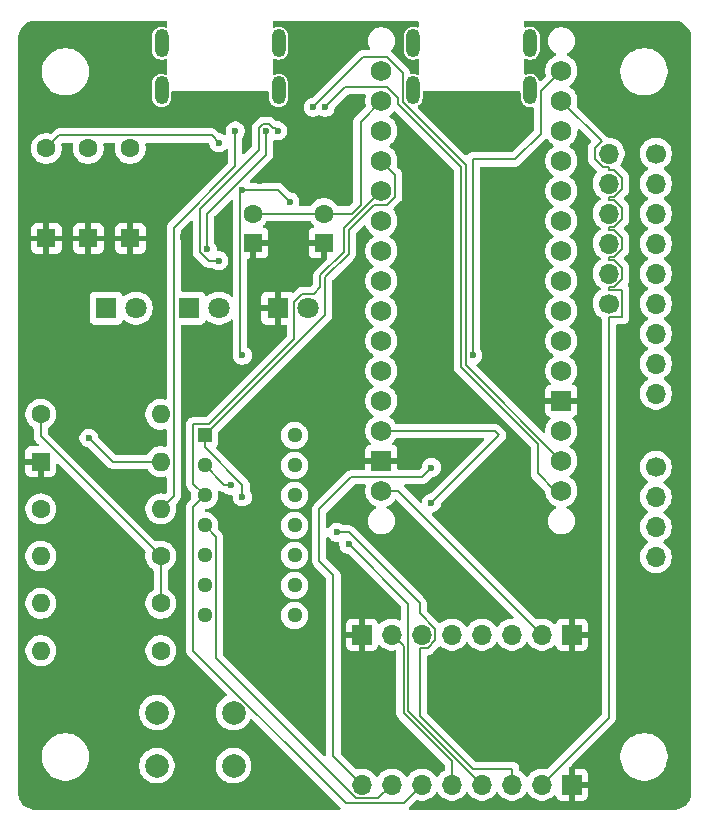
<source format=gbr>
%TF.GenerationSoftware,KiCad,Pcbnew,9.0.1-9.0.1-0~ubuntu24.04.1*%
%TF.CreationDate,2025-04-06T11:40:15+01:00*%
%TF.ProjectId,NanoMotorBreakout,4e616e6f-4d6f-4746-9f72-427265616b6f,rev?*%
%TF.SameCoordinates,Original*%
%TF.FileFunction,Copper,L2,Bot*%
%TF.FilePolarity,Positive*%
%FSLAX46Y46*%
G04 Gerber Fmt 4.6, Leading zero omitted, Abs format (unit mm)*
G04 Created by KiCad (PCBNEW 9.0.1-9.0.1-0~ubuntu24.04.1) date 2025-04-06 11:40:15*
%MOMM*%
%LPD*%
G01*
G04 APERTURE LIST*
%TA.AperFunction,ComponentPad*%
%ADD10C,1.700000*%
%TD*%
%TA.AperFunction,ComponentPad*%
%ADD11O,1.700000X1.700000*%
%TD*%
%TA.AperFunction,ComponentPad*%
%ADD12R,1.295400X1.295400*%
%TD*%
%TA.AperFunction,ComponentPad*%
%ADD13C,1.295400*%
%TD*%
%TA.AperFunction,ComponentPad*%
%ADD14C,2.000000*%
%TD*%
%TA.AperFunction,ComponentPad*%
%ADD15C,1.600000*%
%TD*%
%TA.AperFunction,ComponentPad*%
%ADD16O,1.600000X1.600000*%
%TD*%
%TA.AperFunction,ComponentPad*%
%ADD17R,1.600000X1.600000*%
%TD*%
%TA.AperFunction,ComponentPad*%
%ADD18R,1.700000X1.700000*%
%TD*%
%TA.AperFunction,ComponentPad*%
%ADD19O,1.200000X2.400000*%
%TD*%
%TA.AperFunction,ComponentPad*%
%ADD20R,1.800000X1.800000*%
%TD*%
%TA.AperFunction,ComponentPad*%
%ADD21C,1.800000*%
%TD*%
%TA.AperFunction,ComponentPad*%
%ADD22C,1.727200*%
%TD*%
%TA.AperFunction,ComponentPad*%
%ADD23R,1.727200X1.727200*%
%TD*%
%TA.AperFunction,ViaPad*%
%ADD24C,0.600000*%
%TD*%
%TA.AperFunction,Conductor*%
%ADD25C,0.200000*%
%TD*%
G04 APERTURE END LIST*
D10*
%TO.P,J4,1,Pin_1*%
%TO.N,Net-(J4-Pin_1)*%
X177240000Y-80760000D03*
D11*
%TO.P,J4,2,Pin_2*%
%TO.N,Net-(J4-Pin_2)*%
X177240000Y-78220000D03*
%TO.P,J4,3,Pin_3*%
%TO.N,Net-(A1-A5{slash}SCL)*%
X177240000Y-75680000D03*
%TO.P,J4,4,Pin_4*%
%TO.N,Net-(A1-A4{slash}SDA)*%
X177240000Y-73140000D03*
%TO.P,J4,5,Pin_5*%
%TO.N,Net-(J4-Pin_5)*%
X177240000Y-70600000D03*
%TO.P,J4,6,Pin_6*%
%TO.N,Net-(J4-Pin_6)*%
X177240000Y-68060000D03*
%TD*%
D12*
%TO.P,U1,1,IN1*%
%TO.N,DirB*%
X143030000Y-91920000D03*
D13*
%TO.P,U1,2,OUT1*%
%TO.N,!DirB*%
X143030000Y-94460000D03*
%TO.P,U1,3,IN2*%
%TO.N,DirA*%
X143030000Y-97000000D03*
%TO.P,U1,4,OUT2*%
%TO.N,!DirA*%
X143030000Y-99540000D03*
%TO.P,U1,5,IN3*%
%TO.N,unconnected-(U1-IN3-Pad5)*%
X143030000Y-102080000D03*
%TO.P,U1,6,OUT3*%
%TO.N,unconnected-(U1-OUT3-Pad6)*%
X143030000Y-104620000D03*
%TO.P,U1,7,VSS*%
%TO.N,GND*%
X143030000Y-107160000D03*
%TO.P,U1,8,OUT4*%
%TO.N,unconnected-(U1-OUT4-Pad8)*%
X150650000Y-107160000D03*
%TO.P,U1,9,IN4*%
%TO.N,unconnected-(U1-IN4-Pad9)*%
X150650000Y-104620000D03*
%TO.P,U1,10,OUT5*%
%TO.N,unconnected-(U1-OUT5-Pad10)*%
X150650000Y-102080000D03*
%TO.P,U1,11,IN5*%
%TO.N,unconnected-(U1-IN5-Pad11)*%
X150650000Y-99540000D03*
%TO.P,U1,12,OUT6*%
%TO.N,unconnected-(U1-OUT6-Pad12)*%
X150650000Y-97000000D03*
%TO.P,U1,13,IN6*%
%TO.N,unconnected-(U1-IN6-Pad13)*%
X150650000Y-94460000D03*
%TO.P,U1,14,VDD*%
%TO.N,+5V*%
X150650000Y-91920000D03*
%TD*%
D14*
%TO.P,SW2,1,1*%
%TO.N,Net-(A1-RESET-PadRST2)*%
X138990000Y-115390000D03*
X145490000Y-115390000D03*
%TO.P,SW2,2,2*%
%TO.N,Net-(A1-RESET-PadRST1)*%
X138990000Y-119890000D03*
X145490000Y-119890000D03*
%TD*%
D10*
%TO.P,J5,1,Pin_1*%
%TO.N,Net-(J5-Pin_1)*%
X181240000Y-68060000D03*
D11*
%TO.P,J5,2,Pin_2*%
%TO.N,Net-(J5-Pin_2)*%
X181240000Y-70600000D03*
%TO.P,J5,3,Pin_3*%
%TO.N,Net-(J5-Pin_3)*%
X181240000Y-73140000D03*
%TO.P,J5,4,Pin_4*%
%TO.N,Net-(J5-Pin_4)*%
X181240000Y-75680000D03*
%TO.P,J5,5,Pin_5*%
%TO.N,Net-(J5-Pin_5)*%
X181240000Y-78220000D03*
%TO.P,J5,6,Pin_6*%
%TO.N,Net-(J5-Pin_6)*%
X181240000Y-80760000D03*
%TO.P,J5,7,Pin_7*%
%TO.N,Net-(J5-Pin_7)*%
X181240000Y-83300000D03*
%TO.P,J5,8,Pin_8*%
%TO.N,Net-(J5-Pin_8)*%
X181240000Y-85840000D03*
%TO.P,J5,9,Pin_9*%
%TO.N,Net-(J5-Pin_9)*%
X181240000Y-88380000D03*
%TD*%
D15*
%TO.P,R1,1*%
%TO.N,+3.3V*%
X129160000Y-90140000D03*
D16*
%TO.P,R1,2*%
%TO.N,Net-(U2-RSTB)*%
X139320000Y-90140000D03*
%TD*%
D17*
%TO.P,R2,1*%
%TO.N,GND*%
X129160000Y-94140000D03*
D16*
%TO.P,R2,2*%
%TO.N,Net-(D1-K)*%
X139320000Y-94140000D03*
%TD*%
D15*
%TO.P,C2,1*%
%TO.N,+3.3V*%
X153140000Y-73134888D03*
D17*
%TO.P,C2,2*%
%TO.N,GND*%
X153140000Y-75634888D03*
%TD*%
D15*
%TO.P,D3,1,K*%
%TO.N,USB_D+*%
X129640000Y-67630000D03*
D17*
%TO.P,D3,2,A*%
%TO.N,GND*%
X129640000Y-75250000D03*
%TD*%
D11*
%TO.P,M1,1,PWMA*%
%TO.N,PWMA*%
X156350000Y-121490000D03*
%TO.P,M1,2,AIN2*%
%TO.N,!DirA*%
X158890000Y-121490000D03*
%TO.P,M1,3,AIN1*%
%TO.N,DirA*%
X161430000Y-121490000D03*
%TO.P,M1,4,~{STBY}*%
%TO.N,+3.3V*%
X163970000Y-121490000D03*
%TO.P,M1,5,BIN1*%
%TO.N,DirB*%
X166510000Y-121490000D03*
%TO.P,M1,6,BIN2*%
%TO.N,!DirB*%
X169050000Y-121490000D03*
%TO.P,M1,7,PWMB*%
%TO.N,PWMB*%
X171590000Y-121490000D03*
D18*
%TO.P,M1,8,GND*%
%TO.N,GND*%
X174130000Y-121490000D03*
%TO.P,M1,9,GND*%
X174130000Y-108790000D03*
D11*
%TO.P,M1,10,VMOT*%
%TO.N,+5V*%
X171590000Y-108790000D03*
%TO.P,M1,11,BO1*%
%TO.N,Net-(J1-Pin_4)*%
X169050000Y-108790000D03*
%TO.P,M1,12,BO2*%
%TO.N,Net-(J1-Pin_3)*%
X166510000Y-108790000D03*
%TO.P,M1,13,AO2*%
%TO.N,Net-(J1-Pin_2)*%
X163970000Y-108790000D03*
%TO.P,M1,14,AO1*%
%TO.N,Net-(J1-Pin_1)*%
X161430000Y-108790000D03*
%TO.P,M1,15,VCC*%
%TO.N,+3.3V*%
X158890000Y-108790000D03*
D18*
%TO.P,M1,16,GND*%
%TO.N,GND*%
X156350000Y-108790000D03*
%TD*%
D15*
%TO.P,D1,1,K*%
%TO.N,Net-(D1-K)*%
X136740000Y-67630000D03*
D17*
%TO.P,D1,2,A*%
%TO.N,GND*%
X136740000Y-75250000D03*
%TD*%
D15*
%TO.P,R4,1*%
%TO.N,+3.3V*%
X139320000Y-102140000D03*
D16*
%TO.P,R4,2*%
%TO.N,Net-(D4-A)*%
X129160000Y-102140000D03*
%TD*%
D19*
%TO.P,J2 Serial,6*%
%TO.N,N/C*%
X149290000Y-62711102D03*
X149290000Y-58711100D03*
X139390000Y-62711102D03*
X139390000Y-58711100D03*
%TD*%
D15*
%TO.P,D2,1,K*%
%TO.N,USB_D-*%
X133190000Y-67630000D03*
D17*
%TO.P,D2,2,A*%
%TO.N,GND*%
X133190000Y-75250000D03*
%TD*%
D20*
%TO.P,D5,1,K*%
%TO.N,Net-(D5-K)*%
X134700000Y-81140000D03*
D21*
%TO.P,D5,2,A*%
%TO.N,Net-(D5-A)*%
X137240000Y-81140000D03*
%TD*%
D19*
%TO.P,J3 Power,6*%
%TO.N,N/C*%
X170590000Y-62711102D03*
X170590000Y-58711100D03*
X160690000Y-62711102D03*
X160690000Y-58711100D03*
%TD*%
D15*
%TO.P,C1,1*%
%TO.N,+3.3V*%
X147140000Y-73134888D03*
D17*
%TO.P,C1,2*%
%TO.N,GND*%
X147140000Y-75634888D03*
%TD*%
D20*
%TO.P,D4,1,K*%
%TO.N,Net-(D4-K)*%
X141700000Y-81140000D03*
D21*
%TO.P,D4,2,A*%
%TO.N,Net-(D4-A)*%
X144240000Y-81140000D03*
%TD*%
D15*
%TO.P,R5,1*%
%TO.N,+3.3V*%
X139320000Y-106140000D03*
D16*
%TO.P,R5,2*%
%TO.N,Net-(D5-A)*%
X129160000Y-106140000D03*
%TD*%
D22*
%TO.P,A1,3V3,3.3V*%
%TO.N,+3.3V*%
X158000000Y-63600000D03*
%TO.P,A1,5V,5V*%
%TO.N,unconnected-(A1-Pad5V)*%
X158000000Y-89000000D03*
%TO.P,A1,A0,A0*%
%TO.N,DirB*%
X158000000Y-68680000D03*
%TO.P,A1,A1,A1*%
%TO.N,DirA*%
X158000000Y-71220000D03*
%TO.P,A1,A2,A2*%
%TO.N,Net-(J4-Pin_6)*%
X158000000Y-73760000D03*
%TO.P,A1,A3,A3*%
%TO.N,Net-(J4-Pin_5)*%
X158000000Y-76300000D03*
%TO.P,A1,A4,A4/SDA*%
%TO.N,Net-(A1-A4{slash}SDA)*%
X158000000Y-78840000D03*
%TO.P,A1,A5,A5/SCL*%
%TO.N,Net-(A1-A5{slash}SCL)*%
X158000000Y-81380000D03*
%TO.P,A1,A6,A6*%
%TO.N,Net-(J4-Pin_2)*%
X158000000Y-83920000D03*
%TO.P,A1,A7,A7*%
%TO.N,Net-(J4-Pin_1)*%
X158000000Y-86460000D03*
%TO.P,A1,AREF,AREF*%
%TO.N,unconnected-(A1-PadAREF)*%
X158000000Y-66140000D03*
%TO.P,A1,D0,D0/RX*%
%TO.N,RX*%
X173240000Y-94080000D03*
%TO.P,A1,D1,D1/TX*%
%TO.N,TX*%
X173240000Y-96620000D03*
%TO.P,A1,D2,D2*%
%TO.N,Net-(J5-Pin_9)*%
X173240000Y-86460000D03*
%TO.P,A1,D3,D3*%
%TO.N,Net-(J5-Pin_8)*%
X173240000Y-83920000D03*
%TO.P,A1,D4,D4*%
%TO.N,Net-(J5-Pin_7)*%
X173240000Y-81380000D03*
%TO.P,A1,D5,D5*%
%TO.N,Net-(J5-Pin_6)*%
X173240000Y-78840000D03*
%TO.P,A1,D6,D6*%
%TO.N,Net-(J5-Pin_5)*%
X173240000Y-76300000D03*
%TO.P,A1,D7,D7*%
%TO.N,Net-(J5-Pin_4)*%
X173240000Y-73760000D03*
%TO.P,A1,D8,D8*%
%TO.N,Net-(J5-Pin_3)*%
X173240000Y-71220000D03*
%TO.P,A1,D9,D9*%
%TO.N,Net-(J5-Pin_2)*%
X173240000Y-68680000D03*
%TO.P,A1,D10,D10*%
%TO.N,Net-(J5-Pin_1)*%
X173240000Y-66140000D03*
%TO.P,A1,D11,D11_MOSI*%
%TO.N,PWMB*%
X173240000Y-63600000D03*
%TO.P,A1,D12,D12_MISO*%
%TO.N,PWMA*%
X173240000Y-61060000D03*
%TO.P,A1,D13,D13_SCK*%
%TO.N,unconnected-(A1-D13_SCK-PadD13)*%
X158000000Y-61060000D03*
D23*
%TO.P,A1,GND1,GND*%
%TO.N,GND*%
X173240000Y-89000000D03*
%TO.P,A1,GND2,GND*%
X158000000Y-94080000D03*
D22*
%TO.P,A1,RST1,RESET*%
%TO.N,Net-(A1-RESET-PadRST1)*%
X173240000Y-91540000D03*
%TO.P,A1,RST2,RESET*%
%TO.N,Net-(A1-RESET-PadRST2)*%
X158000000Y-91540000D03*
%TO.P,A1,VIN,VIN*%
%TO.N,+5V*%
X158000000Y-96620000D03*
%TD*%
D20*
%TO.P,D6,1,K*%
%TO.N,GND*%
X149240000Y-81140000D03*
D21*
%TO.P,D6,2,A*%
%TO.N,Net-(D6-A)*%
X151780000Y-81140000D03*
%TD*%
D10*
%TO.P,J1,1,Pin_1*%
%TO.N,Net-(J1-Pin_1)*%
X181240000Y-94600000D03*
D11*
%TO.P,J1,2,Pin_2*%
%TO.N,Net-(J1-Pin_2)*%
X181240000Y-97140000D03*
%TO.P,J1,3,Pin_3*%
%TO.N,Net-(J1-Pin_3)*%
X181240000Y-99680000D03*
%TO.P,J1,4,Pin_4*%
%TO.N,Net-(J1-Pin_4)*%
X181240000Y-102220000D03*
%TD*%
D15*
%TO.P,R6,1*%
%TO.N,+5V*%
X139320000Y-110140000D03*
D16*
%TO.P,R6,2*%
%TO.N,Net-(D6-A)*%
X129160000Y-110140000D03*
%TD*%
D15*
%TO.P,R3,1*%
%TO.N,Net-(D1-K)*%
X129160000Y-98140000D03*
D16*
%TO.P,R3,2*%
%TO.N,USB_VBUS*%
X139320000Y-98140000D03*
%TD*%
D24*
%TO.N,RX*%
X152240000Y-64140000D03*
%TO.N,GND*%
X167340000Y-74940000D03*
X178540000Y-100140000D03*
X163240000Y-104140000D03*
X168240000Y-66140000D03*
X148240000Y-112140000D03*
X142240000Y-117140000D03*
X179240000Y-68140000D03*
X179240000Y-73640000D03*
X147740000Y-70390000D03*
X134240000Y-102140000D03*
X179240000Y-78640000D03*
X179240000Y-75640000D03*
X179240000Y-70640000D03*
X179240000Y-83540000D03*
X152240000Y-60140000D03*
X160740000Y-96640000D03*
X141490000Y-77640000D03*
X156240000Y-85140000D03*
X149240000Y-97140000D03*
X141240000Y-75140000D03*
%TO.N,TX*%
X153240000Y-64140000D03*
%TO.N,PWMA*%
X162240000Y-94640000D03*
X165740000Y-85140000D03*
%TO.N,DirB*%
X155240000Y-101140000D03*
X146240000Y-97140000D03*
%TO.N,Net-(D1-K)*%
X146240000Y-85140000D03*
X150240000Y-72140000D03*
X133240000Y-92140000D03*
X146240000Y-71140000D03*
%TO.N,USB_D+*%
X144240000Y-67140000D03*
%TO.N,Net-(D4-K)*%
X149240000Y-66140000D03*
X144240000Y-77140000D03*
%TO.N,Net-(D5-K)*%
X148240000Y-66140000D03*
X143240000Y-76140000D03*
%TO.N,USB_VBUS*%
X145640000Y-66140000D03*
%TO.N,!DirB*%
X145240000Y-96140000D03*
X154240000Y-100140000D03*
%TO.N,Net-(A1-RESET-PadRST2)*%
X162240000Y-97640000D03*
%TD*%
D25*
%TO.N,+3.3V*%
X156240000Y-72412900D02*
X155518012Y-73134888D01*
X159878000Y-115425100D02*
X159878000Y-109778000D01*
X156240000Y-65360000D02*
X156240000Y-72412900D01*
X163970000Y-119517100D02*
X159878000Y-115425100D01*
X158000000Y-63600000D02*
X156240000Y-65360000D01*
X153140000Y-73134888D02*
X147140000Y-73134888D01*
X139320000Y-102140000D02*
X139320000Y-106140000D01*
X159878000Y-109778000D02*
X158890000Y-108790000D01*
X129160000Y-90140000D02*
X129160000Y-91980000D01*
X155518012Y-73134888D02*
X153140000Y-73134888D01*
X129160000Y-91980000D02*
X139320000Y-102140000D01*
X163970000Y-121490000D02*
X163970000Y-119517100D01*
%TO.N,RX*%
X173240000Y-94080000D02*
X165139000Y-85979000D01*
X159789000Y-63684308D02*
X159789000Y-61202006D01*
X165139000Y-69034308D02*
X159789000Y-63684308D01*
X159789000Y-61202006D02*
X158482394Y-59895400D01*
X158482394Y-59895400D02*
X156484600Y-59895400D01*
X165139000Y-85979000D02*
X165139000Y-69034308D01*
X156484600Y-59895400D02*
X152240000Y-64140000D01*
%TO.N,TX*%
X172720000Y-96620000D02*
X173240000Y-96620000D01*
X159388000Y-63850408D02*
X164738000Y-69200408D01*
X171240000Y-95140000D02*
X172720000Y-96620000D01*
X164738000Y-86145100D02*
X171240000Y-92647100D01*
X164738000Y-69200408D02*
X164738000Y-86145100D01*
X171240000Y-92647100D02*
X171240000Y-95140000D01*
X158482394Y-62435400D02*
X159388000Y-63341006D01*
X154944600Y-62435400D02*
X158482394Y-62435400D01*
X159388000Y-63341006D02*
X159388000Y-63850408D01*
X153240000Y-64140000D02*
X154944600Y-62435400D01*
%TO.N,PWMA*%
X153941000Y-103773900D02*
X153941000Y-119081000D01*
X155451700Y-95455400D02*
X152740000Y-98167100D01*
X161424600Y-95455400D02*
X155451700Y-95455400D01*
X169320000Y-68560000D02*
X165740000Y-68560000D01*
X173240000Y-61060000D02*
X171500600Y-62799400D01*
X152740000Y-102572900D02*
X153941000Y-103773900D01*
X162240000Y-94640000D02*
X161424600Y-95455400D01*
X171500600Y-66379400D02*
X169320000Y-68560000D01*
X171500600Y-62799400D02*
X171500600Y-66379400D01*
X153941000Y-119081000D02*
X156350000Y-121490000D01*
X152740000Y-98167100D02*
X152740000Y-102572900D01*
X165740000Y-68560000D02*
X165740000Y-85140000D01*
%TO.N,DirA*%
X154981892Y-123042000D02*
X142081300Y-110141408D01*
X150579000Y-80642529D02*
X150579000Y-81637471D01*
X161430000Y-121490000D02*
X159878000Y-123042000D01*
X159878000Y-123042000D02*
X154981892Y-123042000D01*
X154839000Y-76382529D02*
X152839000Y-78382529D01*
X150579000Y-83801000D02*
X143408700Y-90971300D01*
X152839000Y-78382529D02*
X152839000Y-79377471D01*
X143408700Y-90971300D02*
X142081300Y-90971300D01*
X142081300Y-90971300D02*
X142081300Y-96051300D01*
X142081300Y-96051300D02*
X143030000Y-97000000D01*
X158000000Y-71220000D02*
X154839000Y-74381000D01*
X150579000Y-81637471D02*
X150621146Y-81679618D01*
X142081300Y-110141408D02*
X142081300Y-97948700D01*
X152277471Y-79939000D02*
X151282529Y-79939000D01*
X150621146Y-81679618D02*
X150579000Y-81721764D01*
X151282529Y-79939000D02*
X150579000Y-80642529D01*
X154839000Y-74381000D02*
X154839000Y-76382529D01*
X150579000Y-81721764D02*
X150579000Y-83801000D01*
X142081300Y-97948700D02*
X143030000Y-97000000D01*
X152839000Y-79377471D02*
X152277471Y-79939000D01*
%TO.N,PWMB*%
X177716760Y-77069000D02*
X178391000Y-77743240D01*
X177716760Y-74529000D02*
X178391000Y-75203240D01*
X177240000Y-79609000D02*
X178391000Y-79609000D01*
X177716760Y-79371000D02*
X177240000Y-79371000D01*
X177240000Y-115840000D02*
X171590000Y-121490000D01*
X177240000Y-76831000D02*
X177240000Y-77069000D01*
X178391000Y-70123240D02*
X178391000Y-71076760D01*
X173240000Y-63600000D02*
X176656120Y-67016120D01*
X177716760Y-71989000D02*
X178391000Y-72663240D01*
X178391000Y-72663240D02*
X178391000Y-73616760D01*
X176656120Y-67016120D02*
X176089000Y-67583240D01*
X178391000Y-81911000D02*
X177240000Y-81911000D01*
X178391000Y-73616760D02*
X177716760Y-74291000D01*
X177240000Y-71751000D02*
X177240000Y-71989000D01*
X177240000Y-69211000D02*
X177240000Y-69449000D01*
X177716760Y-74291000D02*
X177240000Y-74291000D01*
X178391000Y-76156760D02*
X177716760Y-76831000D01*
X176089000Y-68536760D02*
X176763240Y-69211000D01*
X178391000Y-79609000D02*
X178391000Y-81911000D01*
X177716760Y-69449000D02*
X178391000Y-70123240D01*
X177716760Y-76831000D02*
X177240000Y-76831000D01*
X176763240Y-69211000D02*
X177240000Y-69211000D01*
X178391000Y-77743240D02*
X178391000Y-78696760D01*
X177716760Y-71751000D02*
X177240000Y-71751000D01*
X176089000Y-67583240D02*
X176089000Y-68536760D01*
X177240000Y-74291000D02*
X177240000Y-74529000D01*
X177240000Y-71989000D02*
X177716760Y-71989000D01*
X177240000Y-79371000D02*
X177240000Y-79609000D01*
X177240000Y-74529000D02*
X177716760Y-74529000D01*
X178391000Y-71076760D02*
X177716760Y-71751000D01*
X177240000Y-81911000D02*
X177240000Y-115840000D01*
X178391000Y-75203240D02*
X178391000Y-76156760D01*
X177240000Y-77069000D02*
X177716760Y-77069000D01*
X177240000Y-69449000D02*
X177716760Y-69449000D01*
X178391000Y-78696760D02*
X177716760Y-79371000D01*
%TO.N,DirB*%
X158000000Y-68680000D02*
X159164600Y-69844600D01*
X160279000Y-115259000D02*
X160279000Y-106179000D01*
X153240000Y-81710000D02*
X143030000Y-91920000D01*
X160279000Y-106179000D02*
X155240000Y-101140000D01*
X157402500Y-72384600D02*
X155240000Y-74547100D01*
X155240000Y-76548629D02*
X153240000Y-78548629D01*
X158482394Y-72384600D02*
X157402500Y-72384600D01*
X153240000Y-78548629D02*
X153240000Y-81710000D01*
X143030000Y-92930000D02*
X143030000Y-91920000D01*
X146240000Y-96140000D02*
X143030000Y-92930000D01*
X159164600Y-69844600D02*
X159164600Y-71702394D01*
X159164600Y-71702394D02*
X158482394Y-72384600D01*
X155240000Y-74547100D02*
X155240000Y-76548629D01*
X146240000Y-97140000D02*
X146240000Y-96140000D01*
X166510000Y-121490000D02*
X160279000Y-115259000D01*
%TO.N,+5V*%
X158000000Y-96620000D02*
X159420001Y-96620000D01*
X159420001Y-96620000D02*
X171590000Y-108789999D01*
X171590000Y-108789999D02*
X171590000Y-108790000D01*
%TO.N,Net-(D1-K)*%
X139320000Y-94140000D02*
X135240000Y-94140000D01*
X149240000Y-71140000D02*
X150240000Y-72140000D01*
X146240000Y-71140000D02*
X149240000Y-71140000D01*
X146039000Y-71341000D02*
X146240000Y-71140000D01*
X146039000Y-84939000D02*
X146039000Y-71341000D01*
X146240000Y-85140000D02*
X146039000Y-84939000D01*
X135240000Y-94140000D02*
X133240000Y-92140000D01*
%TO.N,USB_D+*%
X130741000Y-66529000D02*
X129640000Y-67630000D01*
X143629000Y-66529000D02*
X130741000Y-66529000D01*
X144240000Y-67140000D02*
X143629000Y-66529000D01*
%TO.N,Net-(D4-K)*%
X148991057Y-65891057D02*
X148841000Y-65891057D01*
X142639000Y-72741000D02*
X142639000Y-76388943D01*
X148841000Y-65891057D02*
X148488943Y-65539000D01*
X143390057Y-77140000D02*
X144240000Y-77140000D01*
X147639000Y-67741000D02*
X142639000Y-72741000D01*
X147991057Y-65539000D02*
X147639000Y-65891057D01*
X148488943Y-65539000D02*
X147991057Y-65539000D01*
X142639000Y-76388943D02*
X143390057Y-77140000D01*
X147639000Y-65891057D02*
X147639000Y-67741000D01*
X149240000Y-66140000D02*
X148991057Y-65891057D01*
%TO.N,Net-(D5-K)*%
X148240000Y-66140000D02*
X148240000Y-68140000D01*
X148240000Y-68140000D02*
X143240000Y-73140000D01*
X143240000Y-73140000D02*
X143240000Y-76140000D01*
%TO.N,USB_VBUS*%
X145640000Y-69102000D02*
X140421000Y-74321000D01*
X140421000Y-74321000D02*
X140421000Y-97039000D01*
X140421000Y-97039000D02*
X139320000Y-98140000D01*
X145640000Y-66140000D02*
X145640000Y-69102000D01*
%TO.N,!DirA*%
X143978700Y-100488700D02*
X143030000Y-99540000D01*
X157739000Y-122641000D02*
X155873240Y-122641000D01*
X143978700Y-110746460D02*
X143978700Y-100488700D01*
X155873240Y-122641000D02*
X143978700Y-110746460D01*
X158890000Y-121490000D02*
X157739000Y-122641000D01*
%TO.N,!DirB*%
X155240000Y-100140000D02*
X161240000Y-106140000D01*
X161240000Y-106972240D02*
X162581000Y-108313240D01*
X165727100Y-120140000D02*
X169050000Y-120140000D01*
X161240000Y-109941000D02*
X161240000Y-115652900D01*
X144710000Y-96140000D02*
X143030000Y-94460000D01*
X161240000Y-115652900D02*
X165727100Y-120140000D01*
X161240000Y-106140000D02*
X161240000Y-106972240D01*
X162581000Y-108313240D02*
X162581000Y-109266760D01*
X145240000Y-96140000D02*
X144710000Y-96140000D01*
X154240000Y-100140000D02*
X155240000Y-100140000D01*
X162581000Y-109266760D02*
X161906760Y-109941000D01*
X161906760Y-109941000D02*
X161240000Y-109941000D01*
X169050000Y-120140000D02*
X169050000Y-121490000D01*
%TO.N,Net-(A1-RESET-PadRST2)*%
X158000000Y-91540000D02*
X167592900Y-91540000D01*
X167592900Y-91540000D02*
X167966450Y-91913550D01*
X167966450Y-91913550D02*
X162240000Y-97640000D01*
%TD*%
%TA.AperFunction,Conductor*%
%TO.N,GND*%
G36*
X139832839Y-56831785D02*
G01*
X139878594Y-56884589D01*
X139889800Y-56936100D01*
X139889800Y-57266090D01*
X139870115Y-57333129D01*
X139817311Y-57378884D01*
X139748153Y-57388828D01*
X139718348Y-57380651D01*
X139623501Y-57341364D01*
X139623489Y-57341361D01*
X139468845Y-57310600D01*
X139468842Y-57310600D01*
X139311158Y-57310600D01*
X139311155Y-57310600D01*
X139156510Y-57341361D01*
X139156498Y-57341364D01*
X139010827Y-57401702D01*
X139010814Y-57401709D01*
X138879711Y-57489310D01*
X138879707Y-57489313D01*
X138768213Y-57600807D01*
X138768210Y-57600811D01*
X138680609Y-57731914D01*
X138680602Y-57731927D01*
X138620264Y-57877598D01*
X138620261Y-57877610D01*
X138589500Y-58032253D01*
X138589500Y-59389946D01*
X138620261Y-59544589D01*
X138620264Y-59544601D01*
X138680602Y-59690272D01*
X138680609Y-59690285D01*
X138768210Y-59821388D01*
X138768213Y-59821392D01*
X138879707Y-59932886D01*
X138879711Y-59932889D01*
X139010814Y-60020490D01*
X139010827Y-60020497D01*
X139156498Y-60080835D01*
X139156503Y-60080837D01*
X139311153Y-60111599D01*
X139311156Y-60111600D01*
X139311158Y-60111600D01*
X139468844Y-60111600D01*
X139468845Y-60111599D01*
X139623497Y-60080837D01*
X139676498Y-60058883D01*
X139718348Y-60041549D01*
X139787817Y-60034080D01*
X139850296Y-60065355D01*
X139885948Y-60125444D01*
X139889800Y-60156110D01*
X139889800Y-61266092D01*
X139870115Y-61333131D01*
X139817311Y-61378886D01*
X139748153Y-61388830D01*
X139718348Y-61380653D01*
X139623501Y-61341366D01*
X139623489Y-61341363D01*
X139468845Y-61310602D01*
X139468842Y-61310602D01*
X139311158Y-61310602D01*
X139311155Y-61310602D01*
X139156510Y-61341363D01*
X139156498Y-61341366D01*
X139010827Y-61401704D01*
X139010814Y-61401711D01*
X138879711Y-61489312D01*
X138879707Y-61489315D01*
X138768213Y-61600809D01*
X138768210Y-61600813D01*
X138680609Y-61731916D01*
X138680602Y-61731929D01*
X138620264Y-61877600D01*
X138620261Y-61877612D01*
X138589500Y-62032255D01*
X138589500Y-63389948D01*
X138620261Y-63544591D01*
X138620264Y-63544603D01*
X138680602Y-63690274D01*
X138680609Y-63690287D01*
X138768210Y-63821390D01*
X138768213Y-63821394D01*
X138879707Y-63932888D01*
X138879711Y-63932891D01*
X139010814Y-64020492D01*
X139010827Y-64020499D01*
X139156498Y-64080837D01*
X139156503Y-64080839D01*
X139311153Y-64111601D01*
X139311156Y-64111602D01*
X139311158Y-64111602D01*
X139468844Y-64111602D01*
X139468845Y-64111601D01*
X139623497Y-64080839D01*
X139769179Y-64020496D01*
X139900289Y-63932891D01*
X140011789Y-63821391D01*
X140099394Y-63690281D01*
X140159737Y-63544599D01*
X140190500Y-63389944D01*
X140190500Y-62904865D01*
X140210185Y-62837826D01*
X140262989Y-62792071D01*
X140316281Y-62784092D01*
X140316281Y-62781100D01*
X148363719Y-62781100D01*
X148363719Y-62784178D01*
X148418317Y-62792676D01*
X148470587Y-62839041D01*
X148489500Y-62904865D01*
X148489500Y-63389948D01*
X148520261Y-63544591D01*
X148520264Y-63544603D01*
X148580602Y-63690274D01*
X148580609Y-63690287D01*
X148668210Y-63821390D01*
X148668213Y-63821394D01*
X148779707Y-63932888D01*
X148779711Y-63932891D01*
X148910814Y-64020492D01*
X148910827Y-64020499D01*
X149056498Y-64080837D01*
X149056503Y-64080839D01*
X149211153Y-64111601D01*
X149211156Y-64111602D01*
X149211158Y-64111602D01*
X149368844Y-64111602D01*
X149368845Y-64111601D01*
X149523497Y-64080839D01*
X149669179Y-64020496D01*
X149800289Y-63932891D01*
X149911789Y-63821391D01*
X149999394Y-63690281D01*
X150059737Y-63544599D01*
X150090500Y-63389944D01*
X150090500Y-62032260D01*
X150090500Y-62032257D01*
X150090499Y-62032255D01*
X150069322Y-61925794D01*
X150059737Y-61877605D01*
X150039303Y-61828272D01*
X149999397Y-61731929D01*
X149999390Y-61731916D01*
X149911789Y-61600813D01*
X149911786Y-61600809D01*
X149800292Y-61489315D01*
X149800288Y-61489312D01*
X149669185Y-61401711D01*
X149669172Y-61401704D01*
X149523501Y-61341366D01*
X149523489Y-61341363D01*
X149368845Y-61310602D01*
X149368842Y-61310602D01*
X149211158Y-61310602D01*
X149211155Y-61310602D01*
X149056510Y-61341363D01*
X149056498Y-61341366D01*
X148961652Y-61380653D01*
X148892183Y-61388122D01*
X148829704Y-61356847D01*
X148794052Y-61296758D01*
X148790200Y-61266092D01*
X148790200Y-60156110D01*
X148809885Y-60089071D01*
X148862689Y-60043316D01*
X148931847Y-60033372D01*
X148961652Y-60041549D01*
X149056498Y-60080835D01*
X149056503Y-60080837D01*
X149211153Y-60111599D01*
X149211156Y-60111600D01*
X149211158Y-60111600D01*
X149368844Y-60111600D01*
X149368845Y-60111599D01*
X149523497Y-60080837D01*
X149669179Y-60020494D01*
X149800289Y-59932889D01*
X149911789Y-59821389D01*
X149999394Y-59690279D01*
X150059737Y-59544597D01*
X150090500Y-59389942D01*
X150090500Y-58032258D01*
X150090500Y-58032255D01*
X150090499Y-58032253D01*
X150059738Y-57877610D01*
X150059737Y-57877603D01*
X150015374Y-57770500D01*
X149999397Y-57731927D01*
X149999390Y-57731914D01*
X149911789Y-57600811D01*
X149911786Y-57600807D01*
X149800292Y-57489313D01*
X149800288Y-57489310D01*
X149669185Y-57401709D01*
X149669172Y-57401702D01*
X149523501Y-57341364D01*
X149523489Y-57341361D01*
X149368845Y-57310600D01*
X149368842Y-57310600D01*
X149211158Y-57310600D01*
X149211155Y-57310600D01*
X149056510Y-57341361D01*
X149056498Y-57341364D01*
X148961652Y-57380651D01*
X148892183Y-57388120D01*
X148829704Y-57356845D01*
X148794052Y-57296756D01*
X148790200Y-57266090D01*
X148790200Y-56936100D01*
X148809885Y-56869061D01*
X148862689Y-56823306D01*
X148914200Y-56812100D01*
X161065800Y-56812100D01*
X161132839Y-56831785D01*
X161178594Y-56884589D01*
X161189800Y-56936100D01*
X161189800Y-57266090D01*
X161170115Y-57333129D01*
X161117311Y-57378884D01*
X161048153Y-57388828D01*
X161018348Y-57380651D01*
X160923501Y-57341364D01*
X160923489Y-57341361D01*
X160768845Y-57310600D01*
X160768842Y-57310600D01*
X160611158Y-57310600D01*
X160611155Y-57310600D01*
X160456510Y-57341361D01*
X160456498Y-57341364D01*
X160310827Y-57401702D01*
X160310814Y-57401709D01*
X160179711Y-57489310D01*
X160179707Y-57489313D01*
X160068213Y-57600807D01*
X160068210Y-57600811D01*
X159980609Y-57731914D01*
X159980602Y-57731927D01*
X159920264Y-57877598D01*
X159920261Y-57877610D01*
X159889500Y-58032253D01*
X159889500Y-59389946D01*
X159920261Y-59544589D01*
X159920264Y-59544601D01*
X159980602Y-59690272D01*
X159980609Y-59690285D01*
X160068210Y-59821388D01*
X160068213Y-59821392D01*
X160179707Y-59932886D01*
X160179711Y-59932889D01*
X160310814Y-60020490D01*
X160310827Y-60020497D01*
X160456498Y-60080835D01*
X160456503Y-60080837D01*
X160611153Y-60111599D01*
X160611156Y-60111600D01*
X160611158Y-60111600D01*
X160768844Y-60111600D01*
X160768845Y-60111599D01*
X160923497Y-60080837D01*
X160976498Y-60058883D01*
X161018348Y-60041549D01*
X161087817Y-60034080D01*
X161150296Y-60065355D01*
X161185948Y-60125444D01*
X161189800Y-60156110D01*
X161189800Y-61266092D01*
X161170115Y-61333131D01*
X161117311Y-61378886D01*
X161048153Y-61388830D01*
X161018348Y-61380653D01*
X160923501Y-61341366D01*
X160923489Y-61341363D01*
X160768845Y-61310602D01*
X160768842Y-61310602D01*
X160611158Y-61310602D01*
X160537691Y-61325215D01*
X160468100Y-61318986D01*
X160412923Y-61276123D01*
X160389679Y-61210233D01*
X160389501Y-61203597D01*
X160389501Y-61122951D01*
X160389501Y-61122949D01*
X160348577Y-60970221D01*
X160319639Y-60920101D01*
X160269520Y-60833290D01*
X160157716Y-60721486D01*
X160157715Y-60721485D01*
X160153385Y-60717155D01*
X160153374Y-60717145D01*
X158969984Y-59533755D01*
X158962915Y-59526686D01*
X158962914Y-59526684D01*
X158879320Y-59443090D01*
X158852893Y-59394690D01*
X158845838Y-59381770D01*
X158847055Y-59364759D01*
X158850822Y-59312078D01*
X158875303Y-59273997D01*
X158874384Y-59273212D01*
X158877546Y-59269507D01*
X158877553Y-59269501D01*
X158983996Y-59122994D01*
X159066211Y-58961639D01*
X159122171Y-58789409D01*
X159136765Y-58697259D01*
X159150500Y-58610551D01*
X159150500Y-58429448D01*
X159131134Y-58307180D01*
X159122171Y-58250591D01*
X159072657Y-58098199D01*
X159066212Y-58078363D01*
X159066211Y-58078360D01*
X159037740Y-58022484D01*
X158983996Y-57917006D01*
X158942615Y-57860049D01*
X158877558Y-57770505D01*
X158877554Y-57770500D01*
X158749499Y-57642445D01*
X158749494Y-57642441D01*
X158602997Y-57536006D01*
X158602996Y-57536005D01*
X158602994Y-57536004D01*
X158534117Y-57500909D01*
X158441639Y-57453788D01*
X158441636Y-57453787D01*
X158269410Y-57397829D01*
X158090551Y-57369500D01*
X158090546Y-57369500D01*
X157909454Y-57369500D01*
X157909449Y-57369500D01*
X157730589Y-57397829D01*
X157558363Y-57453787D01*
X157558360Y-57453788D01*
X157397002Y-57536006D01*
X157250505Y-57642441D01*
X157250500Y-57642445D01*
X157122445Y-57770500D01*
X157122441Y-57770505D01*
X157016006Y-57917002D01*
X156933788Y-58078360D01*
X156933787Y-58078363D01*
X156877829Y-58250589D01*
X156849500Y-58429448D01*
X156849500Y-58610551D01*
X156877829Y-58789410D01*
X156933787Y-58961636D01*
X156933788Y-58961638D01*
X157011730Y-59114605D01*
X157024626Y-59183274D01*
X156998350Y-59248014D01*
X156941244Y-59288272D01*
X156901245Y-59294900D01*
X156571269Y-59294900D01*
X156571253Y-59294899D01*
X156563657Y-59294899D01*
X156405543Y-59294899D01*
X156298187Y-59323665D01*
X156252810Y-59335824D01*
X156252809Y-59335825D01*
X156202696Y-59364759D01*
X156202695Y-59364760D01*
X156191288Y-59371346D01*
X156115885Y-59414879D01*
X156115882Y-59414881D01*
X152225339Y-63305425D01*
X152164016Y-63338910D01*
X152161850Y-63339361D01*
X152006508Y-63370261D01*
X152006498Y-63370264D01*
X151860827Y-63430602D01*
X151860814Y-63430609D01*
X151729711Y-63518210D01*
X151729707Y-63518213D01*
X151618213Y-63629707D01*
X151618210Y-63629711D01*
X151530609Y-63760814D01*
X151530602Y-63760827D01*
X151470264Y-63906498D01*
X151470261Y-63906510D01*
X151439500Y-64061153D01*
X151439500Y-64218846D01*
X151470261Y-64373489D01*
X151470264Y-64373501D01*
X151530602Y-64519172D01*
X151530609Y-64519185D01*
X151618210Y-64650288D01*
X151618213Y-64650292D01*
X151729707Y-64761786D01*
X151729711Y-64761789D01*
X151860814Y-64849390D01*
X151860827Y-64849397D01*
X152006498Y-64909735D01*
X152006503Y-64909737D01*
X152161153Y-64940499D01*
X152161156Y-64940500D01*
X152161158Y-64940500D01*
X152318844Y-64940500D01*
X152318845Y-64940499D01*
X152473497Y-64909737D01*
X152619179Y-64849394D01*
X152671110Y-64814694D01*
X152737785Y-64793816D01*
X152805165Y-64812300D01*
X152808863Y-64814676D01*
X152860821Y-64849394D01*
X152860823Y-64849395D01*
X152860825Y-64849396D01*
X152946997Y-64885089D01*
X153006503Y-64909737D01*
X153161153Y-64940499D01*
X153161156Y-64940500D01*
X153161158Y-64940500D01*
X153318844Y-64940500D01*
X153318845Y-64940499D01*
X153473497Y-64909737D01*
X153619179Y-64849394D01*
X153750289Y-64761789D01*
X153861789Y-64650289D01*
X153949394Y-64519179D01*
X154009737Y-64373497D01*
X154029113Y-64276085D01*
X154040638Y-64218150D01*
X154073023Y-64156239D01*
X154074518Y-64154716D01*
X155157016Y-63072219D01*
X155218339Y-63038734D01*
X155244697Y-63035900D01*
X156578316Y-63035900D01*
X156645355Y-63055585D01*
X156691110Y-63108389D01*
X156701054Y-63177547D01*
X156696247Y-63198218D01*
X156669489Y-63280571D01*
X156635900Y-63492643D01*
X156635900Y-63707356D01*
X156669489Y-63919430D01*
X156685698Y-63969317D01*
X156687693Y-64039158D01*
X156655448Y-64095315D01*
X155871286Y-64879478D01*
X155759481Y-64991282D01*
X155759477Y-64991287D01*
X155720685Y-65058479D01*
X155720685Y-65058480D01*
X155680423Y-65128214D01*
X155670140Y-65166592D01*
X155639499Y-65280943D01*
X155639499Y-65280945D01*
X155639499Y-65449046D01*
X155639500Y-65449059D01*
X155639500Y-72112803D01*
X155619815Y-72179842D01*
X155603181Y-72200484D01*
X155305596Y-72498069D01*
X155244273Y-72531554D01*
X155217915Y-72534388D01*
X154369602Y-72534388D01*
X154302563Y-72514703D01*
X154259117Y-72466683D01*
X154252287Y-72453278D01*
X154252285Y-72453275D01*
X154252284Y-72453273D01*
X154131971Y-72287674D01*
X153987213Y-72142916D01*
X153821613Y-72022603D01*
X153821612Y-72022602D01*
X153821610Y-72022601D01*
X153738951Y-71980484D01*
X153639223Y-71929669D01*
X153444534Y-71866410D01*
X153269995Y-71838766D01*
X153242352Y-71834388D01*
X153037648Y-71834388D01*
X153013329Y-71838239D01*
X152835465Y-71866410D01*
X152640776Y-71929669D01*
X152458386Y-72022603D01*
X152292786Y-72142916D01*
X152148028Y-72287674D01*
X152027715Y-72453273D01*
X152020883Y-72466683D01*
X151972909Y-72517479D01*
X151910398Y-72534388D01*
X151128126Y-72534388D01*
X151061087Y-72514703D01*
X151015332Y-72461899D01*
X151005388Y-72392741D01*
X151009465Y-72374393D01*
X151009732Y-72373506D01*
X151009737Y-72373497D01*
X151040500Y-72218842D01*
X151040500Y-72061158D01*
X151040500Y-72061155D01*
X151040499Y-72061153D01*
X151019917Y-71957680D01*
X151009737Y-71906503D01*
X151009735Y-71906498D01*
X150949397Y-71760827D01*
X150949390Y-71760814D01*
X150861789Y-71629711D01*
X150861786Y-71629707D01*
X150750292Y-71518213D01*
X150750288Y-71518210D01*
X150619185Y-71430609D01*
X150619172Y-71430602D01*
X150473501Y-71370264D01*
X150473491Y-71370261D01*
X150318151Y-71339362D01*
X150256241Y-71306977D01*
X150254662Y-71305426D01*
X149727590Y-70778355D01*
X149727588Y-70778352D01*
X149608717Y-70659481D01*
X149608709Y-70659475D01*
X149499184Y-70596241D01*
X149499184Y-70596242D01*
X149471783Y-70580422D01*
X149415881Y-70565443D01*
X149319057Y-70539499D01*
X149160943Y-70539499D01*
X149153347Y-70539499D01*
X149153331Y-70539500D01*
X146989096Y-70539500D01*
X146922057Y-70519815D01*
X146876302Y-70467011D01*
X146866358Y-70397853D01*
X146895383Y-70334297D01*
X146901415Y-70327819D01*
X147728729Y-69500505D01*
X148598506Y-68630728D01*
X148598511Y-68630724D01*
X148608714Y-68620520D01*
X148608716Y-68620520D01*
X148720520Y-68508716D01*
X148797003Y-68376243D01*
X148799577Y-68371785D01*
X148840501Y-68219057D01*
X148840501Y-68060943D01*
X148840501Y-68053348D01*
X148840500Y-68053330D01*
X148840500Y-67026555D01*
X148860185Y-66959516D01*
X148912989Y-66913761D01*
X148982147Y-66903817D01*
X149000411Y-66908840D01*
X149000676Y-66907969D01*
X149006492Y-66909732D01*
X149006503Y-66909737D01*
X149100519Y-66928438D01*
X149161153Y-66940499D01*
X149161156Y-66940500D01*
X149161158Y-66940500D01*
X149318844Y-66940500D01*
X149318845Y-66940499D01*
X149473497Y-66909737D01*
X149619179Y-66849394D01*
X149750289Y-66761789D01*
X149861789Y-66650289D01*
X149949394Y-66519179D01*
X149950001Y-66517715D01*
X149963067Y-66486166D01*
X150009737Y-66373497D01*
X150040500Y-66218842D01*
X150040500Y-66061158D01*
X150040500Y-66061155D01*
X150040499Y-66061153D01*
X150032111Y-66018984D01*
X150009737Y-65906503D01*
X149970593Y-65812000D01*
X149949397Y-65760827D01*
X149949390Y-65760814D01*
X149861789Y-65629711D01*
X149861786Y-65629707D01*
X149750292Y-65518213D01*
X149750288Y-65518210D01*
X149619185Y-65430609D01*
X149619172Y-65430602D01*
X149473501Y-65370264D01*
X149473489Y-65370261D01*
X149318845Y-65339500D01*
X149318842Y-65339500D01*
X149266870Y-65339500D01*
X149234145Y-65335104D01*
X149224591Y-65332490D01*
X149222842Y-65331480D01*
X149128776Y-65306274D01*
X149128377Y-65306165D01*
X149123464Y-65303135D01*
X149073421Y-65274242D01*
X148857659Y-65058480D01*
X148857657Y-65058479D01*
X148770847Y-65008360D01*
X148770847Y-65008359D01*
X148770843Y-65008358D01*
X148720728Y-64979423D01*
X148568000Y-64938499D01*
X148409886Y-64938499D01*
X148402290Y-64938499D01*
X148402274Y-64938500D01*
X148077727Y-64938500D01*
X148077711Y-64938499D01*
X148070115Y-64938499D01*
X147912000Y-64938499D01*
X147792748Y-64970453D01*
X147759268Y-64979424D01*
X147622344Y-65058477D01*
X147622341Y-65058480D01*
X147263217Y-65417603D01*
X147263214Y-65417605D01*
X147263215Y-65417606D01*
X147158480Y-65522341D01*
X147134697Y-65563535D01*
X147079423Y-65659272D01*
X147038499Y-65812000D01*
X147038499Y-65812002D01*
X147038499Y-65980103D01*
X147038500Y-65980116D01*
X147038500Y-67440903D01*
X147018815Y-67507942D01*
X147002181Y-67528584D01*
X146452181Y-68078584D01*
X146390858Y-68112069D01*
X146321166Y-68107085D01*
X146265233Y-68065213D01*
X146240816Y-67999749D01*
X146240500Y-67990903D01*
X146240500Y-66719765D01*
X146260185Y-66652726D01*
X146261398Y-66650874D01*
X146269978Y-66638034D01*
X146349394Y-66519179D01*
X146350001Y-66517715D01*
X146363067Y-66486166D01*
X146409737Y-66373497D01*
X146440500Y-66218842D01*
X146440500Y-66061158D01*
X146440500Y-66061155D01*
X146440499Y-66061153D01*
X146432111Y-66018984D01*
X146409737Y-65906503D01*
X146370593Y-65812000D01*
X146349397Y-65760827D01*
X146349390Y-65760814D01*
X146261789Y-65629711D01*
X146261786Y-65629707D01*
X146150292Y-65518213D01*
X146150288Y-65518210D01*
X146019185Y-65430609D01*
X146019172Y-65430602D01*
X145873501Y-65370264D01*
X145873489Y-65370261D01*
X145718845Y-65339500D01*
X145718842Y-65339500D01*
X145561158Y-65339500D01*
X145561155Y-65339500D01*
X145406510Y-65370261D01*
X145406498Y-65370264D01*
X145260827Y-65430602D01*
X145260814Y-65430609D01*
X145129711Y-65518210D01*
X145129707Y-65518213D01*
X145018213Y-65629707D01*
X145018210Y-65629711D01*
X144930609Y-65760814D01*
X144930602Y-65760827D01*
X144870264Y-65906498D01*
X144870261Y-65906510D01*
X144839500Y-66061153D01*
X144839500Y-66061158D01*
X144839500Y-66218842D01*
X144839500Y-66218844D01*
X144839499Y-66218844D01*
X144863447Y-66339232D01*
X144857220Y-66408824D01*
X144814357Y-66464001D01*
X144748467Y-66487246D01*
X144680470Y-66471178D01*
X144672940Y-66466527D01*
X144619183Y-66430608D01*
X144619172Y-66430602D01*
X144473501Y-66370264D01*
X144473491Y-66370261D01*
X144318149Y-66339361D01*
X144301392Y-66330595D01*
X144282914Y-66326576D01*
X144257877Y-66307833D01*
X144256238Y-66306976D01*
X144254660Y-66305425D01*
X144116590Y-66167355D01*
X144116588Y-66167352D01*
X143997717Y-66048481D01*
X143997716Y-66048480D01*
X143910904Y-65998360D01*
X143910904Y-65998359D01*
X143910900Y-65998358D01*
X143860785Y-65969423D01*
X143708057Y-65928499D01*
X143549943Y-65928499D01*
X143542347Y-65928499D01*
X143542331Y-65928500D01*
X130820057Y-65928500D01*
X130661943Y-65928500D01*
X130509215Y-65969423D01*
X130509214Y-65969423D01*
X130509212Y-65969424D01*
X130509209Y-65969425D01*
X130459096Y-65998359D01*
X130459095Y-65998360D01*
X130423373Y-66018984D01*
X130372285Y-66048479D01*
X130372282Y-66048481D01*
X130260478Y-66160286D01*
X130084842Y-66335921D01*
X130023519Y-66369406D01*
X129958848Y-66366173D01*
X129944534Y-66361522D01*
X129749265Y-66330595D01*
X129742352Y-66329500D01*
X129537648Y-66329500D01*
X129530735Y-66330595D01*
X129335465Y-66361522D01*
X129140776Y-66424781D01*
X128958386Y-66517715D01*
X128792786Y-66638028D01*
X128648028Y-66782786D01*
X128527715Y-66948386D01*
X128434781Y-67130776D01*
X128371522Y-67325465D01*
X128339500Y-67527648D01*
X128339500Y-67732351D01*
X128371522Y-67934534D01*
X128434781Y-68129223D01*
X128527715Y-68311613D01*
X128648028Y-68477213D01*
X128792786Y-68621971D01*
X128947749Y-68734556D01*
X128958390Y-68742287D01*
X129046843Y-68787356D01*
X129140776Y-68835218D01*
X129140778Y-68835218D01*
X129140781Y-68835220D01*
X129196315Y-68853264D01*
X129335465Y-68898477D01*
X129436557Y-68914488D01*
X129537648Y-68930500D01*
X129537649Y-68930500D01*
X129742351Y-68930500D01*
X129742352Y-68930500D01*
X129944534Y-68898477D01*
X130139219Y-68835220D01*
X130321610Y-68742287D01*
X130475165Y-68630724D01*
X130487213Y-68621971D01*
X130487215Y-68621968D01*
X130487219Y-68621966D01*
X130631966Y-68477219D01*
X130631968Y-68477215D01*
X130631971Y-68477213D01*
X130705329Y-68376243D01*
X130752287Y-68311610D01*
X130845220Y-68129219D01*
X130908477Y-67934534D01*
X130940500Y-67732352D01*
X130940500Y-67527648D01*
X130908477Y-67325466D01*
X130903827Y-67311157D01*
X130903392Y-67295943D01*
X130898074Y-67281682D01*
X130902414Y-67261729D01*
X130901831Y-67241318D01*
X130909920Y-67227229D01*
X130912927Y-67213409D01*
X130934079Y-67185155D01*
X130938758Y-67180477D01*
X130953419Y-67165816D01*
X131014743Y-67132333D01*
X131041098Y-67129500D01*
X131814524Y-67129500D01*
X131881563Y-67149185D01*
X131927318Y-67201989D01*
X131937262Y-67271147D01*
X131932455Y-67291817D01*
X131921524Y-67325457D01*
X131921523Y-67325464D01*
X131889500Y-67527648D01*
X131889500Y-67732351D01*
X131921522Y-67934534D01*
X131984781Y-68129223D01*
X132077715Y-68311613D01*
X132198028Y-68477213D01*
X132342786Y-68621971D01*
X132497749Y-68734556D01*
X132508390Y-68742287D01*
X132596843Y-68787356D01*
X132690776Y-68835218D01*
X132690778Y-68835218D01*
X132690781Y-68835220D01*
X132746315Y-68853264D01*
X132885465Y-68898477D01*
X132986557Y-68914488D01*
X133087648Y-68930500D01*
X133087649Y-68930500D01*
X133292351Y-68930500D01*
X133292352Y-68930500D01*
X133494534Y-68898477D01*
X133689219Y-68835220D01*
X133871610Y-68742287D01*
X134025165Y-68630724D01*
X134037213Y-68621971D01*
X134037215Y-68621968D01*
X134037219Y-68621966D01*
X134181966Y-68477219D01*
X134181968Y-68477215D01*
X134181971Y-68477213D01*
X134255329Y-68376243D01*
X134302287Y-68311610D01*
X134395220Y-68129219D01*
X134458477Y-67934534D01*
X134490500Y-67732352D01*
X134490500Y-67527648D01*
X134458477Y-67325466D01*
X134458475Y-67325462D01*
X134458475Y-67325457D01*
X134447545Y-67291817D01*
X134445550Y-67221976D01*
X134481631Y-67162144D01*
X134544332Y-67131316D01*
X134565476Y-67129500D01*
X135364524Y-67129500D01*
X135431563Y-67149185D01*
X135477318Y-67201989D01*
X135487262Y-67271147D01*
X135482455Y-67291817D01*
X135471524Y-67325457D01*
X135471523Y-67325464D01*
X135439500Y-67527648D01*
X135439500Y-67732351D01*
X135471522Y-67934534D01*
X135534781Y-68129223D01*
X135627715Y-68311613D01*
X135748028Y-68477213D01*
X135892786Y-68621971D01*
X136047749Y-68734556D01*
X136058390Y-68742287D01*
X136146843Y-68787356D01*
X136240776Y-68835218D01*
X136240778Y-68835218D01*
X136240781Y-68835220D01*
X136296315Y-68853264D01*
X136435465Y-68898477D01*
X136536557Y-68914488D01*
X136637648Y-68930500D01*
X136637649Y-68930500D01*
X136842351Y-68930500D01*
X136842352Y-68930500D01*
X137044534Y-68898477D01*
X137239219Y-68835220D01*
X137421610Y-68742287D01*
X137575165Y-68630724D01*
X137587213Y-68621971D01*
X137587215Y-68621968D01*
X137587219Y-68621966D01*
X137731966Y-68477219D01*
X137731968Y-68477215D01*
X137731971Y-68477213D01*
X137805329Y-68376243D01*
X137852287Y-68311610D01*
X137945220Y-68129219D01*
X138008477Y-67934534D01*
X138040500Y-67732352D01*
X138040500Y-67527648D01*
X138008477Y-67325466D01*
X138008475Y-67325462D01*
X138008475Y-67325457D01*
X137997545Y-67291817D01*
X137995550Y-67221976D01*
X138031631Y-67162144D01*
X138094332Y-67131316D01*
X138115476Y-67129500D01*
X143319964Y-67129500D01*
X143387003Y-67149185D01*
X143432758Y-67201989D01*
X143441581Y-67229308D01*
X143470261Y-67373491D01*
X143470264Y-67373501D01*
X143530602Y-67519172D01*
X143530609Y-67519185D01*
X143618210Y-67650288D01*
X143618213Y-67650292D01*
X143729707Y-67761786D01*
X143729711Y-67761789D01*
X143860814Y-67849390D01*
X143860827Y-67849397D01*
X144006498Y-67909735D01*
X144006503Y-67909737D01*
X144131165Y-67934534D01*
X144161153Y-67940499D01*
X144161156Y-67940500D01*
X144161158Y-67940500D01*
X144318844Y-67940500D01*
X144318845Y-67940499D01*
X144473497Y-67909737D01*
X144619179Y-67849394D01*
X144750289Y-67761789D01*
X144784886Y-67727192D01*
X144827819Y-67684260D01*
X144889142Y-67650775D01*
X144958834Y-67655759D01*
X145014767Y-67697631D01*
X145039184Y-67763095D01*
X145039500Y-67771941D01*
X145039500Y-68801902D01*
X145019815Y-68868941D01*
X145003181Y-68889583D01*
X139940481Y-73952282D01*
X139940479Y-73952285D01*
X139901506Y-74019790D01*
X139901505Y-74019792D01*
X139861423Y-74089214D01*
X139856112Y-74109036D01*
X139820499Y-74241943D01*
X139820499Y-74241945D01*
X139820499Y-74410046D01*
X139820500Y-74410059D01*
X139820500Y-88764524D01*
X139800815Y-88831563D01*
X139748011Y-88877318D01*
X139678853Y-88887262D01*
X139658183Y-88882455D01*
X139624542Y-88871524D01*
X139624535Y-88871523D01*
X139523443Y-88855511D01*
X139422352Y-88839500D01*
X139217648Y-88839500D01*
X139193329Y-88843351D01*
X139015465Y-88871522D01*
X138820776Y-88934781D01*
X138638386Y-89027715D01*
X138472786Y-89148028D01*
X138328028Y-89292786D01*
X138207715Y-89458386D01*
X138114781Y-89640776D01*
X138051522Y-89835465D01*
X138019500Y-90037648D01*
X138019500Y-90242351D01*
X138051522Y-90444534D01*
X138114781Y-90639223D01*
X138165880Y-90739509D01*
X138196739Y-90800073D01*
X138207715Y-90821613D01*
X138328028Y-90987213D01*
X138472786Y-91131971D01*
X138594736Y-91220571D01*
X138638390Y-91252287D01*
X138719499Y-91293614D01*
X138820776Y-91345218D01*
X138820778Y-91345218D01*
X138820781Y-91345220D01*
X138925137Y-91379127D01*
X139015465Y-91408477D01*
X139116557Y-91424488D01*
X139217648Y-91440500D01*
X139217649Y-91440500D01*
X139422351Y-91440500D01*
X139422352Y-91440500D01*
X139624534Y-91408477D01*
X139624539Y-91408475D01*
X139624541Y-91408475D01*
X139658180Y-91397545D01*
X139728021Y-91395548D01*
X139787854Y-91431628D01*
X139818684Y-91494328D01*
X139820500Y-91515475D01*
X139820500Y-92764524D01*
X139800815Y-92831563D01*
X139748011Y-92877318D01*
X139678853Y-92887262D01*
X139658183Y-92882455D01*
X139624542Y-92871524D01*
X139624535Y-92871523D01*
X139465922Y-92846401D01*
X139422352Y-92839500D01*
X139217648Y-92839500D01*
X139193329Y-92843351D01*
X139015465Y-92871522D01*
X138820776Y-92934781D01*
X138638386Y-93027715D01*
X138472786Y-93148028D01*
X138328028Y-93292786D01*
X138207715Y-93458385D01*
X138200883Y-93471795D01*
X138152909Y-93522591D01*
X138090398Y-93539500D01*
X135540097Y-93539500D01*
X135473058Y-93519815D01*
X135452416Y-93503181D01*
X134074574Y-92125339D01*
X134041089Y-92064016D01*
X134040638Y-92061849D01*
X134022595Y-91971147D01*
X134009737Y-91906503D01*
X133979910Y-91834493D01*
X133949397Y-91760827D01*
X133949390Y-91760814D01*
X133861789Y-91629711D01*
X133861786Y-91629707D01*
X133750292Y-91518213D01*
X133750288Y-91518210D01*
X133619185Y-91430609D01*
X133619172Y-91430602D01*
X133473501Y-91370264D01*
X133473489Y-91370261D01*
X133318845Y-91339500D01*
X133318842Y-91339500D01*
X133161158Y-91339500D01*
X133161155Y-91339500D01*
X133006510Y-91370261D01*
X133006498Y-91370264D01*
X132860827Y-91430602D01*
X132860814Y-91430609D01*
X132729711Y-91518210D01*
X132729707Y-91518213D01*
X132618213Y-91629707D01*
X132618210Y-91629711D01*
X132530609Y-91760814D01*
X132530602Y-91760827D01*
X132470264Y-91906498D01*
X132470261Y-91906510D01*
X132439500Y-92061153D01*
X132439500Y-92218846D01*
X132470261Y-92373489D01*
X132470264Y-92373501D01*
X132530602Y-92519172D01*
X132530609Y-92519185D01*
X132618210Y-92650288D01*
X132618213Y-92650292D01*
X132729707Y-92761786D01*
X132729711Y-92761789D01*
X132860814Y-92849390D01*
X132860827Y-92849397D01*
X132992894Y-92904100D01*
X133006503Y-92909737D01*
X133062316Y-92920839D01*
X133161849Y-92940638D01*
X133223760Y-92973023D01*
X133225339Y-92974574D01*
X134755139Y-94504374D01*
X134755149Y-94504385D01*
X134759479Y-94508715D01*
X134759480Y-94508716D01*
X134871284Y-94620520D01*
X134938767Y-94659481D01*
X135008215Y-94699577D01*
X135160943Y-94740500D01*
X135319057Y-94740500D01*
X138090398Y-94740500D01*
X138157437Y-94760185D01*
X138200883Y-94808205D01*
X138207715Y-94821614D01*
X138328028Y-94987213D01*
X138472786Y-95131971D01*
X138577428Y-95207996D01*
X138638390Y-95252287D01*
X138754607Y-95311503D01*
X138820776Y-95345218D01*
X138820778Y-95345218D01*
X138820781Y-95345220D01*
X138902540Y-95371785D01*
X139015465Y-95408477D01*
X139116557Y-95424488D01*
X139217648Y-95440500D01*
X139217649Y-95440500D01*
X139422351Y-95440500D01*
X139422352Y-95440500D01*
X139624534Y-95408477D01*
X139624539Y-95408475D01*
X139624541Y-95408475D01*
X139658180Y-95397545D01*
X139728021Y-95395548D01*
X139787854Y-95431628D01*
X139818684Y-95494328D01*
X139820500Y-95515475D01*
X139820500Y-96738901D01*
X139811855Y-96768340D01*
X139805331Y-96798331D01*
X139801576Y-96803345D01*
X139800815Y-96805940D01*
X139784179Y-96826585D01*
X139764839Y-96845924D01*
X139703515Y-96879407D01*
X139638845Y-96876172D01*
X139624535Y-96871523D01*
X139484794Y-96849390D01*
X139422352Y-96839500D01*
X139217648Y-96839500D01*
X139193329Y-96843351D01*
X139015465Y-96871522D01*
X138820776Y-96934781D01*
X138638386Y-97027715D01*
X138472786Y-97148028D01*
X138472782Y-97148032D01*
X138328034Y-97292781D01*
X138328031Y-97292784D01*
X138207715Y-97458386D01*
X138114781Y-97640776D01*
X138051522Y-97835465D01*
X138019500Y-98037648D01*
X138019500Y-98242351D01*
X138051522Y-98444534D01*
X138114781Y-98639223D01*
X138127506Y-98664196D01*
X138192627Y-98792003D01*
X138207715Y-98821613D01*
X138328028Y-98987213D01*
X138472786Y-99131971D01*
X138627749Y-99244556D01*
X138638390Y-99252287D01*
X138754607Y-99311503D01*
X138820776Y-99345218D01*
X138820778Y-99345218D01*
X138820781Y-99345220D01*
X138925137Y-99379127D01*
X139015465Y-99408477D01*
X139116557Y-99424488D01*
X139217648Y-99440500D01*
X139217649Y-99440500D01*
X139422351Y-99440500D01*
X139422352Y-99440500D01*
X139624534Y-99408477D01*
X139819219Y-99345220D01*
X140001610Y-99252287D01*
X140094590Y-99184732D01*
X140167213Y-99131971D01*
X140167215Y-99131968D01*
X140167219Y-99131966D01*
X140311966Y-98987219D01*
X140311968Y-98987215D01*
X140311971Y-98987213D01*
X140382171Y-98890589D01*
X140432287Y-98821610D01*
X140525220Y-98639219D01*
X140588477Y-98444534D01*
X140620500Y-98242352D01*
X140620500Y-98037648D01*
X140593890Y-97869643D01*
X140588478Y-97835472D01*
X140588477Y-97835471D01*
X140588477Y-97835466D01*
X140583825Y-97821151D01*
X140583391Y-97805940D01*
X140578074Y-97791683D01*
X140582414Y-97771728D01*
X140581832Y-97751312D01*
X140589920Y-97737225D01*
X140592926Y-97723410D01*
X140614074Y-97695159D01*
X140779506Y-97529728D01*
X140779511Y-97529724D01*
X140789714Y-97519520D01*
X140789716Y-97519520D01*
X140901520Y-97407716D01*
X140967877Y-97292781D01*
X140980577Y-97270785D01*
X141021500Y-97118057D01*
X141021500Y-96959943D01*
X141021500Y-82664499D01*
X141041185Y-82597460D01*
X141093989Y-82551705D01*
X141145500Y-82540499D01*
X142647871Y-82540499D01*
X142647872Y-82540499D01*
X142707483Y-82534091D01*
X142842331Y-82483796D01*
X142957546Y-82397546D01*
X143043796Y-82282331D01*
X143043885Y-82282093D01*
X143073601Y-82202420D01*
X143115471Y-82146486D01*
X143180936Y-82122068D01*
X143249209Y-82136919D01*
X143277464Y-82158071D01*
X143327636Y-82208243D01*
X143327641Y-82208247D01*
X143429603Y-82282326D01*
X143505978Y-82337815D01*
X143634375Y-82403237D01*
X143702393Y-82437895D01*
X143702396Y-82437896D01*
X143802968Y-82470573D01*
X143912049Y-82506015D01*
X144129778Y-82540500D01*
X144129779Y-82540500D01*
X144350221Y-82540500D01*
X144350222Y-82540500D01*
X144567951Y-82506015D01*
X144777606Y-82437895D01*
X144974022Y-82337815D01*
X145152365Y-82208242D01*
X145226819Y-82133788D01*
X145288142Y-82100303D01*
X145357834Y-82105287D01*
X145413767Y-82147159D01*
X145438184Y-82212623D01*
X145438500Y-82221469D01*
X145438500Y-84859939D01*
X145438499Y-84859943D01*
X145438499Y-85018057D01*
X145440543Y-85025688D01*
X145440727Y-85041274D01*
X145437862Y-85051471D01*
X145437975Y-85054885D01*
X145440097Y-85055094D01*
X145439500Y-85061156D01*
X145439500Y-85218846D01*
X145470261Y-85373489D01*
X145470264Y-85373501D01*
X145530602Y-85519172D01*
X145530609Y-85519185D01*
X145618210Y-85650288D01*
X145618213Y-85650292D01*
X145729707Y-85761786D01*
X145729711Y-85761789D01*
X145860814Y-85849390D01*
X145860827Y-85849397D01*
X146006498Y-85909735D01*
X146006503Y-85909737D01*
X146140375Y-85936366D01*
X146161153Y-85940499D01*
X146161156Y-85940500D01*
X146161158Y-85940500D01*
X146318844Y-85940500D01*
X146318845Y-85940499D01*
X146473497Y-85909737D01*
X146586166Y-85863067D01*
X146619172Y-85849397D01*
X146619172Y-85849396D01*
X146619179Y-85849394D01*
X146750289Y-85761789D01*
X146861789Y-85650289D01*
X146949394Y-85519179D01*
X147009737Y-85373497D01*
X147040500Y-85218842D01*
X147040500Y-85061158D01*
X147040500Y-85061156D01*
X147040500Y-85061155D01*
X147040499Y-85061153D01*
X147020473Y-84960477D01*
X147009737Y-84906503D01*
X147009735Y-84906498D01*
X146949397Y-84760827D01*
X146949390Y-84760814D01*
X146861789Y-84629711D01*
X146861786Y-84629707D01*
X146750292Y-84518213D01*
X146750288Y-84518210D01*
X146694609Y-84481006D01*
X146649804Y-84427393D01*
X146639500Y-84377904D01*
X146639500Y-77058888D01*
X146659185Y-76991849D01*
X146711989Y-76946094D01*
X146763500Y-76934888D01*
X146890000Y-76934888D01*
X146890000Y-75950574D01*
X146894394Y-75954968D01*
X146985606Y-76007629D01*
X147087339Y-76034888D01*
X147192661Y-76034888D01*
X147294394Y-76007629D01*
X147385606Y-75954968D01*
X147390000Y-75950574D01*
X147390000Y-76934888D01*
X147987828Y-76934888D01*
X147987844Y-76934887D01*
X148047372Y-76928486D01*
X148047379Y-76928484D01*
X148182086Y-76878242D01*
X148182093Y-76878238D01*
X148297187Y-76792078D01*
X148297190Y-76792075D01*
X148383350Y-76676981D01*
X148383354Y-76676974D01*
X148433596Y-76542267D01*
X148433598Y-76542260D01*
X148439999Y-76482732D01*
X148440000Y-76482715D01*
X148440000Y-75884888D01*
X147455686Y-75884888D01*
X147460080Y-75880494D01*
X147512741Y-75789282D01*
X147540000Y-75687549D01*
X147540000Y-75582227D01*
X147512741Y-75480494D01*
X147460080Y-75389282D01*
X147455686Y-75384888D01*
X148440000Y-75384888D01*
X148440000Y-74787060D01*
X148439999Y-74787043D01*
X148433598Y-74727515D01*
X148433596Y-74727508D01*
X148383354Y-74592801D01*
X148383350Y-74592794D01*
X148297190Y-74477700D01*
X148297187Y-74477697D01*
X148182093Y-74391537D01*
X148182086Y-74391533D01*
X148047372Y-74341288D01*
X148041484Y-74339897D01*
X147980768Y-74305323D01*
X147948384Y-74243412D01*
X147954611Y-74173820D01*
X147984870Y-74131395D01*
X147983774Y-74130299D01*
X148034646Y-74079427D01*
X148131966Y-73982107D01*
X148131968Y-73982103D01*
X148131971Y-73982101D01*
X148252284Y-73816502D01*
X148252283Y-73816502D01*
X148252287Y-73816498D01*
X148259117Y-73803092D01*
X148307091Y-73752297D01*
X148369602Y-73735388D01*
X151910398Y-73735388D01*
X151977437Y-73755073D01*
X152020883Y-73803093D01*
X152027715Y-73816502D01*
X152148028Y-73982101D01*
X152296226Y-74130299D01*
X152294899Y-74131625D01*
X152328723Y-74183439D01*
X152329221Y-74253306D01*
X152291867Y-74312352D01*
X152238517Y-74339897D01*
X152232624Y-74341289D01*
X152097913Y-74391533D01*
X152097906Y-74391537D01*
X151982812Y-74477697D01*
X151982809Y-74477700D01*
X151896649Y-74592794D01*
X151896645Y-74592801D01*
X151846403Y-74727508D01*
X151846401Y-74727515D01*
X151840000Y-74787043D01*
X151840000Y-75384888D01*
X152824314Y-75384888D01*
X152819920Y-75389282D01*
X152767259Y-75480494D01*
X152740000Y-75582227D01*
X152740000Y-75687549D01*
X152767259Y-75789282D01*
X152819920Y-75880494D01*
X152824314Y-75884888D01*
X151840000Y-75884888D01*
X151840000Y-76482732D01*
X151846401Y-76542260D01*
X151846403Y-76542267D01*
X151896645Y-76676974D01*
X151896649Y-76676981D01*
X151982809Y-76792075D01*
X151982812Y-76792078D01*
X152097906Y-76878238D01*
X152097913Y-76878242D01*
X152232620Y-76928484D01*
X152232627Y-76928486D01*
X152292155Y-76934887D01*
X152292172Y-76934888D01*
X152890000Y-76934888D01*
X152890000Y-75950574D01*
X152894394Y-75954968D01*
X152985606Y-76007629D01*
X153087339Y-76034888D01*
X153192661Y-76034888D01*
X153294394Y-76007629D01*
X153385606Y-75954968D01*
X153390000Y-75950574D01*
X153390000Y-76930931D01*
X153370315Y-76997970D01*
X153353681Y-77018612D01*
X152358481Y-78013811D01*
X152358475Y-78013819D01*
X152310880Y-78096258D01*
X152310880Y-78096259D01*
X152279423Y-78150743D01*
X152279423Y-78150744D01*
X152238499Y-78303472D01*
X152238499Y-78303474D01*
X152238499Y-78471575D01*
X152238500Y-78471588D01*
X152238500Y-79077374D01*
X152229855Y-79106814D01*
X152223332Y-79136801D01*
X152219577Y-79141816D01*
X152218815Y-79144413D01*
X152202181Y-79165055D01*
X152065055Y-79302181D01*
X152003732Y-79335666D01*
X151977374Y-79338500D01*
X151361586Y-79338500D01*
X151203471Y-79338500D01*
X151050744Y-79379423D01*
X151050743Y-79379423D01*
X151050741Y-79379424D01*
X151050738Y-79379425D01*
X151000625Y-79408359D01*
X151000624Y-79408360D01*
X150982964Y-79418556D01*
X150913814Y-79458479D01*
X150913811Y-79458481D01*
X150802007Y-79570286D01*
X150568758Y-79803534D01*
X150507435Y-79837019D01*
X150437743Y-79832035D01*
X150406766Y-79815120D01*
X150382089Y-79796647D01*
X150382086Y-79796645D01*
X150247379Y-79746403D01*
X150247372Y-79746401D01*
X150187844Y-79740000D01*
X149490000Y-79740000D01*
X149490000Y-80764722D01*
X149413694Y-80720667D01*
X149299244Y-80690000D01*
X149180756Y-80690000D01*
X149066306Y-80720667D01*
X148990000Y-80764722D01*
X148990000Y-79740000D01*
X148292155Y-79740000D01*
X148232627Y-79746401D01*
X148232620Y-79746403D01*
X148097913Y-79796645D01*
X148097906Y-79796649D01*
X147982812Y-79882809D01*
X147982809Y-79882812D01*
X147896649Y-79997906D01*
X147896645Y-79997913D01*
X147846403Y-80132620D01*
X147846401Y-80132627D01*
X147840000Y-80192155D01*
X147840000Y-80890000D01*
X148864722Y-80890000D01*
X148820667Y-80966306D01*
X148790000Y-81080756D01*
X148790000Y-81199244D01*
X148820667Y-81313694D01*
X148864722Y-81390000D01*
X147840000Y-81390000D01*
X147840000Y-82087844D01*
X147846401Y-82147372D01*
X147846403Y-82147379D01*
X147896645Y-82282086D01*
X147896649Y-82282093D01*
X147982809Y-82397187D01*
X147982812Y-82397190D01*
X148097906Y-82483350D01*
X148097913Y-82483354D01*
X148232620Y-82533596D01*
X148232627Y-82533598D01*
X148292155Y-82539999D01*
X148292172Y-82540000D01*
X148990000Y-82540000D01*
X148990000Y-81515277D01*
X149066306Y-81559333D01*
X149180756Y-81590000D01*
X149299244Y-81590000D01*
X149413694Y-81559333D01*
X149490000Y-81515277D01*
X149490000Y-82540000D01*
X149854500Y-82540000D01*
X149921539Y-82559685D01*
X149967294Y-82612489D01*
X149978500Y-82664000D01*
X149978500Y-83500902D01*
X149958815Y-83567941D01*
X149942181Y-83588583D01*
X143196284Y-90334481D01*
X143134961Y-90367966D01*
X143108603Y-90370800D01*
X142002243Y-90370800D01*
X141849516Y-90411723D01*
X141849509Y-90411726D01*
X141712590Y-90490775D01*
X141712582Y-90490781D01*
X141600781Y-90602582D01*
X141600775Y-90602590D01*
X141521726Y-90739509D01*
X141521723Y-90739516D01*
X141480800Y-90892243D01*
X141480800Y-95964630D01*
X141480799Y-95964648D01*
X141480799Y-96130354D01*
X141480798Y-96130354D01*
X141521722Y-96283083D01*
X141546403Y-96325832D01*
X141600777Y-96420012D01*
X141600781Y-96420017D01*
X141719649Y-96538885D01*
X141719655Y-96538890D01*
X141865645Y-96684880D01*
X141899130Y-96746203D01*
X141900438Y-96791958D01*
X141881800Y-96909635D01*
X141881800Y-96909640D01*
X141881800Y-97090365D01*
X141881799Y-97090365D01*
X141900437Y-97208040D01*
X141899735Y-97213464D01*
X141901648Y-97218591D01*
X141895305Y-97247746D01*
X141891482Y-97277333D01*
X141887650Y-97282936D01*
X141886796Y-97286864D01*
X141865646Y-97315118D01*
X141712586Y-97468178D01*
X141712585Y-97468178D01*
X141712584Y-97468179D01*
X141600781Y-97579982D01*
X141600777Y-97579987D01*
X141581192Y-97613912D01*
X141581191Y-97613914D01*
X141521723Y-97716915D01*
X141480799Y-97869643D01*
X141480799Y-97869645D01*
X141480799Y-98037746D01*
X141480800Y-98037759D01*
X141480800Y-110054738D01*
X141480799Y-110054756D01*
X141480799Y-110220462D01*
X141480798Y-110220462D01*
X141480799Y-110220465D01*
X141521723Y-110373193D01*
X141549624Y-110421519D01*
X141600777Y-110510120D01*
X141600781Y-110510125D01*
X141719649Y-110628993D01*
X141719655Y-110628998D01*
X144909971Y-113819314D01*
X144943456Y-113880637D01*
X144938472Y-113950329D01*
X144896600Y-114006262D01*
X144878585Y-114017480D01*
X144703566Y-114106657D01*
X144594550Y-114185862D01*
X144512490Y-114245483D01*
X144512488Y-114245485D01*
X144512487Y-114245485D01*
X144345485Y-114412487D01*
X144345485Y-114412488D01*
X144345483Y-114412490D01*
X144285862Y-114494550D01*
X144206657Y-114603566D01*
X144099433Y-114814003D01*
X144026446Y-115038631D01*
X143989500Y-115271902D01*
X143989500Y-115508097D01*
X144026446Y-115741368D01*
X144099433Y-115965996D01*
X144206657Y-116176433D01*
X144345483Y-116367510D01*
X144512490Y-116534517D01*
X144703567Y-116673343D01*
X144802991Y-116724002D01*
X144914003Y-116780566D01*
X144914005Y-116780566D01*
X144914008Y-116780568D01*
X145034412Y-116819689D01*
X145138631Y-116853553D01*
X145371903Y-116890500D01*
X145371908Y-116890500D01*
X145608097Y-116890500D01*
X145841368Y-116853553D01*
X146065992Y-116780568D01*
X146276433Y-116673343D01*
X146467510Y-116534517D01*
X146634517Y-116367510D01*
X146773343Y-116176433D01*
X146862520Y-116001412D01*
X146910493Y-115950618D01*
X146978314Y-115933823D01*
X147044449Y-115956360D01*
X147060685Y-115970028D01*
X154501370Y-123410713D01*
X154501372Y-123410716D01*
X154507756Y-123417100D01*
X154518478Y-123427823D01*
X154530933Y-123450635D01*
X154551959Y-123489142D01*
X154551958Y-123489145D01*
X154551960Y-123489148D01*
X154550319Y-123512074D01*
X154546975Y-123558834D01*
X154546973Y-123558836D01*
X154546973Y-123558839D01*
X154520418Y-123594308D01*
X154505103Y-123614767D01*
X154505101Y-123614767D01*
X154505099Y-123614771D01*
X154470502Y-123627672D01*
X154439639Y-123639184D01*
X154430793Y-123639500D01*
X128744428Y-123639500D01*
X128735582Y-123639184D01*
X128713622Y-123637613D01*
X128535442Y-123624869D01*
X128517931Y-123622351D01*
X128326212Y-123580646D01*
X128309236Y-123575662D01*
X128125390Y-123507090D01*
X128109298Y-123499740D01*
X127937095Y-123405711D01*
X127922210Y-123396146D01*
X127765132Y-123278558D01*
X127751762Y-123266972D01*
X127613027Y-123128237D01*
X127601441Y-123114867D01*
X127483849Y-122957784D01*
X127474288Y-122942904D01*
X127380259Y-122770701D01*
X127372909Y-122754609D01*
X127351493Y-122697190D01*
X127304334Y-122570755D01*
X127299355Y-122553797D01*
X127257647Y-122362063D01*
X127255130Y-122344556D01*
X127240816Y-122144418D01*
X127240500Y-122135572D01*
X127240500Y-119008872D01*
X129239500Y-119008872D01*
X129239500Y-119271127D01*
X129245146Y-119314008D01*
X129273730Y-119531116D01*
X129338082Y-119771282D01*
X129341602Y-119784418D01*
X129341605Y-119784428D01*
X129441953Y-120026690D01*
X129441958Y-120026700D01*
X129573075Y-120253803D01*
X129732718Y-120461851D01*
X129732726Y-120461860D01*
X129918140Y-120647274D01*
X129918148Y-120647281D01*
X130126196Y-120806924D01*
X130353299Y-120938041D01*
X130353309Y-120938046D01*
X130586204Y-121034514D01*
X130595581Y-121038398D01*
X130848884Y-121106270D01*
X131108880Y-121140500D01*
X131108887Y-121140500D01*
X131371113Y-121140500D01*
X131371120Y-121140500D01*
X131631116Y-121106270D01*
X131884419Y-121038398D01*
X132126697Y-120938043D01*
X132353803Y-120806924D01*
X132561851Y-120647282D01*
X132561855Y-120647277D01*
X132561860Y-120647274D01*
X132747274Y-120461860D01*
X132747277Y-120461855D01*
X132747282Y-120461851D01*
X132906924Y-120253803D01*
X133038043Y-120026697D01*
X133045750Y-120008092D01*
X133085294Y-119912624D01*
X133138398Y-119784419D01*
X133141752Y-119771902D01*
X137489500Y-119771902D01*
X137489500Y-120008097D01*
X137526446Y-120241368D01*
X137599433Y-120465996D01*
X137672916Y-120610213D01*
X137706657Y-120676433D01*
X137845483Y-120867510D01*
X138012490Y-121034517D01*
X138203567Y-121173343D01*
X138302991Y-121224002D01*
X138414003Y-121280566D01*
X138414005Y-121280566D01*
X138414008Y-121280568D01*
X138534412Y-121319689D01*
X138638631Y-121353553D01*
X138871903Y-121390500D01*
X138871908Y-121390500D01*
X139108097Y-121390500D01*
X139341368Y-121353553D01*
X139565992Y-121280568D01*
X139776433Y-121173343D01*
X139967510Y-121034517D01*
X140134517Y-120867510D01*
X140273343Y-120676433D01*
X140380568Y-120465992D01*
X140453553Y-120241368D01*
X140454016Y-120238443D01*
X140490500Y-120008097D01*
X140490500Y-119771902D01*
X143989500Y-119771902D01*
X143989500Y-120008097D01*
X144026446Y-120241368D01*
X144099433Y-120465996D01*
X144172916Y-120610213D01*
X144206657Y-120676433D01*
X144345483Y-120867510D01*
X144512490Y-121034517D01*
X144703567Y-121173343D01*
X144802991Y-121224002D01*
X144914003Y-121280566D01*
X144914005Y-121280566D01*
X144914008Y-121280568D01*
X145034412Y-121319689D01*
X145138631Y-121353553D01*
X145371903Y-121390500D01*
X145371908Y-121390500D01*
X145608097Y-121390500D01*
X145841368Y-121353553D01*
X146065992Y-121280568D01*
X146276433Y-121173343D01*
X146467510Y-121034517D01*
X146634517Y-120867510D01*
X146773343Y-120676433D01*
X146880568Y-120465992D01*
X146953553Y-120241368D01*
X146954016Y-120238443D01*
X146990500Y-120008097D01*
X146990500Y-119771902D01*
X146953553Y-119538631D01*
X146880566Y-119314003D01*
X146773342Y-119103566D01*
X146736876Y-119053375D01*
X146634517Y-118912490D01*
X146467510Y-118745483D01*
X146276433Y-118606657D01*
X146065996Y-118499433D01*
X145841368Y-118426446D01*
X145608097Y-118389500D01*
X145608092Y-118389500D01*
X145371908Y-118389500D01*
X145371903Y-118389500D01*
X145138631Y-118426446D01*
X144914003Y-118499433D01*
X144703566Y-118606657D01*
X144617981Y-118668839D01*
X144512490Y-118745483D01*
X144512488Y-118745485D01*
X144512487Y-118745485D01*
X144345485Y-118912487D01*
X144345485Y-118912488D01*
X144345483Y-118912490D01*
X144285862Y-118994550D01*
X144206657Y-119103566D01*
X144099433Y-119314003D01*
X144026446Y-119538631D01*
X143989500Y-119771902D01*
X140490500Y-119771902D01*
X140453553Y-119538631D01*
X140380566Y-119314003D01*
X140273342Y-119103566D01*
X140236876Y-119053375D01*
X140134517Y-118912490D01*
X139967510Y-118745483D01*
X139776433Y-118606657D01*
X139565996Y-118499433D01*
X139341368Y-118426446D01*
X139108097Y-118389500D01*
X139108092Y-118389500D01*
X138871908Y-118389500D01*
X138871903Y-118389500D01*
X138638631Y-118426446D01*
X138414003Y-118499433D01*
X138203566Y-118606657D01*
X138117981Y-118668839D01*
X138012490Y-118745483D01*
X138012488Y-118745485D01*
X138012487Y-118745485D01*
X137845485Y-118912487D01*
X137845485Y-118912488D01*
X137845483Y-118912490D01*
X137785862Y-118994550D01*
X137706657Y-119103566D01*
X137599433Y-119314003D01*
X137526446Y-119538631D01*
X137489500Y-119771902D01*
X133141752Y-119771902D01*
X133206270Y-119531116D01*
X133240500Y-119271120D01*
X133240500Y-119008880D01*
X133206270Y-118748884D01*
X133138398Y-118495581D01*
X133109762Y-118426447D01*
X133038046Y-118253309D01*
X133038041Y-118253299D01*
X132906924Y-118026196D01*
X132747281Y-117818148D01*
X132747274Y-117818140D01*
X132561860Y-117632726D01*
X132561851Y-117632718D01*
X132353803Y-117473075D01*
X132126700Y-117341958D01*
X132126690Y-117341953D01*
X131884428Y-117241605D01*
X131884421Y-117241603D01*
X131884419Y-117241602D01*
X131631116Y-117173730D01*
X131573339Y-117166123D01*
X131371127Y-117139500D01*
X131371120Y-117139500D01*
X131108880Y-117139500D01*
X131108872Y-117139500D01*
X130877772Y-117169926D01*
X130848884Y-117173730D01*
X130595581Y-117241602D01*
X130595571Y-117241605D01*
X130353309Y-117341953D01*
X130353299Y-117341958D01*
X130126196Y-117473075D01*
X129918148Y-117632718D01*
X129732718Y-117818148D01*
X129573075Y-118026196D01*
X129441958Y-118253299D01*
X129441953Y-118253309D01*
X129341605Y-118495571D01*
X129341602Y-118495581D01*
X129274642Y-118745483D01*
X129273730Y-118748885D01*
X129239500Y-119008872D01*
X127240500Y-119008872D01*
X127240500Y-115271902D01*
X137489500Y-115271902D01*
X137489500Y-115508097D01*
X137526446Y-115741368D01*
X137599433Y-115965996D01*
X137706657Y-116176433D01*
X137845483Y-116367510D01*
X138012490Y-116534517D01*
X138203567Y-116673343D01*
X138302991Y-116724002D01*
X138414003Y-116780566D01*
X138414005Y-116780566D01*
X138414008Y-116780568D01*
X138534412Y-116819689D01*
X138638631Y-116853553D01*
X138871903Y-116890500D01*
X138871908Y-116890500D01*
X139108097Y-116890500D01*
X139341368Y-116853553D01*
X139565992Y-116780568D01*
X139776433Y-116673343D01*
X139967510Y-116534517D01*
X140134517Y-116367510D01*
X140273343Y-116176433D01*
X140380568Y-115965992D01*
X140453553Y-115741368D01*
X140477327Y-115591264D01*
X140490500Y-115508097D01*
X140490500Y-115271902D01*
X140453553Y-115038631D01*
X140380566Y-114814003D01*
X140273342Y-114603566D01*
X140134517Y-114412490D01*
X139967510Y-114245483D01*
X139776433Y-114106657D01*
X139565996Y-113999433D01*
X139341368Y-113926446D01*
X139108097Y-113889500D01*
X139108092Y-113889500D01*
X138871908Y-113889500D01*
X138871903Y-113889500D01*
X138638631Y-113926446D01*
X138414003Y-113999433D01*
X138203566Y-114106657D01*
X138094550Y-114185862D01*
X138012490Y-114245483D01*
X138012488Y-114245485D01*
X138012487Y-114245485D01*
X137845485Y-114412487D01*
X137845485Y-114412488D01*
X137845483Y-114412490D01*
X137785862Y-114494550D01*
X137706657Y-114603566D01*
X137599433Y-114814003D01*
X137526446Y-115038631D01*
X137489500Y-115271902D01*
X127240500Y-115271902D01*
X127240500Y-110037648D01*
X127859500Y-110037648D01*
X127859500Y-110242351D01*
X127891522Y-110444534D01*
X127954781Y-110639223D01*
X128047715Y-110821613D01*
X128168028Y-110987213D01*
X128312786Y-111131971D01*
X128467749Y-111244556D01*
X128478390Y-111252287D01*
X128594607Y-111311503D01*
X128660776Y-111345218D01*
X128660778Y-111345218D01*
X128660781Y-111345220D01*
X128765137Y-111379127D01*
X128855465Y-111408477D01*
X128956557Y-111424488D01*
X129057648Y-111440500D01*
X129057649Y-111440500D01*
X129262351Y-111440500D01*
X129262352Y-111440500D01*
X129464534Y-111408477D01*
X129659219Y-111345220D01*
X129841610Y-111252287D01*
X129934590Y-111184732D01*
X130007213Y-111131971D01*
X130007215Y-111131968D01*
X130007219Y-111131966D01*
X130151966Y-110987219D01*
X130151968Y-110987215D01*
X130151971Y-110987213D01*
X130204732Y-110914590D01*
X130272287Y-110821610D01*
X130365220Y-110639219D01*
X130428477Y-110444534D01*
X130460500Y-110242352D01*
X130460500Y-110037648D01*
X138019500Y-110037648D01*
X138019500Y-110242351D01*
X138051522Y-110444534D01*
X138114781Y-110639223D01*
X138207715Y-110821613D01*
X138328028Y-110987213D01*
X138472786Y-111131971D01*
X138627749Y-111244556D01*
X138638390Y-111252287D01*
X138754607Y-111311503D01*
X138820776Y-111345218D01*
X138820778Y-111345218D01*
X138820781Y-111345220D01*
X138925137Y-111379127D01*
X139015465Y-111408477D01*
X139116557Y-111424488D01*
X139217648Y-111440500D01*
X139217649Y-111440500D01*
X139422351Y-111440500D01*
X139422352Y-111440500D01*
X139624534Y-111408477D01*
X139819219Y-111345220D01*
X140001610Y-111252287D01*
X140094590Y-111184732D01*
X140167213Y-111131971D01*
X140167215Y-111131968D01*
X140167219Y-111131966D01*
X140311966Y-110987219D01*
X140311968Y-110987215D01*
X140311971Y-110987213D01*
X140364732Y-110914590D01*
X140432287Y-110821610D01*
X140525220Y-110639219D01*
X140588477Y-110444534D01*
X140620500Y-110242352D01*
X140620500Y-110037648D01*
X140588477Y-109835466D01*
X140525220Y-109640781D01*
X140525218Y-109640778D01*
X140525218Y-109640776D01*
X140491503Y-109574607D01*
X140432287Y-109458390D01*
X140405458Y-109421463D01*
X140311971Y-109292786D01*
X140167213Y-109148028D01*
X140001613Y-109027715D01*
X140001612Y-109027714D01*
X140001610Y-109027713D01*
X139944653Y-108998691D01*
X139819223Y-108934781D01*
X139624534Y-108871522D01*
X139449995Y-108843878D01*
X139422352Y-108839500D01*
X139217648Y-108839500D01*
X139193329Y-108843351D01*
X139015465Y-108871522D01*
X138820776Y-108934781D01*
X138638386Y-109027715D01*
X138472786Y-109148028D01*
X138328028Y-109292786D01*
X138207715Y-109458386D01*
X138114781Y-109640776D01*
X138051522Y-109835465D01*
X138019500Y-110037648D01*
X130460500Y-110037648D01*
X130428477Y-109835466D01*
X130365220Y-109640781D01*
X130365218Y-109640778D01*
X130365218Y-109640776D01*
X130331503Y-109574607D01*
X130272287Y-109458390D01*
X130245458Y-109421463D01*
X130151971Y-109292786D01*
X130007213Y-109148028D01*
X129841613Y-109027715D01*
X129841612Y-109027714D01*
X129841610Y-109027713D01*
X129784653Y-108998691D01*
X129659223Y-108934781D01*
X129464534Y-108871522D01*
X129289995Y-108843878D01*
X129262352Y-108839500D01*
X129057648Y-108839500D01*
X129033329Y-108843351D01*
X128855465Y-108871522D01*
X128660776Y-108934781D01*
X128478386Y-109027715D01*
X128312786Y-109148028D01*
X128168028Y-109292786D01*
X128047715Y-109458386D01*
X127954781Y-109640776D01*
X127891522Y-109835465D01*
X127859500Y-110037648D01*
X127240500Y-110037648D01*
X127240500Y-106037648D01*
X127859500Y-106037648D01*
X127859500Y-106242351D01*
X127891522Y-106444534D01*
X127954781Y-106639223D01*
X128047715Y-106821613D01*
X128168028Y-106987213D01*
X128312786Y-107131971D01*
X128444712Y-107227819D01*
X128478390Y-107252287D01*
X128594607Y-107311503D01*
X128660776Y-107345218D01*
X128660778Y-107345218D01*
X128660781Y-107345220D01*
X128702681Y-107358834D01*
X128855465Y-107408477D01*
X128956557Y-107424488D01*
X129057648Y-107440500D01*
X129057649Y-107440500D01*
X129262351Y-107440500D01*
X129262352Y-107440500D01*
X129464534Y-107408477D01*
X129659219Y-107345220D01*
X129841610Y-107252287D01*
X129934590Y-107184732D01*
X130007213Y-107131971D01*
X130007215Y-107131968D01*
X130007219Y-107131966D01*
X130151966Y-106987219D01*
X130151968Y-106987215D01*
X130151971Y-106987213D01*
X130221779Y-106891129D01*
X130272287Y-106821610D01*
X130365220Y-106639219D01*
X130428477Y-106444534D01*
X130460500Y-106242352D01*
X130460500Y-106037648D01*
X130428477Y-105835466D01*
X130365220Y-105640781D01*
X130365218Y-105640778D01*
X130365218Y-105640776D01*
X130331503Y-105574607D01*
X130272287Y-105458390D01*
X130264556Y-105447749D01*
X130151971Y-105292786D01*
X130007213Y-105148028D01*
X129841613Y-105027715D01*
X129841612Y-105027714D01*
X129841610Y-105027713D01*
X129784653Y-104998691D01*
X129659223Y-104934781D01*
X129464534Y-104871522D01*
X129289995Y-104843878D01*
X129262352Y-104839500D01*
X129057648Y-104839500D01*
X129033329Y-104843351D01*
X128855465Y-104871522D01*
X128660776Y-104934781D01*
X128478386Y-105027715D01*
X128312786Y-105148028D01*
X128168028Y-105292786D01*
X128047715Y-105458386D01*
X127954781Y-105640776D01*
X127891522Y-105835465D01*
X127859500Y-106037648D01*
X127240500Y-106037648D01*
X127240500Y-102037648D01*
X127859500Y-102037648D01*
X127859500Y-102242351D01*
X127891522Y-102444534D01*
X127954781Y-102639223D01*
X128005321Y-102738412D01*
X128039089Y-102804685D01*
X128047715Y-102821613D01*
X128168028Y-102987213D01*
X128312786Y-103131971D01*
X128445237Y-103228200D01*
X128478390Y-103252287D01*
X128559499Y-103293614D01*
X128660776Y-103345218D01*
X128660778Y-103345218D01*
X128660781Y-103345220D01*
X128765137Y-103379127D01*
X128855465Y-103408477D01*
X128956557Y-103424488D01*
X129057648Y-103440500D01*
X129057649Y-103440500D01*
X129262351Y-103440500D01*
X129262352Y-103440500D01*
X129464534Y-103408477D01*
X129659219Y-103345220D01*
X129841610Y-103252287D01*
X129949156Y-103174151D01*
X130007213Y-103131971D01*
X130007215Y-103131968D01*
X130007219Y-103131966D01*
X130151966Y-102987219D01*
X130151968Y-102987215D01*
X130151971Y-102987213D01*
X130204732Y-102914590D01*
X130272287Y-102821610D01*
X130365220Y-102639219D01*
X130428477Y-102444534D01*
X130460500Y-102242352D01*
X130460500Y-102037648D01*
X130439294Y-101903760D01*
X130428477Y-101835465D01*
X130365218Y-101640776D01*
X130331503Y-101574607D01*
X130272287Y-101458390D01*
X130264556Y-101447749D01*
X130151971Y-101292786D01*
X130007213Y-101148028D01*
X129841613Y-101027715D01*
X129841612Y-101027714D01*
X129841610Y-101027713D01*
X129784653Y-100998691D01*
X129659223Y-100934781D01*
X129464534Y-100871522D01*
X129289995Y-100843878D01*
X129262352Y-100839500D01*
X129057648Y-100839500D01*
X129033329Y-100843351D01*
X128855465Y-100871522D01*
X128660776Y-100934781D01*
X128478386Y-101027715D01*
X128312786Y-101148028D01*
X128168028Y-101292786D01*
X128047715Y-101458386D01*
X127954781Y-101640776D01*
X127891522Y-101835465D01*
X127859500Y-102037648D01*
X127240500Y-102037648D01*
X127240500Y-98037648D01*
X127859500Y-98037648D01*
X127859500Y-98242351D01*
X127891522Y-98444534D01*
X127954781Y-98639223D01*
X127967506Y-98664196D01*
X128032627Y-98792003D01*
X128047715Y-98821613D01*
X128168028Y-98987213D01*
X128312786Y-99131971D01*
X128467749Y-99244556D01*
X128478390Y-99252287D01*
X128594607Y-99311503D01*
X128660776Y-99345218D01*
X128660778Y-99345218D01*
X128660781Y-99345220D01*
X128765137Y-99379127D01*
X128855465Y-99408477D01*
X128956557Y-99424488D01*
X129057648Y-99440500D01*
X129057649Y-99440500D01*
X129262351Y-99440500D01*
X129262352Y-99440500D01*
X129464534Y-99408477D01*
X129659219Y-99345220D01*
X129841610Y-99252287D01*
X129934590Y-99184732D01*
X130007213Y-99131971D01*
X130007215Y-99131968D01*
X130007219Y-99131966D01*
X130151966Y-98987219D01*
X130151968Y-98987215D01*
X130151971Y-98987213D01*
X130222171Y-98890589D01*
X130272287Y-98821610D01*
X130365220Y-98639219D01*
X130428477Y-98444534D01*
X130460500Y-98242352D01*
X130460500Y-98037648D01*
X130437523Y-97892580D01*
X130428477Y-97835465D01*
X130392068Y-97723410D01*
X130365220Y-97640781D01*
X130365218Y-97640778D01*
X130365218Y-97640776D01*
X130324650Y-97561158D01*
X130272287Y-97458390D01*
X130235471Y-97407717D01*
X130151969Y-97292784D01*
X130007213Y-97148028D01*
X129841613Y-97027715D01*
X129841612Y-97027714D01*
X129841610Y-97027713D01*
X129784653Y-96998691D01*
X129659223Y-96934781D01*
X129464534Y-96871522D01*
X129289995Y-96843878D01*
X129262352Y-96839500D01*
X129057648Y-96839500D01*
X129033329Y-96843351D01*
X128855465Y-96871522D01*
X128660776Y-96934781D01*
X128478386Y-97027715D01*
X128312786Y-97148028D01*
X128312782Y-97148032D01*
X128168034Y-97292781D01*
X128168031Y-97292784D01*
X128047715Y-97458386D01*
X127954781Y-97640776D01*
X127891522Y-97835465D01*
X127859500Y-98037648D01*
X127240500Y-98037648D01*
X127240500Y-90037648D01*
X127859500Y-90037648D01*
X127859500Y-90242351D01*
X127891522Y-90444534D01*
X127954781Y-90639223D01*
X128005880Y-90739509D01*
X128036739Y-90800073D01*
X128047715Y-90821613D01*
X128168028Y-90987213D01*
X128168034Y-90987219D01*
X128312781Y-91131966D01*
X128478390Y-91252287D01*
X128491793Y-91259116D01*
X128542589Y-91307088D01*
X128559500Y-91369601D01*
X128559500Y-91893330D01*
X128559499Y-91893348D01*
X128559499Y-92059054D01*
X128559498Y-92059054D01*
X128600423Y-92211785D01*
X128600424Y-92211788D01*
X128604622Y-92219058D01*
X128604625Y-92219063D01*
X128679477Y-92348712D01*
X128679481Y-92348717D01*
X128798349Y-92467585D01*
X128798355Y-92467590D01*
X128959084Y-92628319D01*
X128992569Y-92689642D01*
X128987585Y-92759334D01*
X128945713Y-92815267D01*
X128880249Y-92839684D01*
X128871403Y-92840000D01*
X128312155Y-92840000D01*
X128252627Y-92846401D01*
X128252620Y-92846403D01*
X128117913Y-92896645D01*
X128117906Y-92896649D01*
X128002812Y-92982809D01*
X128002809Y-92982812D01*
X127916649Y-93097906D01*
X127916645Y-93097913D01*
X127866403Y-93232620D01*
X127866401Y-93232627D01*
X127860000Y-93292155D01*
X127860000Y-93890000D01*
X128844314Y-93890000D01*
X128839920Y-93894394D01*
X128787259Y-93985606D01*
X128760000Y-94087339D01*
X128760000Y-94192661D01*
X128787259Y-94294394D01*
X128839920Y-94385606D01*
X128844314Y-94390000D01*
X127860000Y-94390000D01*
X127860000Y-94987844D01*
X127866401Y-95047372D01*
X127866403Y-95047379D01*
X127916645Y-95182086D01*
X127916649Y-95182093D01*
X128002809Y-95297187D01*
X128002812Y-95297190D01*
X128117906Y-95383350D01*
X128117913Y-95383354D01*
X128252620Y-95433596D01*
X128252627Y-95433598D01*
X128312155Y-95439999D01*
X128312172Y-95440000D01*
X128910000Y-95440000D01*
X128910000Y-94455686D01*
X128914394Y-94460080D01*
X129005606Y-94512741D01*
X129107339Y-94540000D01*
X129212661Y-94540000D01*
X129314394Y-94512741D01*
X129405606Y-94460080D01*
X129410000Y-94455686D01*
X129410000Y-95440000D01*
X130007828Y-95440000D01*
X130007844Y-95439999D01*
X130067372Y-95433598D01*
X130067379Y-95433596D01*
X130202086Y-95383354D01*
X130202093Y-95383350D01*
X130317187Y-95297190D01*
X130317190Y-95297187D01*
X130403350Y-95182093D01*
X130403354Y-95182086D01*
X130453596Y-95047379D01*
X130453598Y-95047372D01*
X130459999Y-94987844D01*
X130460000Y-94987827D01*
X130460000Y-94428597D01*
X130479685Y-94361558D01*
X130532489Y-94315803D01*
X130601647Y-94305859D01*
X130665203Y-94334884D01*
X130671678Y-94340913D01*
X134349936Y-98019172D01*
X138025921Y-101695157D01*
X138059406Y-101756480D01*
X138056173Y-101821149D01*
X138051523Y-101835460D01*
X138051523Y-101835462D01*
X138019500Y-102037648D01*
X138019500Y-102242351D01*
X138051522Y-102444534D01*
X138114781Y-102639223D01*
X138165321Y-102738412D01*
X138199089Y-102804685D01*
X138207715Y-102821613D01*
X138328028Y-102987213D01*
X138328034Y-102987219D01*
X138472781Y-103131966D01*
X138638390Y-103252287D01*
X138651793Y-103259116D01*
X138702589Y-103307088D01*
X138719500Y-103369601D01*
X138719500Y-104910397D01*
X138699815Y-104977436D01*
X138651800Y-105020879D01*
X138638389Y-105027712D01*
X138472786Y-105148028D01*
X138328028Y-105292786D01*
X138207715Y-105458386D01*
X138114781Y-105640776D01*
X138051522Y-105835465D01*
X138019500Y-106037648D01*
X138019500Y-106242351D01*
X138051522Y-106444534D01*
X138114781Y-106639223D01*
X138207715Y-106821613D01*
X138328028Y-106987213D01*
X138472786Y-107131971D01*
X138604712Y-107227819D01*
X138638390Y-107252287D01*
X138754607Y-107311503D01*
X138820776Y-107345218D01*
X138820778Y-107345218D01*
X138820781Y-107345220D01*
X138862681Y-107358834D01*
X139015465Y-107408477D01*
X139116557Y-107424488D01*
X139217648Y-107440500D01*
X139217649Y-107440500D01*
X139422351Y-107440500D01*
X139422352Y-107440500D01*
X139624534Y-107408477D01*
X139819219Y-107345220D01*
X140001610Y-107252287D01*
X140094590Y-107184732D01*
X140167213Y-107131971D01*
X140167215Y-107131968D01*
X140167219Y-107131966D01*
X140311966Y-106987219D01*
X140311968Y-106987215D01*
X140311971Y-106987213D01*
X140381779Y-106891129D01*
X140432287Y-106821610D01*
X140525220Y-106639219D01*
X140588477Y-106444534D01*
X140620500Y-106242352D01*
X140620500Y-106037648D01*
X140588477Y-105835466D01*
X140525220Y-105640781D01*
X140525218Y-105640778D01*
X140525218Y-105640776D01*
X140491503Y-105574607D01*
X140432287Y-105458390D01*
X140424556Y-105447749D01*
X140311971Y-105292786D01*
X140167213Y-105148028D01*
X140001610Y-105027712D01*
X139988200Y-105020879D01*
X139937406Y-104972903D01*
X139920500Y-104910397D01*
X139920500Y-103369601D01*
X139940185Y-103302562D01*
X139988206Y-103259116D01*
X140001610Y-103252287D01*
X140167219Y-103131966D01*
X140311966Y-102987219D01*
X140311968Y-102987215D01*
X140311971Y-102987213D01*
X140364732Y-102914590D01*
X140432287Y-102821610D01*
X140525220Y-102639219D01*
X140588477Y-102444534D01*
X140620500Y-102242352D01*
X140620500Y-102037648D01*
X140599294Y-101903760D01*
X140588477Y-101835465D01*
X140525218Y-101640776D01*
X140491503Y-101574607D01*
X140432287Y-101458390D01*
X140424556Y-101447749D01*
X140311971Y-101292786D01*
X140167213Y-101148028D01*
X140001613Y-101027715D01*
X140001612Y-101027714D01*
X140001610Y-101027713D01*
X139944653Y-100998691D01*
X139819223Y-100934781D01*
X139624534Y-100871522D01*
X139449995Y-100843878D01*
X139422352Y-100839500D01*
X139217648Y-100839500D01*
X139177211Y-100845904D01*
X139015462Y-100871523D01*
X139015460Y-100871523D01*
X139001149Y-100876173D01*
X138931308Y-100878164D01*
X138875157Y-100845921D01*
X129796819Y-91767583D01*
X129763334Y-91706260D01*
X129760500Y-91679902D01*
X129760500Y-91369601D01*
X129780185Y-91302562D01*
X129828206Y-91259116D01*
X129841610Y-91252287D01*
X130007219Y-91131966D01*
X130151966Y-90987219D01*
X130151968Y-90987215D01*
X130151971Y-90987213D01*
X130204732Y-90914590D01*
X130272287Y-90821610D01*
X130365220Y-90639219D01*
X130428477Y-90444534D01*
X130460500Y-90242352D01*
X130460500Y-90037648D01*
X130428477Y-89835465D01*
X130389317Y-89714944D01*
X130365220Y-89640781D01*
X130365218Y-89640778D01*
X130365218Y-89640776D01*
X130331503Y-89574607D01*
X130272287Y-89458390D01*
X130237209Y-89410109D01*
X130151971Y-89292786D01*
X130007213Y-89148028D01*
X129841613Y-89027715D01*
X129841612Y-89027714D01*
X129841610Y-89027713D01*
X129784653Y-88998691D01*
X129659223Y-88934781D01*
X129464534Y-88871522D01*
X129289995Y-88843878D01*
X129262352Y-88839500D01*
X129057648Y-88839500D01*
X129033329Y-88843351D01*
X128855465Y-88871522D01*
X128660776Y-88934781D01*
X128478386Y-89027715D01*
X128312786Y-89148028D01*
X128168028Y-89292786D01*
X128047715Y-89458386D01*
X127954781Y-89640776D01*
X127891522Y-89835465D01*
X127859500Y-90037648D01*
X127240500Y-90037648D01*
X127240500Y-80192135D01*
X133299500Y-80192135D01*
X133299500Y-82087870D01*
X133299501Y-82087876D01*
X133305908Y-82147483D01*
X133356202Y-82282328D01*
X133356206Y-82282335D01*
X133442452Y-82397544D01*
X133442455Y-82397547D01*
X133557664Y-82483793D01*
X133557671Y-82483797D01*
X133692517Y-82534091D01*
X133692516Y-82534091D01*
X133699444Y-82534835D01*
X133752127Y-82540500D01*
X135647872Y-82540499D01*
X135707483Y-82534091D01*
X135842331Y-82483796D01*
X135957546Y-82397546D01*
X136043796Y-82282331D01*
X136043885Y-82282093D01*
X136073601Y-82202420D01*
X136115471Y-82146486D01*
X136180936Y-82122068D01*
X136249209Y-82136919D01*
X136277464Y-82158071D01*
X136327636Y-82208243D01*
X136327641Y-82208247D01*
X136429603Y-82282326D01*
X136505978Y-82337815D01*
X136634375Y-82403237D01*
X136702393Y-82437895D01*
X136702396Y-82437896D01*
X136802968Y-82470573D01*
X136912049Y-82506015D01*
X137129778Y-82540500D01*
X137129779Y-82540500D01*
X137350221Y-82540500D01*
X137350222Y-82540500D01*
X137567951Y-82506015D01*
X137777606Y-82437895D01*
X137974022Y-82337815D01*
X138152365Y-82208242D01*
X138308242Y-82052365D01*
X138437815Y-81874022D01*
X138537895Y-81677606D01*
X138606015Y-81467951D01*
X138640500Y-81250222D01*
X138640500Y-81029778D01*
X138606015Y-80812049D01*
X138571955Y-80707221D01*
X138537896Y-80602396D01*
X138537895Y-80602393D01*
X138481313Y-80491347D01*
X138437815Y-80405978D01*
X138421260Y-80383192D01*
X138308247Y-80227641D01*
X138308243Y-80227636D01*
X138152363Y-80071756D01*
X138152358Y-80071752D01*
X137974025Y-79942187D01*
X137974024Y-79942186D01*
X137974022Y-79942185D01*
X137911096Y-79910122D01*
X137777606Y-79842104D01*
X137777603Y-79842103D01*
X137567952Y-79773985D01*
X137459086Y-79756742D01*
X137350222Y-79739500D01*
X137129778Y-79739500D01*
X137057201Y-79750995D01*
X136912047Y-79773985D01*
X136702396Y-79842103D01*
X136702393Y-79842104D01*
X136505974Y-79942187D01*
X136327641Y-80071752D01*
X136327636Y-80071756D01*
X136277463Y-80121929D01*
X136216140Y-80155413D01*
X136146448Y-80150428D01*
X136090515Y-80108557D01*
X136073601Y-80077580D01*
X136043797Y-79997671D01*
X136043793Y-79997664D01*
X135957547Y-79882455D01*
X135957544Y-79882452D01*
X135842335Y-79796206D01*
X135842328Y-79796202D01*
X135707482Y-79745908D01*
X135707483Y-79745908D01*
X135647883Y-79739501D01*
X135647881Y-79739500D01*
X135647873Y-79739500D01*
X135647864Y-79739500D01*
X133752129Y-79739500D01*
X133752123Y-79739501D01*
X133692516Y-79745908D01*
X133557671Y-79796202D01*
X133557664Y-79796206D01*
X133442455Y-79882452D01*
X133442452Y-79882455D01*
X133356206Y-79997664D01*
X133356202Y-79997671D01*
X133305908Y-80132517D01*
X133299501Y-80192116D01*
X133299500Y-80192135D01*
X127240500Y-80192135D01*
X127240500Y-74402155D01*
X128340000Y-74402155D01*
X128340000Y-75000000D01*
X129324314Y-75000000D01*
X129319920Y-75004394D01*
X129267259Y-75095606D01*
X129240000Y-75197339D01*
X129240000Y-75302661D01*
X129267259Y-75404394D01*
X129319920Y-75495606D01*
X129324314Y-75500000D01*
X128340000Y-75500000D01*
X128340000Y-76097844D01*
X128346401Y-76157372D01*
X128346403Y-76157379D01*
X128396645Y-76292086D01*
X128396649Y-76292093D01*
X128482809Y-76407187D01*
X128482812Y-76407190D01*
X128597906Y-76493350D01*
X128597913Y-76493354D01*
X128732620Y-76543596D01*
X128732627Y-76543598D01*
X128792155Y-76549999D01*
X128792172Y-76550000D01*
X129390000Y-76550000D01*
X129390000Y-75565686D01*
X129394394Y-75570080D01*
X129485606Y-75622741D01*
X129587339Y-75650000D01*
X129692661Y-75650000D01*
X129794394Y-75622741D01*
X129885606Y-75570080D01*
X129890000Y-75565686D01*
X129890000Y-76550000D01*
X130487828Y-76550000D01*
X130487844Y-76549999D01*
X130547372Y-76543598D01*
X130547379Y-76543596D01*
X130682086Y-76493354D01*
X130682093Y-76493350D01*
X130797187Y-76407190D01*
X130797190Y-76407187D01*
X130883350Y-76292093D01*
X130883354Y-76292086D01*
X130933596Y-76157379D01*
X130933598Y-76157372D01*
X130939999Y-76097844D01*
X130940000Y-76097827D01*
X130940000Y-75500000D01*
X129955686Y-75500000D01*
X129960080Y-75495606D01*
X130012741Y-75404394D01*
X130040000Y-75302661D01*
X130040000Y-75197339D01*
X130012741Y-75095606D01*
X129960080Y-75004394D01*
X129955686Y-75000000D01*
X130940000Y-75000000D01*
X130940000Y-74402172D01*
X130939999Y-74402155D01*
X131890000Y-74402155D01*
X131890000Y-75000000D01*
X132874314Y-75000000D01*
X132869920Y-75004394D01*
X132817259Y-75095606D01*
X132790000Y-75197339D01*
X132790000Y-75302661D01*
X132817259Y-75404394D01*
X132869920Y-75495606D01*
X132874314Y-75500000D01*
X131890000Y-75500000D01*
X131890000Y-76097844D01*
X131896401Y-76157372D01*
X131896403Y-76157379D01*
X131946645Y-76292086D01*
X131946649Y-76292093D01*
X132032809Y-76407187D01*
X132032812Y-76407190D01*
X132147906Y-76493350D01*
X132147913Y-76493354D01*
X132282620Y-76543596D01*
X132282627Y-76543598D01*
X132342155Y-76549999D01*
X132342172Y-76550000D01*
X132940000Y-76550000D01*
X132940000Y-75565686D01*
X132944394Y-75570080D01*
X133035606Y-75622741D01*
X133137339Y-75650000D01*
X133242661Y-75650000D01*
X133344394Y-75622741D01*
X133435606Y-75570080D01*
X133440000Y-75565686D01*
X133440000Y-76550000D01*
X134037828Y-76550000D01*
X134037844Y-76549999D01*
X134097372Y-76543598D01*
X134097379Y-76543596D01*
X134232086Y-76493354D01*
X134232093Y-76493350D01*
X134347187Y-76407190D01*
X134347190Y-76407187D01*
X134433350Y-76292093D01*
X134433354Y-76292086D01*
X134483596Y-76157379D01*
X134483598Y-76157372D01*
X134489999Y-76097844D01*
X134490000Y-76097827D01*
X134490000Y-75500000D01*
X133505686Y-75500000D01*
X133510080Y-75495606D01*
X133562741Y-75404394D01*
X133590000Y-75302661D01*
X133590000Y-75197339D01*
X133562741Y-75095606D01*
X133510080Y-75004394D01*
X133505686Y-75000000D01*
X134490000Y-75000000D01*
X134490000Y-74402172D01*
X134489999Y-74402155D01*
X135440000Y-74402155D01*
X135440000Y-75000000D01*
X136424314Y-75000000D01*
X136419920Y-75004394D01*
X136367259Y-75095606D01*
X136340000Y-75197339D01*
X136340000Y-75302661D01*
X136367259Y-75404394D01*
X136419920Y-75495606D01*
X136424314Y-75500000D01*
X135440000Y-75500000D01*
X135440000Y-76097844D01*
X135446401Y-76157372D01*
X135446403Y-76157379D01*
X135496645Y-76292086D01*
X135496649Y-76292093D01*
X135582809Y-76407187D01*
X135582812Y-76407190D01*
X135697906Y-76493350D01*
X135697913Y-76493354D01*
X135832620Y-76543596D01*
X135832627Y-76543598D01*
X135892155Y-76549999D01*
X135892172Y-76550000D01*
X136490000Y-76550000D01*
X136490000Y-75565686D01*
X136494394Y-75570080D01*
X136585606Y-75622741D01*
X136687339Y-75650000D01*
X136792661Y-75650000D01*
X136894394Y-75622741D01*
X136985606Y-75570080D01*
X136990000Y-75565686D01*
X136990000Y-76550000D01*
X137587828Y-76550000D01*
X137587844Y-76549999D01*
X137647372Y-76543598D01*
X137647379Y-76543596D01*
X137782086Y-76493354D01*
X137782093Y-76493350D01*
X137897187Y-76407190D01*
X137897190Y-76407187D01*
X137983350Y-76292093D01*
X137983354Y-76292086D01*
X138033596Y-76157379D01*
X138033598Y-76157372D01*
X138039999Y-76097844D01*
X138040000Y-76097827D01*
X138040000Y-75500000D01*
X137055686Y-75500000D01*
X137060080Y-75495606D01*
X137112741Y-75404394D01*
X137140000Y-75302661D01*
X137140000Y-75197339D01*
X137112741Y-75095606D01*
X137060080Y-75004394D01*
X137055686Y-75000000D01*
X138040000Y-75000000D01*
X138040000Y-74402172D01*
X138039999Y-74402155D01*
X138033598Y-74342627D01*
X138033596Y-74342620D01*
X137983354Y-74207913D01*
X137983350Y-74207906D01*
X137897190Y-74092812D01*
X137897187Y-74092809D01*
X137782093Y-74006649D01*
X137782086Y-74006645D01*
X137647379Y-73956403D01*
X137647372Y-73956401D01*
X137587844Y-73950000D01*
X136990000Y-73950000D01*
X136990000Y-74934314D01*
X136985606Y-74929920D01*
X136894394Y-74877259D01*
X136792661Y-74850000D01*
X136687339Y-74850000D01*
X136585606Y-74877259D01*
X136494394Y-74929920D01*
X136490000Y-74934314D01*
X136490000Y-73950000D01*
X135892155Y-73950000D01*
X135832627Y-73956401D01*
X135832620Y-73956403D01*
X135697913Y-74006645D01*
X135697906Y-74006649D01*
X135582812Y-74092809D01*
X135582809Y-74092812D01*
X135496649Y-74207906D01*
X135496645Y-74207913D01*
X135446403Y-74342620D01*
X135446401Y-74342627D01*
X135440000Y-74402155D01*
X134489999Y-74402155D01*
X134483598Y-74342627D01*
X134483596Y-74342620D01*
X134433354Y-74207913D01*
X134433350Y-74207906D01*
X134347190Y-74092812D01*
X134347187Y-74092809D01*
X134232093Y-74006649D01*
X134232086Y-74006645D01*
X134097379Y-73956403D01*
X134097372Y-73956401D01*
X134037844Y-73950000D01*
X133440000Y-73950000D01*
X133440000Y-74934314D01*
X133435606Y-74929920D01*
X133344394Y-74877259D01*
X133242661Y-74850000D01*
X133137339Y-74850000D01*
X133035606Y-74877259D01*
X132944394Y-74929920D01*
X132940000Y-74934314D01*
X132940000Y-73950000D01*
X132342155Y-73950000D01*
X132282627Y-73956401D01*
X132282620Y-73956403D01*
X132147913Y-74006645D01*
X132147906Y-74006649D01*
X132032812Y-74092809D01*
X132032809Y-74092812D01*
X131946649Y-74207906D01*
X131946645Y-74207913D01*
X131896403Y-74342620D01*
X131896401Y-74342627D01*
X131890000Y-74402155D01*
X130939999Y-74402155D01*
X130933598Y-74342627D01*
X130933596Y-74342620D01*
X130883354Y-74207913D01*
X130883350Y-74207906D01*
X130797190Y-74092812D01*
X130797187Y-74092809D01*
X130682093Y-74006649D01*
X130682086Y-74006645D01*
X130547379Y-73956403D01*
X130547372Y-73956401D01*
X130487844Y-73950000D01*
X129890000Y-73950000D01*
X129890000Y-74934314D01*
X129885606Y-74929920D01*
X129794394Y-74877259D01*
X129692661Y-74850000D01*
X129587339Y-74850000D01*
X129485606Y-74877259D01*
X129394394Y-74929920D01*
X129390000Y-74934314D01*
X129390000Y-73950000D01*
X128792155Y-73950000D01*
X128732627Y-73956401D01*
X128732620Y-73956403D01*
X128597913Y-74006645D01*
X128597906Y-74006649D01*
X128482812Y-74092809D01*
X128482809Y-74092812D01*
X128396649Y-74207906D01*
X128396645Y-74207913D01*
X128346403Y-74342620D01*
X128346401Y-74342627D01*
X128340000Y-74402155D01*
X127240500Y-74402155D01*
X127240500Y-61008872D01*
X129239500Y-61008872D01*
X129239500Y-61271127D01*
X129260436Y-61430140D01*
X129273730Y-61531116D01*
X129327590Y-61732125D01*
X129341602Y-61784418D01*
X129341605Y-61784428D01*
X129441953Y-62026690D01*
X129441958Y-62026700D01*
X129573075Y-62253803D01*
X129732718Y-62461851D01*
X129732726Y-62461860D01*
X129918140Y-62647274D01*
X129918148Y-62647281D01*
X130126196Y-62806924D01*
X130353299Y-62938041D01*
X130353309Y-62938046D01*
X130589550Y-63035900D01*
X130595581Y-63038398D01*
X130848884Y-63106270D01*
X131108880Y-63140500D01*
X131108887Y-63140500D01*
X131371113Y-63140500D01*
X131371120Y-63140500D01*
X131631116Y-63106270D01*
X131884419Y-63038398D01*
X132126697Y-62938043D01*
X132353803Y-62806924D01*
X132561851Y-62647282D01*
X132561855Y-62647277D01*
X132561860Y-62647274D01*
X132747274Y-62461860D01*
X132747277Y-62461855D01*
X132747282Y-62461851D01*
X132906924Y-62253803D01*
X133038043Y-62026697D01*
X133138398Y-61784419D01*
X133206270Y-61531116D01*
X133240500Y-61271120D01*
X133240500Y-61008880D01*
X133206270Y-60748884D01*
X133138398Y-60495581D01*
X133085294Y-60367376D01*
X133038046Y-60253309D01*
X133038041Y-60253299D01*
X132906924Y-60026196D01*
X132747281Y-59818148D01*
X132747274Y-59818140D01*
X132561860Y-59632726D01*
X132561851Y-59632718D01*
X132353803Y-59473075D01*
X132126700Y-59341958D01*
X132126690Y-59341953D01*
X131884428Y-59241605D01*
X131884421Y-59241603D01*
X131884419Y-59241602D01*
X131631116Y-59173730D01*
X131573339Y-59166123D01*
X131371127Y-59139500D01*
X131371120Y-59139500D01*
X131108880Y-59139500D01*
X131108872Y-59139500D01*
X130877772Y-59169926D01*
X130848884Y-59173730D01*
X130595581Y-59241602D01*
X130595571Y-59241605D01*
X130353309Y-59341953D01*
X130353299Y-59341958D01*
X130126196Y-59473075D01*
X129918148Y-59632718D01*
X129732718Y-59818148D01*
X129573075Y-60026196D01*
X129441958Y-60253299D01*
X129441953Y-60253309D01*
X129341605Y-60495571D01*
X129341602Y-60495581D01*
X129275958Y-60740571D01*
X129273730Y-60748885D01*
X129239500Y-61008872D01*
X127240500Y-61008872D01*
X127240500Y-58316027D01*
X127240816Y-58307181D01*
X127240816Y-58307180D01*
X127255131Y-58107034D01*
X127257646Y-58089538D01*
X127299356Y-57897799D01*
X127304333Y-57880848D01*
X127372911Y-57696985D01*
X127380259Y-57680898D01*
X127401258Y-57642441D01*
X127474291Y-57508689D01*
X127483845Y-57493821D01*
X127601448Y-57336723D01*
X127613020Y-57323369D01*
X127751769Y-57184620D01*
X127765123Y-57173048D01*
X127922221Y-57055445D01*
X127937089Y-57045891D01*
X128109298Y-56951858D01*
X128125385Y-56944511D01*
X128309248Y-56875933D01*
X128326199Y-56870956D01*
X128517938Y-56829246D01*
X128535436Y-56826730D01*
X128735582Y-56812416D01*
X128744428Y-56812100D01*
X128805892Y-56812100D01*
X139765800Y-56812100D01*
X139832839Y-56831785D01*
G37*
%TD.AperFunction*%
%TA.AperFunction,Conductor*%
G36*
X182744418Y-56812416D02*
G01*
X182944561Y-56826730D01*
X182962063Y-56829247D01*
X183153797Y-56870955D01*
X183170755Y-56875934D01*
X183332064Y-56936100D01*
X183354609Y-56944509D01*
X183370701Y-56951859D01*
X183542904Y-57045888D01*
X183557784Y-57055449D01*
X183714867Y-57173041D01*
X183728237Y-57184627D01*
X183866972Y-57323362D01*
X183878558Y-57336732D01*
X183888662Y-57350229D01*
X183992779Y-57489313D01*
X183996146Y-57493810D01*
X184005711Y-57508695D01*
X184099740Y-57680898D01*
X184107090Y-57696990D01*
X184175662Y-57880836D01*
X184180646Y-57897812D01*
X184222351Y-58089531D01*
X184224869Y-58107042D01*
X184239184Y-58307180D01*
X184239500Y-58316027D01*
X184239500Y-122135572D01*
X184239184Y-122144419D01*
X184224869Y-122344557D01*
X184222351Y-122362068D01*
X184180646Y-122553787D01*
X184175662Y-122570763D01*
X184107090Y-122754609D01*
X184099740Y-122770701D01*
X184005711Y-122942904D01*
X183996146Y-122957789D01*
X183878558Y-123114867D01*
X183866972Y-123128237D01*
X183728237Y-123266972D01*
X183714867Y-123278558D01*
X183557789Y-123396146D01*
X183542904Y-123405711D01*
X183370701Y-123499740D01*
X183354609Y-123507090D01*
X183170763Y-123575662D01*
X183153787Y-123580646D01*
X182962068Y-123622351D01*
X182944557Y-123624869D01*
X182763779Y-123637799D01*
X182744417Y-123639184D01*
X182735572Y-123639500D01*
X160429098Y-123639500D01*
X160362059Y-123619815D01*
X160316304Y-123567011D01*
X160306360Y-123497853D01*
X160335385Y-123434297D01*
X160341417Y-123427819D01*
X160358520Y-123410716D01*
X160358520Y-123410715D01*
X160368724Y-123400511D01*
X160368728Y-123400506D01*
X160945478Y-122823755D01*
X161006799Y-122790272D01*
X161071473Y-122793506D01*
X161113757Y-122807246D01*
X161323713Y-122840500D01*
X161323714Y-122840500D01*
X161536286Y-122840500D01*
X161536287Y-122840500D01*
X161746243Y-122807246D01*
X161948412Y-122741557D01*
X162137816Y-122645051D01*
X162224478Y-122582088D01*
X162309786Y-122520109D01*
X162309788Y-122520106D01*
X162309792Y-122520104D01*
X162460104Y-122369792D01*
X162460106Y-122369788D01*
X162460109Y-122369786D01*
X162585048Y-122197820D01*
X162585047Y-122197820D01*
X162585051Y-122197816D01*
X162589514Y-122189054D01*
X162637488Y-122138259D01*
X162705308Y-122121463D01*
X162771444Y-122143999D01*
X162810486Y-122189056D01*
X162814951Y-122197820D01*
X162939890Y-122369786D01*
X163090213Y-122520109D01*
X163262179Y-122645048D01*
X163262181Y-122645049D01*
X163262184Y-122645051D01*
X163451588Y-122741557D01*
X163653757Y-122807246D01*
X163863713Y-122840500D01*
X163863714Y-122840500D01*
X164076286Y-122840500D01*
X164076287Y-122840500D01*
X164286243Y-122807246D01*
X164488412Y-122741557D01*
X164677816Y-122645051D01*
X164764478Y-122582088D01*
X164849786Y-122520109D01*
X164849788Y-122520106D01*
X164849792Y-122520104D01*
X165000104Y-122369792D01*
X165000106Y-122369788D01*
X165000109Y-122369786D01*
X165125048Y-122197820D01*
X165125047Y-122197820D01*
X165125051Y-122197816D01*
X165129514Y-122189054D01*
X165177488Y-122138259D01*
X165245308Y-122121463D01*
X165311444Y-122143999D01*
X165350486Y-122189056D01*
X165354951Y-122197820D01*
X165479890Y-122369786D01*
X165630213Y-122520109D01*
X165802179Y-122645048D01*
X165802181Y-122645049D01*
X165802184Y-122645051D01*
X165991588Y-122741557D01*
X166193757Y-122807246D01*
X166403713Y-122840500D01*
X166403714Y-122840500D01*
X166616286Y-122840500D01*
X166616287Y-122840500D01*
X166826243Y-122807246D01*
X167028412Y-122741557D01*
X167217816Y-122645051D01*
X167304478Y-122582088D01*
X167389786Y-122520109D01*
X167389788Y-122520106D01*
X167389792Y-122520104D01*
X167540104Y-122369792D01*
X167540106Y-122369788D01*
X167540109Y-122369786D01*
X167665048Y-122197820D01*
X167665047Y-122197820D01*
X167665051Y-122197816D01*
X167669514Y-122189054D01*
X167717488Y-122138259D01*
X167785308Y-122121463D01*
X167851444Y-122143999D01*
X167890486Y-122189056D01*
X167894951Y-122197820D01*
X168019890Y-122369786D01*
X168170213Y-122520109D01*
X168342179Y-122645048D01*
X168342181Y-122645049D01*
X168342184Y-122645051D01*
X168531588Y-122741557D01*
X168733757Y-122807246D01*
X168943713Y-122840500D01*
X168943714Y-122840500D01*
X169156286Y-122840500D01*
X169156287Y-122840500D01*
X169366243Y-122807246D01*
X169568412Y-122741557D01*
X169757816Y-122645051D01*
X169844478Y-122582088D01*
X169929786Y-122520109D01*
X169929788Y-122520106D01*
X169929792Y-122520104D01*
X170080104Y-122369792D01*
X170080106Y-122369788D01*
X170080109Y-122369786D01*
X170205048Y-122197820D01*
X170205047Y-122197820D01*
X170205051Y-122197816D01*
X170209514Y-122189054D01*
X170257488Y-122138259D01*
X170325308Y-122121463D01*
X170391444Y-122143999D01*
X170430486Y-122189056D01*
X170434951Y-122197820D01*
X170559890Y-122369786D01*
X170710213Y-122520109D01*
X170882179Y-122645048D01*
X170882181Y-122645049D01*
X170882184Y-122645051D01*
X171071588Y-122741557D01*
X171273757Y-122807246D01*
X171483713Y-122840500D01*
X171483714Y-122840500D01*
X171696286Y-122840500D01*
X171696287Y-122840500D01*
X171906243Y-122807246D01*
X172108412Y-122741557D01*
X172297816Y-122645051D01*
X172384478Y-122582088D01*
X172469784Y-122520110D01*
X172469784Y-122520109D01*
X172469792Y-122520104D01*
X172583717Y-122406178D01*
X172645036Y-122372696D01*
X172714728Y-122377680D01*
X172770662Y-122419551D01*
X172787577Y-122450528D01*
X172836646Y-122582088D01*
X172836649Y-122582093D01*
X172922809Y-122697187D01*
X172922812Y-122697190D01*
X173037906Y-122783350D01*
X173037913Y-122783354D01*
X173172620Y-122833596D01*
X173172627Y-122833598D01*
X173232155Y-122839999D01*
X173232172Y-122840000D01*
X173880000Y-122840000D01*
X173880000Y-121923012D01*
X173937007Y-121955925D01*
X174064174Y-121990000D01*
X174195826Y-121990000D01*
X174322993Y-121955925D01*
X174380000Y-121923012D01*
X174380000Y-122840000D01*
X175027828Y-122840000D01*
X175027844Y-122839999D01*
X175087372Y-122833598D01*
X175087379Y-122833596D01*
X175222086Y-122783354D01*
X175222093Y-122783350D01*
X175337187Y-122697190D01*
X175337190Y-122697187D01*
X175423350Y-122582093D01*
X175423354Y-122582086D01*
X175473596Y-122447379D01*
X175473598Y-122447372D01*
X175479999Y-122387844D01*
X175480000Y-122387827D01*
X175480000Y-121740000D01*
X174563012Y-121740000D01*
X174595925Y-121682993D01*
X174630000Y-121555826D01*
X174630000Y-121424174D01*
X174595925Y-121297007D01*
X174563012Y-121240000D01*
X175480000Y-121240000D01*
X175480000Y-120592172D01*
X175479999Y-120592155D01*
X175473598Y-120532627D01*
X175473596Y-120532620D01*
X175423354Y-120397913D01*
X175423350Y-120397906D01*
X175337190Y-120282812D01*
X175337187Y-120282809D01*
X175222093Y-120196649D01*
X175222086Y-120196645D01*
X175087379Y-120146403D01*
X175087372Y-120146401D01*
X175027844Y-120140000D01*
X174380000Y-120140000D01*
X174380000Y-121056988D01*
X174322993Y-121024075D01*
X174195826Y-120990000D01*
X174064174Y-120990000D01*
X173937007Y-121024075D01*
X173880000Y-121056988D01*
X173880000Y-120100596D01*
X173888644Y-120071155D01*
X173895168Y-120041169D01*
X173898922Y-120036153D01*
X173899685Y-120033557D01*
X173916319Y-120012915D01*
X173928277Y-120000957D01*
X174112038Y-119817197D01*
X174920363Y-119008872D01*
X178239500Y-119008872D01*
X178239500Y-119271127D01*
X178245146Y-119314008D01*
X178273730Y-119531116D01*
X178338082Y-119771282D01*
X178341602Y-119784418D01*
X178341605Y-119784428D01*
X178441953Y-120026690D01*
X178441958Y-120026700D01*
X178573075Y-120253803D01*
X178732718Y-120461851D01*
X178732726Y-120461860D01*
X178918140Y-120647274D01*
X178918148Y-120647281D01*
X179126196Y-120806924D01*
X179353299Y-120938041D01*
X179353309Y-120938046D01*
X179586204Y-121034514D01*
X179595581Y-121038398D01*
X179848884Y-121106270D01*
X180108880Y-121140500D01*
X180108887Y-121140500D01*
X180371113Y-121140500D01*
X180371120Y-121140500D01*
X180631116Y-121106270D01*
X180884419Y-121038398D01*
X181126697Y-120938043D01*
X181353803Y-120806924D01*
X181561851Y-120647282D01*
X181561855Y-120647277D01*
X181561860Y-120647274D01*
X181747274Y-120461860D01*
X181747277Y-120461855D01*
X181747282Y-120461851D01*
X181906924Y-120253803D01*
X182038043Y-120026697D01*
X182045750Y-120008092D01*
X182085294Y-119912624D01*
X182138398Y-119784419D01*
X182206270Y-119531116D01*
X182240500Y-119271120D01*
X182240500Y-119008880D01*
X182206270Y-118748884D01*
X182138398Y-118495581D01*
X182109762Y-118426447D01*
X182038046Y-118253309D01*
X182038041Y-118253299D01*
X181906924Y-118026196D01*
X181747281Y-117818148D01*
X181747274Y-117818140D01*
X181561860Y-117632726D01*
X181561851Y-117632718D01*
X181353803Y-117473075D01*
X181126700Y-117341958D01*
X181126690Y-117341953D01*
X180884428Y-117241605D01*
X180884421Y-117241603D01*
X180884419Y-117241602D01*
X180631116Y-117173730D01*
X180573339Y-117166123D01*
X180371127Y-117139500D01*
X180371120Y-117139500D01*
X180108880Y-117139500D01*
X180108872Y-117139500D01*
X179877772Y-117169926D01*
X179848884Y-117173730D01*
X179595581Y-117241602D01*
X179595571Y-117241605D01*
X179353309Y-117341953D01*
X179353299Y-117341958D01*
X179126196Y-117473075D01*
X178918148Y-117632718D01*
X178732718Y-117818148D01*
X178573075Y-118026196D01*
X178441958Y-118253299D01*
X178441953Y-118253309D01*
X178341605Y-118495571D01*
X178341602Y-118495581D01*
X178274642Y-118745483D01*
X178273730Y-118748885D01*
X178239500Y-119008872D01*
X174920363Y-119008872D01*
X177720520Y-116208716D01*
X177799577Y-116071784D01*
X177840501Y-115919057D01*
X177840501Y-115760942D01*
X177840501Y-115753347D01*
X177840500Y-115753329D01*
X177840500Y-94493713D01*
X179889500Y-94493713D01*
X179889500Y-94706286D01*
X179919519Y-94895823D01*
X179922754Y-94916243D01*
X179967302Y-95053348D01*
X179988444Y-95118414D01*
X180084951Y-95307820D01*
X180209890Y-95479786D01*
X180360213Y-95630109D01*
X180532182Y-95755050D01*
X180540946Y-95759516D01*
X180591742Y-95807491D01*
X180608536Y-95875312D01*
X180585998Y-95941447D01*
X180540946Y-95980484D01*
X180532182Y-95984949D01*
X180360213Y-96109890D01*
X180209890Y-96260213D01*
X180084951Y-96432179D01*
X179988444Y-96621585D01*
X179922753Y-96823760D01*
X179889500Y-97033713D01*
X179889500Y-97246286D01*
X179914876Y-97406508D01*
X179922754Y-97456243D01*
X179985803Y-97650288D01*
X179988444Y-97658414D01*
X180084951Y-97847820D01*
X180209890Y-98019786D01*
X180360213Y-98170109D01*
X180532182Y-98295050D01*
X180540946Y-98299516D01*
X180591742Y-98347491D01*
X180608536Y-98415312D01*
X180585998Y-98481447D01*
X180540946Y-98520484D01*
X180532182Y-98524949D01*
X180360213Y-98649890D01*
X180209890Y-98800213D01*
X180084951Y-98972179D01*
X179988444Y-99161585D01*
X179922753Y-99363760D01*
X179910599Y-99440500D01*
X179889500Y-99573713D01*
X179889500Y-99786287D01*
X179922754Y-99996243D01*
X179943846Y-100061158D01*
X179988444Y-100198414D01*
X180084951Y-100387820D01*
X180209890Y-100559786D01*
X180360213Y-100710109D01*
X180532182Y-100835050D01*
X180540946Y-100839516D01*
X180591742Y-100887491D01*
X180608536Y-100955312D01*
X180585998Y-101021447D01*
X180540946Y-101060484D01*
X180532182Y-101064949D01*
X180360213Y-101189890D01*
X180209890Y-101340213D01*
X180084951Y-101512179D01*
X179988444Y-101701585D01*
X179922753Y-101903760D01*
X179889500Y-102113713D01*
X179889500Y-102326286D01*
X179914835Y-102486248D01*
X179922754Y-102536243D01*
X179956214Y-102639223D01*
X179988444Y-102738414D01*
X180084951Y-102927820D01*
X180209890Y-103099786D01*
X180360213Y-103250109D01*
X180532179Y-103375048D01*
X180532181Y-103375049D01*
X180532184Y-103375051D01*
X180721588Y-103471557D01*
X180923757Y-103537246D01*
X181133713Y-103570500D01*
X181133714Y-103570500D01*
X181346286Y-103570500D01*
X181346287Y-103570500D01*
X181556243Y-103537246D01*
X181758412Y-103471557D01*
X181947816Y-103375051D01*
X182041360Y-103307088D01*
X182119786Y-103250109D01*
X182119788Y-103250106D01*
X182119792Y-103250104D01*
X182270104Y-103099792D01*
X182270106Y-103099788D01*
X182270109Y-103099786D01*
X182395048Y-102927820D01*
X182395047Y-102927820D01*
X182395051Y-102927816D01*
X182491557Y-102738412D01*
X182557246Y-102536243D01*
X182590500Y-102326287D01*
X182590500Y-102113713D01*
X182557246Y-101903757D01*
X182491557Y-101701588D01*
X182395051Y-101512184D01*
X182395049Y-101512181D01*
X182395048Y-101512179D01*
X182270109Y-101340213D01*
X182119786Y-101189890D01*
X181947820Y-101064951D01*
X181946935Y-101064500D01*
X181939054Y-101060485D01*
X181888259Y-101012512D01*
X181871463Y-100944692D01*
X181893999Y-100878556D01*
X181939054Y-100839515D01*
X181947816Y-100835051D01*
X181969789Y-100819086D01*
X182119786Y-100710109D01*
X182119788Y-100710106D01*
X182119792Y-100710104D01*
X182270104Y-100559792D01*
X182270106Y-100559788D01*
X182270109Y-100559786D01*
X182395048Y-100387820D01*
X182395047Y-100387820D01*
X182395051Y-100387816D01*
X182491557Y-100198412D01*
X182557246Y-99996243D01*
X182590500Y-99786287D01*
X182590500Y-99573713D01*
X182557246Y-99363757D01*
X182491557Y-99161588D01*
X182395051Y-98972184D01*
X182395049Y-98972181D01*
X182395048Y-98972179D01*
X182270109Y-98800213D01*
X182119786Y-98649890D01*
X181947820Y-98524951D01*
X181947115Y-98524591D01*
X181939054Y-98520485D01*
X181888259Y-98472512D01*
X181871463Y-98404692D01*
X181893999Y-98338556D01*
X181939054Y-98299515D01*
X181947816Y-98295051D01*
X182015109Y-98246160D01*
X182119786Y-98170109D01*
X182119788Y-98170106D01*
X182119792Y-98170104D01*
X182270104Y-98019792D01*
X182270106Y-98019788D01*
X182270109Y-98019786D01*
X182393902Y-97849397D01*
X182395051Y-97847816D01*
X182491557Y-97658412D01*
X182557246Y-97456243D01*
X182590500Y-97246287D01*
X182590500Y-97033713D01*
X182557246Y-96823757D01*
X182491557Y-96621588D01*
X182395051Y-96432184D01*
X182395049Y-96432181D01*
X182395048Y-96432179D01*
X182270109Y-96260213D01*
X182119786Y-96109890D01*
X181947820Y-95984951D01*
X181947115Y-95984591D01*
X181939054Y-95980485D01*
X181888259Y-95932512D01*
X181871463Y-95864692D01*
X181893999Y-95798556D01*
X181939054Y-95759515D01*
X181947816Y-95755051D01*
X181980443Y-95731346D01*
X182119786Y-95630109D01*
X182119788Y-95630106D01*
X182119792Y-95630104D01*
X182270104Y-95479792D01*
X182270106Y-95479788D01*
X182270109Y-95479786D01*
X182395048Y-95307820D01*
X182395047Y-95307820D01*
X182395051Y-95307816D01*
X182491557Y-95118412D01*
X182557246Y-94916243D01*
X182590500Y-94706287D01*
X182590500Y-94493713D01*
X182557246Y-94283757D01*
X182491557Y-94081588D01*
X182395051Y-93892184D01*
X182395049Y-93892181D01*
X182395048Y-93892179D01*
X182270109Y-93720213D01*
X182119786Y-93569890D01*
X181947820Y-93444951D01*
X181758414Y-93348444D01*
X181758413Y-93348443D01*
X181758412Y-93348443D01*
X181556243Y-93282754D01*
X181556241Y-93282753D01*
X181556240Y-93282753D01*
X181394957Y-93257208D01*
X181346287Y-93249500D01*
X181133713Y-93249500D01*
X181085042Y-93257208D01*
X180923760Y-93282753D01*
X180721585Y-93348444D01*
X180532179Y-93444951D01*
X180360213Y-93569890D01*
X180209890Y-93720213D01*
X180084951Y-93892179D01*
X179988444Y-94081585D01*
X179922753Y-94283760D01*
X179889500Y-94493713D01*
X177840500Y-94493713D01*
X177840500Y-82635500D01*
X177860185Y-82568461D01*
X177912989Y-82522706D01*
X177964500Y-82511500D01*
X178470055Y-82511500D01*
X178470057Y-82511500D01*
X178622784Y-82470577D01*
X178759716Y-82391520D01*
X178871520Y-82279716D01*
X178950577Y-82142784D01*
X178991500Y-81990057D01*
X178991500Y-79529943D01*
X178950577Y-79377216D01*
X178949327Y-79375051D01*
X178871524Y-79240290D01*
X178871521Y-79240287D01*
X178871520Y-79240284D01*
X178871517Y-79240281D01*
X178866574Y-79233839D01*
X178867668Y-79232999D01*
X178838312Y-79179238D01*
X178843296Y-79109546D01*
X178867178Y-79072385D01*
X178866574Y-79071921D01*
X178871514Y-79065481D01*
X178871520Y-79065476D01*
X178950577Y-78928544D01*
X178991500Y-78775817D01*
X178991500Y-77664183D01*
X178950577Y-77511456D01*
X178927472Y-77471437D01*
X178871524Y-77374530D01*
X178871521Y-77374526D01*
X178871520Y-77374524D01*
X178759716Y-77262720D01*
X178759715Y-77262719D01*
X178755385Y-77258389D01*
X178755374Y-77258379D01*
X178534675Y-77037680D01*
X178501190Y-76976357D01*
X178506174Y-76906665D01*
X178534671Y-76862322D01*
X178749506Y-76647487D01*
X178749511Y-76647484D01*
X178759714Y-76637280D01*
X178759716Y-76637280D01*
X178871520Y-76525476D01*
X178950577Y-76388544D01*
X178991500Y-76235817D01*
X178991500Y-75124183D01*
X178950577Y-74971456D01*
X178927472Y-74931437D01*
X178871524Y-74834530D01*
X178871521Y-74834526D01*
X178871520Y-74834524D01*
X178759716Y-74722720D01*
X178759715Y-74722719D01*
X178755385Y-74718389D01*
X178755374Y-74718379D01*
X178534675Y-74497680D01*
X178501190Y-74436357D01*
X178506174Y-74366665D01*
X178534671Y-74322322D01*
X178749506Y-74107487D01*
X178749511Y-74107484D01*
X178759714Y-74097280D01*
X178759716Y-74097280D01*
X178871520Y-73985476D01*
X178950577Y-73848544D01*
X178991500Y-73695817D01*
X178991500Y-72584183D01*
X178950577Y-72431456D01*
X178927472Y-72391437D01*
X178871524Y-72294530D01*
X178871521Y-72294526D01*
X178871520Y-72294524D01*
X178759716Y-72182720D01*
X178759715Y-72182719D01*
X178755385Y-72178389D01*
X178755374Y-72178379D01*
X178534675Y-71957680D01*
X178501190Y-71896357D01*
X178506174Y-71826665D01*
X178534671Y-71782322D01*
X178749506Y-71567487D01*
X178749511Y-71567484D01*
X178759714Y-71557280D01*
X178759716Y-71557280D01*
X178871520Y-71445476D01*
X178950577Y-71308544D01*
X178991500Y-71155817D01*
X178991500Y-70044183D01*
X178950577Y-69891456D01*
X178927472Y-69851437D01*
X178871524Y-69754530D01*
X178871521Y-69754526D01*
X178871520Y-69754524D01*
X178759716Y-69642720D01*
X178759715Y-69642719D01*
X178755385Y-69638389D01*
X178755374Y-69638379D01*
X178251126Y-69134131D01*
X178217641Y-69072808D01*
X178222625Y-69003116D01*
X178251126Y-68958769D01*
X178270104Y-68939792D01*
X178270106Y-68939788D01*
X178270109Y-68939786D01*
X178395048Y-68767820D01*
X178395047Y-68767820D01*
X178395051Y-68767816D01*
X178491557Y-68578412D01*
X178557246Y-68376243D01*
X178590500Y-68166287D01*
X178590500Y-67953713D01*
X179889500Y-67953713D01*
X179889500Y-68166286D01*
X179920271Y-68360571D01*
X179922754Y-68376243D01*
X179965797Y-68508716D01*
X179988444Y-68578414D01*
X180084951Y-68767820D01*
X180209890Y-68939786D01*
X180360213Y-69090109D01*
X180532182Y-69215050D01*
X180540946Y-69219516D01*
X180591742Y-69267491D01*
X180608536Y-69335312D01*
X180585998Y-69401447D01*
X180540946Y-69440484D01*
X180532182Y-69444949D01*
X180360213Y-69569890D01*
X180209890Y-69720213D01*
X180084951Y-69892179D01*
X179988444Y-70081585D01*
X179922753Y-70283760D01*
X179889500Y-70493713D01*
X179889500Y-70706286D01*
X179922753Y-70916239D01*
X179988444Y-71118414D01*
X180084951Y-71307820D01*
X180209890Y-71479786D01*
X180360213Y-71630109D01*
X180532182Y-71755050D01*
X180540946Y-71759516D01*
X180591742Y-71807491D01*
X180608536Y-71875312D01*
X180585998Y-71941447D01*
X180540946Y-71980484D01*
X180532182Y-71984949D01*
X180360213Y-72109890D01*
X180209890Y-72260213D01*
X180084951Y-72432179D01*
X179988444Y-72621585D01*
X179922753Y-72823760D01*
X179889500Y-73033713D01*
X179889500Y-73246286D01*
X179920271Y-73440571D01*
X179922754Y-73456243D01*
X179954106Y-73552735D01*
X179988444Y-73658414D01*
X180084951Y-73847820D01*
X180209890Y-74019786D01*
X180360213Y-74170109D01*
X180532182Y-74295050D01*
X180540946Y-74299516D01*
X180591742Y-74347491D01*
X180608536Y-74415312D01*
X180585998Y-74481447D01*
X180540946Y-74520484D01*
X180532182Y-74524949D01*
X180360213Y-74649890D01*
X180209890Y-74800213D01*
X180084951Y-74972179D01*
X179988444Y-75161585D01*
X179922753Y-75363760D01*
X179901871Y-75495606D01*
X179889500Y-75573713D01*
X179889500Y-75786287D01*
X179899534Y-75849644D01*
X179920271Y-75980571D01*
X179922754Y-75996243D01*
X179975108Y-76157372D01*
X179988444Y-76198414D01*
X180084951Y-76387820D01*
X180209890Y-76559786D01*
X180360213Y-76710109D01*
X180532182Y-76835050D01*
X180540946Y-76839516D01*
X180591742Y-76887491D01*
X180608536Y-76955312D01*
X180585998Y-77021447D01*
X180540946Y-77060484D01*
X180532182Y-77064949D01*
X180360213Y-77189890D01*
X180209890Y-77340213D01*
X180084951Y-77512179D01*
X179988444Y-77701585D01*
X179922753Y-77903760D01*
X179889500Y-78113713D01*
X179889500Y-78326286D01*
X179922753Y-78536239D01*
X179988444Y-78738414D01*
X180084951Y-78927820D01*
X180209890Y-79099786D01*
X180360213Y-79250109D01*
X180532182Y-79375050D01*
X180540946Y-79379516D01*
X180591742Y-79427491D01*
X180608536Y-79495312D01*
X180585998Y-79561447D01*
X180540946Y-79600484D01*
X180532182Y-79604949D01*
X180360213Y-79729890D01*
X180209890Y-79880213D01*
X180084951Y-80052179D01*
X179988444Y-80241585D01*
X179922753Y-80443760D01*
X179889500Y-80653713D01*
X179889500Y-80866286D01*
X179920271Y-81060571D01*
X179922754Y-81076243D01*
X179979283Y-81250222D01*
X179988444Y-81278414D01*
X180084951Y-81467820D01*
X180209890Y-81639786D01*
X180360213Y-81790109D01*
X180532182Y-81915050D01*
X180540946Y-81919516D01*
X180591742Y-81967491D01*
X180608536Y-82035312D01*
X180585998Y-82101447D01*
X180540946Y-82140484D01*
X180532182Y-82144949D01*
X180360213Y-82269890D01*
X180209890Y-82420213D01*
X180084951Y-82592179D01*
X179988444Y-82781585D01*
X179922753Y-82983760D01*
X179889500Y-83193713D01*
X179889500Y-83406286D01*
X179922753Y-83616239D01*
X179988444Y-83818414D01*
X180084951Y-84007820D01*
X180209890Y-84179786D01*
X180360213Y-84330109D01*
X180532182Y-84455050D01*
X180540946Y-84459516D01*
X180591742Y-84507491D01*
X180608536Y-84575312D01*
X180585998Y-84641447D01*
X180540946Y-84680484D01*
X180532182Y-84684949D01*
X180360213Y-84809890D01*
X180209890Y-84960213D01*
X180084951Y-85132179D01*
X179988444Y-85321585D01*
X179922753Y-85523760D01*
X179889500Y-85733713D01*
X179889500Y-85946286D01*
X179922753Y-86156239D01*
X179988444Y-86358414D01*
X180084951Y-86547820D01*
X180209890Y-86719786D01*
X180360213Y-86870109D01*
X180532182Y-86995050D01*
X180540946Y-86999516D01*
X180591742Y-87047491D01*
X180608536Y-87115312D01*
X180585998Y-87181447D01*
X180540946Y-87220484D01*
X180532182Y-87224949D01*
X180360213Y-87349890D01*
X180209890Y-87500213D01*
X180084951Y-87672179D01*
X179988444Y-87861585D01*
X179922753Y-88063760D01*
X179889500Y-88273713D01*
X179889500Y-88486286D01*
X179920271Y-88680571D01*
X179922754Y-88696243D01*
X179983258Y-88882455D01*
X179988444Y-88898414D01*
X180084951Y-89087820D01*
X180209890Y-89259786D01*
X180360213Y-89410109D01*
X180532179Y-89535048D01*
X180532181Y-89535049D01*
X180532184Y-89535051D01*
X180721588Y-89631557D01*
X180923757Y-89697246D01*
X181133713Y-89730500D01*
X181133714Y-89730500D01*
X181346286Y-89730500D01*
X181346287Y-89730500D01*
X181556243Y-89697246D01*
X181758412Y-89631557D01*
X181947816Y-89535051D01*
X182053332Y-89458390D01*
X182119786Y-89410109D01*
X182119788Y-89410106D01*
X182119792Y-89410104D01*
X182270104Y-89259792D01*
X182270106Y-89259788D01*
X182270109Y-89259786D01*
X182395048Y-89087820D01*
X182395047Y-89087820D01*
X182395051Y-89087816D01*
X182491557Y-88898412D01*
X182557246Y-88696243D01*
X182590500Y-88486287D01*
X182590500Y-88273713D01*
X182557246Y-88063757D01*
X182491557Y-87861588D01*
X182395051Y-87672184D01*
X182395049Y-87672181D01*
X182395048Y-87672179D01*
X182270109Y-87500213D01*
X182119786Y-87349890D01*
X181947820Y-87224951D01*
X181947115Y-87224591D01*
X181939054Y-87220485D01*
X181888259Y-87172512D01*
X181871463Y-87104692D01*
X181893999Y-87038556D01*
X181939054Y-86999515D01*
X181947816Y-86995051D01*
X181969789Y-86979086D01*
X182119786Y-86870109D01*
X182119788Y-86870106D01*
X182119792Y-86870104D01*
X182270104Y-86719792D01*
X182270106Y-86719788D01*
X182270109Y-86719786D01*
X182395048Y-86547820D01*
X182395047Y-86547820D01*
X182395051Y-86547816D01*
X182491557Y-86358412D01*
X182557246Y-86156243D01*
X182590500Y-85946287D01*
X182590500Y-85733713D01*
X182557246Y-85523757D01*
X182491557Y-85321588D01*
X182395051Y-85132184D01*
X182395049Y-85132181D01*
X182395048Y-85132179D01*
X182270109Y-84960213D01*
X182119786Y-84809890D01*
X181947820Y-84684951D01*
X181947115Y-84684591D01*
X181939054Y-84680485D01*
X181888259Y-84632512D01*
X181871463Y-84564692D01*
X181893999Y-84498556D01*
X181939054Y-84459515D01*
X181947816Y-84455051D01*
X181985884Y-84427393D01*
X182119786Y-84330109D01*
X182119788Y-84330106D01*
X182119792Y-84330104D01*
X182270104Y-84179792D01*
X182270106Y-84179788D01*
X182270109Y-84179786D01*
X182395048Y-84007820D01*
X182395047Y-84007820D01*
X182395051Y-84007816D01*
X182491557Y-83818412D01*
X182557246Y-83616243D01*
X182590500Y-83406287D01*
X182590500Y-83193713D01*
X182557246Y-82983757D01*
X182491557Y-82781588D01*
X182395051Y-82592184D01*
X182395049Y-82592181D01*
X182395048Y-82592179D01*
X182270109Y-82420213D01*
X182119786Y-82269890D01*
X181947820Y-82144951D01*
X181947115Y-82144591D01*
X181939054Y-82140485D01*
X181888259Y-82092512D01*
X181871463Y-82024692D01*
X181893999Y-81958556D01*
X181939054Y-81919515D01*
X181947816Y-81915051D01*
X182006139Y-81872677D01*
X182119786Y-81790109D01*
X182119788Y-81790106D01*
X182119792Y-81790104D01*
X182270104Y-81639792D01*
X182270106Y-81639788D01*
X182270109Y-81639786D01*
X182395048Y-81467820D01*
X182395047Y-81467820D01*
X182395051Y-81467816D01*
X182491557Y-81278412D01*
X182557246Y-81076243D01*
X182590500Y-80866287D01*
X182590500Y-80653713D01*
X182557246Y-80443757D01*
X182491557Y-80241588D01*
X182395051Y-80052184D01*
X182395049Y-80052181D01*
X182395048Y-80052179D01*
X182270109Y-79880213D01*
X182119786Y-79729890D01*
X181947820Y-79604951D01*
X181947115Y-79604591D01*
X181939054Y-79600485D01*
X181888259Y-79552512D01*
X181871463Y-79484692D01*
X181893999Y-79418556D01*
X181939054Y-79379515D01*
X181947816Y-79375051D01*
X181969789Y-79359086D01*
X182119786Y-79250109D01*
X182119788Y-79250106D01*
X182119792Y-79250104D01*
X182270104Y-79099792D01*
X182270106Y-79099788D01*
X182270109Y-79099786D01*
X182395048Y-78927820D01*
X182395047Y-78927820D01*
X182395051Y-78927816D01*
X182491557Y-78738412D01*
X182557246Y-78536243D01*
X182590500Y-78326287D01*
X182590500Y-78113713D01*
X182557246Y-77903757D01*
X182491557Y-77701588D01*
X182395051Y-77512184D01*
X182395049Y-77512181D01*
X182395048Y-77512179D01*
X182270109Y-77340213D01*
X182119786Y-77189890D01*
X181947820Y-77064951D01*
X181947115Y-77064591D01*
X181939054Y-77060485D01*
X181888259Y-77012512D01*
X181871463Y-76944692D01*
X181893999Y-76878556D01*
X181939054Y-76839515D01*
X181947816Y-76835051D01*
X182023018Y-76780414D01*
X182119786Y-76710109D01*
X182119788Y-76710106D01*
X182119792Y-76710104D01*
X182270104Y-76559792D01*
X182270106Y-76559788D01*
X182270109Y-76559786D01*
X182395048Y-76387820D01*
X182395047Y-76387820D01*
X182395051Y-76387816D01*
X182491557Y-76198412D01*
X182557246Y-75996243D01*
X182590500Y-75786287D01*
X182590500Y-75573713D01*
X182557246Y-75363757D01*
X182491557Y-75161588D01*
X182395051Y-74972184D01*
X182395049Y-74972181D01*
X182395048Y-74972179D01*
X182270109Y-74800213D01*
X182119786Y-74649890D01*
X181947820Y-74524951D01*
X181947115Y-74524591D01*
X181939054Y-74520485D01*
X181888259Y-74472512D01*
X181871463Y-74404692D01*
X181893999Y-74338556D01*
X181939054Y-74299515D01*
X181947816Y-74295051D01*
X181969789Y-74279086D01*
X182119786Y-74170109D01*
X182119788Y-74170106D01*
X182119792Y-74170104D01*
X182270104Y-74019792D01*
X182270106Y-74019788D01*
X182270109Y-74019786D01*
X182395048Y-73847820D01*
X182395047Y-73847820D01*
X182395051Y-73847816D01*
X182491557Y-73658412D01*
X182557246Y-73456243D01*
X182590500Y-73246287D01*
X182590500Y-73033713D01*
X182557246Y-72823757D01*
X182491557Y-72621588D01*
X182395051Y-72432184D01*
X182395049Y-72432181D01*
X182395048Y-72432179D01*
X182270109Y-72260213D01*
X182119786Y-72109890D01*
X181947820Y-71984951D01*
X181947115Y-71984591D01*
X181939054Y-71980485D01*
X181888259Y-71932512D01*
X181871463Y-71864692D01*
X181893999Y-71798556D01*
X181939054Y-71759515D01*
X181947816Y-71755051D01*
X181969789Y-71739086D01*
X182119786Y-71630109D01*
X182119788Y-71630106D01*
X182119792Y-71630104D01*
X182270104Y-71479792D01*
X182270106Y-71479788D01*
X182270109Y-71479786D01*
X182395048Y-71307820D01*
X182395047Y-71307820D01*
X182395051Y-71307816D01*
X182491557Y-71118412D01*
X182557246Y-70916243D01*
X182590500Y-70706287D01*
X182590500Y-70493713D01*
X182557246Y-70283757D01*
X182491557Y-70081588D01*
X182395051Y-69892184D01*
X182395049Y-69892181D01*
X182395048Y-69892179D01*
X182270109Y-69720213D01*
X182119786Y-69569890D01*
X181947820Y-69444951D01*
X181947115Y-69444591D01*
X181939054Y-69440485D01*
X181888259Y-69392512D01*
X181871463Y-69324692D01*
X181893999Y-69258556D01*
X181939054Y-69219515D01*
X181947816Y-69215051D01*
X182059194Y-69134131D01*
X182119786Y-69090109D01*
X182119788Y-69090106D01*
X182119792Y-69090104D01*
X182270104Y-68939792D01*
X182270106Y-68939788D01*
X182270109Y-68939786D01*
X182395048Y-68767820D01*
X182395047Y-68767820D01*
X182395051Y-68767816D01*
X182491557Y-68578412D01*
X182557246Y-68376243D01*
X182590500Y-68166287D01*
X182590500Y-67953713D01*
X182557246Y-67743757D01*
X182491557Y-67541588D01*
X182395051Y-67352184D01*
X182395049Y-67352181D01*
X182395048Y-67352179D01*
X182270109Y-67180213D01*
X182119786Y-67029890D01*
X181947820Y-66904951D01*
X181758414Y-66808444D01*
X181758413Y-66808443D01*
X181758412Y-66808443D01*
X181556243Y-66742754D01*
X181556241Y-66742753D01*
X181556240Y-66742753D01*
X181394957Y-66717208D01*
X181346287Y-66709500D01*
X181133713Y-66709500D01*
X181085042Y-66717208D01*
X180923760Y-66742753D01*
X180721585Y-66808444D01*
X180532179Y-66904951D01*
X180360213Y-67029890D01*
X180209890Y-67180213D01*
X180084951Y-67352179D01*
X179988444Y-67541585D01*
X179922753Y-67743760D01*
X179889500Y-67953713D01*
X178590500Y-67953713D01*
X178557246Y-67743757D01*
X178491557Y-67541588D01*
X178395051Y-67352184D01*
X178395049Y-67352181D01*
X178395048Y-67352179D01*
X178270109Y-67180213D01*
X178119786Y-67029890D01*
X177947820Y-66904951D01*
X177758414Y-66808444D01*
X177758413Y-66808443D01*
X177758412Y-66808443D01*
X177556243Y-66742754D01*
X177556241Y-66742753D01*
X177556240Y-66742753D01*
X177394957Y-66717208D01*
X177346287Y-66709500D01*
X177346286Y-66709500D01*
X177244083Y-66709500D01*
X177177044Y-66689815D01*
X177154525Y-66671263D01*
X177144174Y-66660454D01*
X177136640Y-66647404D01*
X177024836Y-66535600D01*
X177024833Y-66535598D01*
X174584550Y-64095315D01*
X174551065Y-64033992D01*
X174554300Y-63969317D01*
X174570511Y-63919427D01*
X174604100Y-63707357D01*
X174604100Y-63492643D01*
X174570511Y-63280573D01*
X174524999Y-63140499D01*
X174504162Y-63076369D01*
X174504161Y-63076366D01*
X174406682Y-62885055D01*
X174280477Y-62711349D01*
X174128651Y-62559523D01*
X173954944Y-62433317D01*
X173954943Y-62433316D01*
X173951002Y-62430453D01*
X173952405Y-62428521D01*
X173912078Y-62384073D01*
X173900558Y-62315160D01*
X173928125Y-62250958D01*
X173951709Y-62230521D01*
X173951002Y-62229547D01*
X173954944Y-62226683D01*
X174128651Y-62100477D01*
X174280477Y-61948651D01*
X174406683Y-61774944D01*
X174504161Y-61583633D01*
X174570511Y-61379427D01*
X174604100Y-61167357D01*
X174604100Y-61008872D01*
X178239500Y-61008872D01*
X178239500Y-61271127D01*
X178260436Y-61430140D01*
X178273730Y-61531116D01*
X178327590Y-61732125D01*
X178341602Y-61784418D01*
X178341605Y-61784428D01*
X178441953Y-62026690D01*
X178441958Y-62026700D01*
X178573075Y-62253803D01*
X178732718Y-62461851D01*
X178732726Y-62461860D01*
X178918140Y-62647274D01*
X178918148Y-62647281D01*
X179126196Y-62806924D01*
X179353299Y-62938041D01*
X179353309Y-62938046D01*
X179589550Y-63035900D01*
X179595581Y-63038398D01*
X179848884Y-63106270D01*
X180108880Y-63140500D01*
X180108887Y-63140500D01*
X180371113Y-63140500D01*
X180371120Y-63140500D01*
X180631116Y-63106270D01*
X180884419Y-63038398D01*
X181126697Y-62938043D01*
X181353803Y-62806924D01*
X181561851Y-62647282D01*
X181561855Y-62647277D01*
X181561860Y-62647274D01*
X181747274Y-62461860D01*
X181747277Y-62461855D01*
X181747282Y-62461851D01*
X181906924Y-62253803D01*
X182038043Y-62026697D01*
X182138398Y-61784419D01*
X182206270Y-61531116D01*
X182240500Y-61271120D01*
X182240500Y-61008880D01*
X182206270Y-60748884D01*
X182138398Y-60495581D01*
X182085294Y-60367376D01*
X182038046Y-60253309D01*
X182038041Y-60253299D01*
X181906924Y-60026196D01*
X181747281Y-59818148D01*
X181747274Y-59818140D01*
X181561860Y-59632726D01*
X181561851Y-59632718D01*
X181353803Y-59473075D01*
X181126700Y-59341958D01*
X181126690Y-59341953D01*
X180884428Y-59241605D01*
X180884421Y-59241603D01*
X180884419Y-59241602D01*
X180631116Y-59173730D01*
X180573339Y-59166123D01*
X180371127Y-59139500D01*
X180371120Y-59139500D01*
X180108880Y-59139500D01*
X180108872Y-59139500D01*
X179877772Y-59169926D01*
X179848884Y-59173730D01*
X179595581Y-59241602D01*
X179595571Y-59241605D01*
X179353309Y-59341953D01*
X179353299Y-59341958D01*
X179126196Y-59473075D01*
X178918148Y-59632718D01*
X178732718Y-59818148D01*
X178573075Y-60026196D01*
X178441958Y-60253299D01*
X178441953Y-60253309D01*
X178341605Y-60495571D01*
X178341602Y-60495581D01*
X178275958Y-60740571D01*
X178273730Y-60748885D01*
X178239500Y-61008872D01*
X174604100Y-61008872D01*
X174604100Y-60952643D01*
X174570511Y-60740573D01*
X174504161Y-60536367D01*
X174504161Y-60536366D01*
X174454492Y-60438888D01*
X174406683Y-60345056D01*
X174280477Y-60171349D01*
X174128651Y-60019523D01*
X173954944Y-59893317D01*
X173763633Y-59795839D01*
X173763621Y-59795835D01*
X173747057Y-59790453D01*
X173689382Y-59751015D01*
X173662184Y-59686656D01*
X173674099Y-59617810D01*
X173721343Y-59566334D01*
X173729060Y-59562048D01*
X173842994Y-59503996D01*
X173989501Y-59397553D01*
X174117553Y-59269501D01*
X174223996Y-59122994D01*
X174306211Y-58961639D01*
X174362171Y-58789409D01*
X174376765Y-58697259D01*
X174390500Y-58610551D01*
X174390500Y-58429448D01*
X174371134Y-58307180D01*
X174362171Y-58250591D01*
X174312657Y-58098199D01*
X174306212Y-58078363D01*
X174306211Y-58078360D01*
X174277740Y-58022484D01*
X174223996Y-57917006D01*
X174182615Y-57860049D01*
X174117558Y-57770505D01*
X174117554Y-57770500D01*
X173989499Y-57642445D01*
X173989494Y-57642441D01*
X173842997Y-57536006D01*
X173842996Y-57536005D01*
X173842994Y-57536004D01*
X173774117Y-57500909D01*
X173681639Y-57453788D01*
X173681636Y-57453787D01*
X173509410Y-57397829D01*
X173330551Y-57369500D01*
X173330546Y-57369500D01*
X173149454Y-57369500D01*
X173149449Y-57369500D01*
X172970589Y-57397829D01*
X172798363Y-57453787D01*
X172798360Y-57453788D01*
X172637002Y-57536006D01*
X172490505Y-57642441D01*
X172490500Y-57642445D01*
X172362445Y-57770500D01*
X172362441Y-57770505D01*
X172256006Y-57917002D01*
X172173788Y-58078360D01*
X172173787Y-58078363D01*
X172117829Y-58250589D01*
X172089500Y-58429448D01*
X172089500Y-58610551D01*
X172117829Y-58789410D01*
X172173787Y-58961636D01*
X172173788Y-58961639D01*
X172256006Y-59122997D01*
X172362441Y-59269494D01*
X172362445Y-59269499D01*
X172490500Y-59397554D01*
X172490505Y-59397558D01*
X172594447Y-59473075D01*
X172637006Y-59503996D01*
X172750918Y-59562037D01*
X172801714Y-59610012D01*
X172818509Y-59677833D01*
X172795972Y-59743968D01*
X172741257Y-59787419D01*
X172732943Y-59790452D01*
X172716374Y-59795835D01*
X172716366Y-59795838D01*
X172525055Y-59893317D01*
X172470594Y-59932886D01*
X172351349Y-60019523D01*
X172351347Y-60019525D01*
X172351346Y-60019525D01*
X172199525Y-60171346D01*
X172199525Y-60171347D01*
X172199523Y-60171349D01*
X172145322Y-60245949D01*
X172073317Y-60345055D01*
X171975838Y-60536366D01*
X171975837Y-60536369D01*
X171909489Y-60740571D01*
X171875900Y-60952643D01*
X171875900Y-61167356D01*
X171909489Y-61379430D01*
X171925698Y-61429317D01*
X171927693Y-61499158D01*
X171895448Y-61555315D01*
X171553471Y-61897293D01*
X171492148Y-61930778D01*
X171422457Y-61925794D01*
X171366523Y-61883923D01*
X171351229Y-61857064D01*
X171299397Y-61731929D01*
X171299390Y-61731916D01*
X171211789Y-61600813D01*
X171211786Y-61600809D01*
X171100292Y-61489315D01*
X171100288Y-61489312D01*
X170969185Y-61401711D01*
X170969172Y-61401704D01*
X170823501Y-61341366D01*
X170823489Y-61341363D01*
X170668845Y-61310602D01*
X170668842Y-61310602D01*
X170511158Y-61310602D01*
X170511155Y-61310602D01*
X170356510Y-61341363D01*
X170356498Y-61341366D01*
X170261652Y-61380653D01*
X170192183Y-61388122D01*
X170129704Y-61356847D01*
X170094052Y-61296758D01*
X170090200Y-61266092D01*
X170090200Y-60156110D01*
X170109885Y-60089071D01*
X170162689Y-60043316D01*
X170231847Y-60033372D01*
X170261652Y-60041549D01*
X170356498Y-60080835D01*
X170356503Y-60080837D01*
X170511153Y-60111599D01*
X170511156Y-60111600D01*
X170511158Y-60111600D01*
X170668844Y-60111600D01*
X170668845Y-60111599D01*
X170823497Y-60080837D01*
X170969179Y-60020494D01*
X171100289Y-59932889D01*
X171211789Y-59821389D01*
X171299394Y-59690279D01*
X171359737Y-59544597D01*
X171390500Y-59389942D01*
X171390500Y-58032258D01*
X171390500Y-58032255D01*
X171390499Y-58032253D01*
X171359738Y-57877610D01*
X171359737Y-57877603D01*
X171315374Y-57770500D01*
X171299397Y-57731927D01*
X171299390Y-57731914D01*
X171211789Y-57600811D01*
X171211786Y-57600807D01*
X171100292Y-57489313D01*
X171100288Y-57489310D01*
X170969185Y-57401709D01*
X170969172Y-57401702D01*
X170823501Y-57341364D01*
X170823489Y-57341361D01*
X170668845Y-57310600D01*
X170668842Y-57310600D01*
X170511158Y-57310600D01*
X170511155Y-57310600D01*
X170356510Y-57341361D01*
X170356498Y-57341364D01*
X170261652Y-57380651D01*
X170192183Y-57388120D01*
X170129704Y-57356845D01*
X170094052Y-57296756D01*
X170090200Y-57266090D01*
X170090200Y-56936100D01*
X170109885Y-56869061D01*
X170162689Y-56823306D01*
X170214200Y-56812100D01*
X182674108Y-56812100D01*
X182735572Y-56812100D01*
X182744418Y-56812416D01*
G37*
%TD.AperFunction*%
%TA.AperFunction,Conductor*%
G36*
X153545703Y-100549726D02*
G01*
X153567602Y-100574548D01*
X153618210Y-100650288D01*
X153618213Y-100650292D01*
X153729707Y-100761786D01*
X153729711Y-100761789D01*
X153860814Y-100849390D01*
X153860827Y-100849397D01*
X153982158Y-100899653D01*
X154006503Y-100909737D01*
X154128481Y-100934000D01*
X154161153Y-100940499D01*
X154161156Y-100940500D01*
X154315500Y-100940500D01*
X154382539Y-100960185D01*
X154428294Y-101012989D01*
X154439500Y-101064500D01*
X154439500Y-101218846D01*
X154470261Y-101373489D01*
X154470264Y-101373501D01*
X154530602Y-101519172D01*
X154530609Y-101519185D01*
X154618210Y-101650288D01*
X154618213Y-101650292D01*
X154729707Y-101761786D01*
X154729711Y-101761789D01*
X154860814Y-101849390D01*
X154860827Y-101849397D01*
X154992066Y-101903757D01*
X155006503Y-101909737D01*
X155071147Y-101922595D01*
X155161849Y-101940638D01*
X155223760Y-101973023D01*
X155225339Y-101974574D01*
X159642181Y-106391416D01*
X159675666Y-106452739D01*
X159678500Y-106479097D01*
X159678500Y-107473709D01*
X159658815Y-107540748D01*
X159606011Y-107586503D01*
X159536853Y-107596447D01*
X159498206Y-107584194D01*
X159408417Y-107538445D01*
X159408414Y-107538444D01*
X159408412Y-107538443D01*
X159206243Y-107472754D01*
X159206241Y-107472753D01*
X159206240Y-107472753D01*
X159044957Y-107447208D01*
X158996287Y-107439500D01*
X158783713Y-107439500D01*
X158735042Y-107447208D01*
X158573760Y-107472753D01*
X158371585Y-107538444D01*
X158182179Y-107634951D01*
X158010215Y-107759889D01*
X157896285Y-107873819D01*
X157834962Y-107907303D01*
X157765270Y-107902319D01*
X157709337Y-107860447D01*
X157692422Y-107829470D01*
X157643354Y-107697913D01*
X157643350Y-107697906D01*
X157557190Y-107582812D01*
X157557187Y-107582809D01*
X157442093Y-107496649D01*
X157442086Y-107496645D01*
X157307379Y-107446403D01*
X157307372Y-107446401D01*
X157247844Y-107440000D01*
X156600000Y-107440000D01*
X156600000Y-108356988D01*
X156542993Y-108324075D01*
X156415826Y-108290000D01*
X156284174Y-108290000D01*
X156157007Y-108324075D01*
X156100000Y-108356988D01*
X156100000Y-107440000D01*
X155452155Y-107440000D01*
X155392627Y-107446401D01*
X155392620Y-107446403D01*
X155257913Y-107496645D01*
X155257906Y-107496649D01*
X155142812Y-107582809D01*
X155142809Y-107582812D01*
X155056649Y-107697906D01*
X155056645Y-107697913D01*
X155006403Y-107832620D01*
X155006401Y-107832627D01*
X155000000Y-107892155D01*
X155000000Y-108540000D01*
X155916988Y-108540000D01*
X155884075Y-108597007D01*
X155850000Y-108724174D01*
X155850000Y-108855826D01*
X155884075Y-108982993D01*
X155916988Y-109040000D01*
X155000000Y-109040000D01*
X155000000Y-109687844D01*
X155006401Y-109747372D01*
X155006403Y-109747379D01*
X155056645Y-109882086D01*
X155056649Y-109882093D01*
X155142809Y-109997187D01*
X155142812Y-109997190D01*
X155257906Y-110083350D01*
X155257913Y-110083354D01*
X155392620Y-110133596D01*
X155392627Y-110133598D01*
X155452155Y-110139999D01*
X155452172Y-110140000D01*
X156100000Y-110140000D01*
X156100000Y-109223012D01*
X156157007Y-109255925D01*
X156284174Y-109290000D01*
X156415826Y-109290000D01*
X156542993Y-109255925D01*
X156600000Y-109223012D01*
X156600000Y-110140000D01*
X157247828Y-110140000D01*
X157247844Y-110139999D01*
X157307372Y-110133598D01*
X157307379Y-110133596D01*
X157442086Y-110083354D01*
X157442093Y-110083350D01*
X157557187Y-109997190D01*
X157557190Y-109997187D01*
X157643350Y-109882093D01*
X157643354Y-109882086D01*
X157692422Y-109750529D01*
X157734293Y-109694595D01*
X157799757Y-109670178D01*
X157868030Y-109685030D01*
X157896285Y-109706181D01*
X158010213Y-109820109D01*
X158182179Y-109945048D01*
X158182181Y-109945049D01*
X158182184Y-109945051D01*
X158371588Y-110041557D01*
X158573757Y-110107246D01*
X158783713Y-110140500D01*
X158783714Y-110140500D01*
X158996286Y-110140500D01*
X158996287Y-110140500D01*
X159134102Y-110118672D01*
X159203395Y-110127627D01*
X159256847Y-110172623D01*
X159277487Y-110239374D01*
X159277500Y-110241145D01*
X159277500Y-115338430D01*
X159277499Y-115338448D01*
X159277499Y-115504154D01*
X159277498Y-115504154D01*
X159300839Y-115591264D01*
X159318423Y-115656885D01*
X159341249Y-115696420D01*
X159397479Y-115793814D01*
X159397481Y-115793817D01*
X159516349Y-115912685D01*
X159516355Y-115912690D01*
X163333181Y-119729516D01*
X163366666Y-119790839D01*
X163369500Y-119817197D01*
X163369500Y-120204281D01*
X163349815Y-120271320D01*
X163301795Y-120314765D01*
X163262185Y-120334947D01*
X163262184Y-120334948D01*
X163090213Y-120459890D01*
X162939890Y-120610213D01*
X162814949Y-120782182D01*
X162810484Y-120790946D01*
X162762509Y-120841742D01*
X162694688Y-120858536D01*
X162628553Y-120835998D01*
X162589516Y-120790946D01*
X162585050Y-120782182D01*
X162460109Y-120610213D01*
X162309786Y-120459890D01*
X162137820Y-120334951D01*
X161948414Y-120238444D01*
X161948413Y-120238443D01*
X161948412Y-120238443D01*
X161746243Y-120172754D01*
X161746241Y-120172753D01*
X161746240Y-120172753D01*
X161584957Y-120147208D01*
X161536287Y-120139500D01*
X161323713Y-120139500D01*
X161275042Y-120147208D01*
X161113760Y-120172753D01*
X160911585Y-120238444D01*
X160722179Y-120334951D01*
X160550213Y-120459890D01*
X160399890Y-120610213D01*
X160274949Y-120782182D01*
X160270484Y-120790946D01*
X160222509Y-120841742D01*
X160154688Y-120858536D01*
X160088553Y-120835998D01*
X160049516Y-120790946D01*
X160045050Y-120782182D01*
X159920109Y-120610213D01*
X159769786Y-120459890D01*
X159597820Y-120334951D01*
X159408414Y-120238444D01*
X159408413Y-120238443D01*
X159408412Y-120238443D01*
X159206243Y-120172754D01*
X159206241Y-120172753D01*
X159206240Y-120172753D01*
X159044957Y-120147208D01*
X158996287Y-120139500D01*
X158783713Y-120139500D01*
X158735042Y-120147208D01*
X158573760Y-120172753D01*
X158371585Y-120238444D01*
X158182179Y-120334951D01*
X158010213Y-120459890D01*
X157859890Y-120610213D01*
X157734949Y-120782182D01*
X157730484Y-120790946D01*
X157682509Y-120841742D01*
X157614688Y-120858536D01*
X157548553Y-120835998D01*
X157509516Y-120790946D01*
X157505050Y-120782182D01*
X157380109Y-120610213D01*
X157229786Y-120459890D01*
X157057820Y-120334951D01*
X156868414Y-120238444D01*
X156868413Y-120238443D01*
X156868412Y-120238443D01*
X156666243Y-120172754D01*
X156666241Y-120172753D01*
X156666240Y-120172753D01*
X156504957Y-120147208D01*
X156456287Y-120139500D01*
X156243713Y-120139500D01*
X156215006Y-120144046D01*
X156033757Y-120172753D01*
X155991473Y-120186492D01*
X155921632Y-120188486D01*
X155865476Y-120156241D01*
X154577819Y-118868584D01*
X154544334Y-118807261D01*
X154541500Y-118780903D01*
X154541500Y-103694845D01*
X154541500Y-103694843D01*
X154500577Y-103542116D01*
X154461251Y-103474000D01*
X154421524Y-103405190D01*
X154421521Y-103405186D01*
X154421520Y-103405184D01*
X154309716Y-103293380D01*
X154309715Y-103293379D01*
X154305385Y-103289049D01*
X154305374Y-103289039D01*
X153376819Y-102360484D01*
X153343334Y-102299161D01*
X153340500Y-102272803D01*
X153340500Y-100643439D01*
X153360185Y-100576400D01*
X153412989Y-100530645D01*
X153482147Y-100520701D01*
X153545703Y-100549726D01*
G37*
%TD.AperFunction*%
%TA.AperFunction,Conductor*%
G36*
X159152075Y-64479565D02*
G01*
X159196423Y-64508066D01*
X164101181Y-69412824D01*
X164134666Y-69474147D01*
X164137500Y-69500505D01*
X164137500Y-86058430D01*
X164137499Y-86058448D01*
X164137499Y-86224154D01*
X164137498Y-86224154D01*
X164178423Y-86376885D01*
X164207358Y-86427000D01*
X164207359Y-86427004D01*
X164207360Y-86427004D01*
X164257479Y-86513814D01*
X164257481Y-86513817D01*
X164376349Y-86632685D01*
X164376355Y-86632690D01*
X170603181Y-92859516D01*
X170636666Y-92920839D01*
X170639500Y-92947197D01*
X170639500Y-95053330D01*
X170639499Y-95053348D01*
X170639499Y-95219054D01*
X170639498Y-95219054D01*
X170674585Y-95350000D01*
X170680423Y-95371785D01*
X170702335Y-95409737D01*
X170742781Y-95479792D01*
X170759479Y-95508714D01*
X170759481Y-95508717D01*
X170878349Y-95627585D01*
X170878355Y-95627590D01*
X171839581Y-96588816D01*
X171873066Y-96650139D01*
X171875900Y-96676497D01*
X171875900Y-96727357D01*
X171891168Y-96823757D01*
X171909489Y-96939428D01*
X171975837Y-97143630D01*
X171975838Y-97143633D01*
X172048819Y-97286864D01*
X172073317Y-97334944D01*
X172199523Y-97508651D01*
X172351349Y-97660477D01*
X172525056Y-97786683D01*
X172716367Y-97884161D01*
X172732938Y-97889545D01*
X172790615Y-97928981D01*
X172817814Y-97993339D01*
X172805902Y-98062186D01*
X172758659Y-98113663D01*
X172750919Y-98117961D01*
X172637004Y-98176004D01*
X172490505Y-98282441D01*
X172490500Y-98282445D01*
X172362445Y-98410500D01*
X172362441Y-98410505D01*
X172256006Y-98557002D01*
X172173788Y-98718360D01*
X172173787Y-98718363D01*
X172117829Y-98890589D01*
X172089500Y-99069448D01*
X172089500Y-99250551D01*
X172117829Y-99429410D01*
X172173787Y-99601636D01*
X172173788Y-99601638D01*
X172191582Y-99636560D01*
X172253950Y-99758963D01*
X172256006Y-99762997D01*
X172362441Y-99909494D01*
X172362445Y-99909499D01*
X172490500Y-100037554D01*
X172490505Y-100037558D01*
X172603956Y-100119984D01*
X172637006Y-100143996D01*
X172742484Y-100197740D01*
X172798360Y-100226211D01*
X172798363Y-100226212D01*
X172884476Y-100254191D01*
X172970591Y-100282171D01*
X173053429Y-100295291D01*
X173149449Y-100310500D01*
X173149454Y-100310500D01*
X173330551Y-100310500D01*
X173417259Y-100296765D01*
X173509409Y-100282171D01*
X173681639Y-100226211D01*
X173842994Y-100143996D01*
X173989501Y-100037553D01*
X174117553Y-99909501D01*
X174223996Y-99762994D01*
X174306211Y-99601639D01*
X174306212Y-99601638D01*
X174306212Y-99601636D01*
X174313104Y-99580423D01*
X174362171Y-99429409D01*
X174387240Y-99271132D01*
X174390500Y-99250551D01*
X174390500Y-99069448D01*
X174369713Y-98938208D01*
X174362171Y-98890591D01*
X174306211Y-98718361D01*
X174306211Y-98718360D01*
X174271323Y-98649890D01*
X174223996Y-98557006D01*
X174190960Y-98511536D01*
X174117558Y-98410505D01*
X174117554Y-98410500D01*
X173989499Y-98282445D01*
X173989494Y-98282441D01*
X173842997Y-98176006D01*
X173842996Y-98176005D01*
X173842994Y-98176004D01*
X173729081Y-98117962D01*
X173678285Y-98069987D01*
X173661490Y-98002166D01*
X173684028Y-97936031D01*
X173738743Y-97892580D01*
X173747057Y-97889546D01*
X173763633Y-97884161D01*
X173954944Y-97786683D01*
X174128651Y-97660477D01*
X174280477Y-97508651D01*
X174406683Y-97334944D01*
X174504161Y-97143633D01*
X174570511Y-96939427D01*
X174604100Y-96727357D01*
X174604100Y-96512643D01*
X174570511Y-96300573D01*
X174535774Y-96193664D01*
X174504162Y-96096369D01*
X174504161Y-96096366D01*
X174447391Y-95984949D01*
X174406683Y-95905056D01*
X174280477Y-95731349D01*
X174128651Y-95579523D01*
X173954944Y-95453317D01*
X173954943Y-95453316D01*
X173951002Y-95450453D01*
X173952405Y-95448521D01*
X173912078Y-95404073D01*
X173900558Y-95335160D01*
X173928125Y-95270958D01*
X173951709Y-95250521D01*
X173951002Y-95249547D01*
X173954944Y-95246683D01*
X174128651Y-95120477D01*
X174280477Y-94968651D01*
X174406683Y-94794944D01*
X174504161Y-94603633D01*
X174570511Y-94399427D01*
X174604100Y-94187357D01*
X174604100Y-93972643D01*
X174570511Y-93760573D01*
X174513203Y-93584196D01*
X174504162Y-93556369D01*
X174504161Y-93556366D01*
X174447391Y-93444949D01*
X174406683Y-93365056D01*
X174280477Y-93191349D01*
X174128651Y-93039523D01*
X173954944Y-92913317D01*
X173954943Y-92913316D01*
X173951002Y-92910453D01*
X173952405Y-92908521D01*
X173912078Y-92864073D01*
X173900558Y-92795160D01*
X173928125Y-92730958D01*
X173951709Y-92710521D01*
X173951002Y-92709547D01*
X173954944Y-92706683D01*
X174128651Y-92580477D01*
X174280477Y-92428651D01*
X174406683Y-92254944D01*
X174504161Y-92063633D01*
X174570511Y-91859427D01*
X174604100Y-91647357D01*
X174604100Y-91432643D01*
X174570511Y-91220573D01*
X174537336Y-91118470D01*
X174504162Y-91016369D01*
X174504161Y-91016366D01*
X174454492Y-90918888D01*
X174406683Y-90825056D01*
X174280477Y-90651349D01*
X174183788Y-90554660D01*
X174150303Y-90493337D01*
X174155287Y-90423645D01*
X174197159Y-90367712D01*
X174228137Y-90350797D01*
X174345684Y-90306955D01*
X174345693Y-90306950D01*
X174460787Y-90220790D01*
X174460790Y-90220787D01*
X174546950Y-90105693D01*
X174546954Y-90105686D01*
X174597196Y-89970979D01*
X174597198Y-89970972D01*
X174603599Y-89911444D01*
X174603600Y-89911427D01*
X174603600Y-89250000D01*
X173682251Y-89250000D01*
X173713381Y-89196081D01*
X173748000Y-89066880D01*
X173748000Y-88933120D01*
X173713381Y-88803919D01*
X173682251Y-88750000D01*
X174603600Y-88750000D01*
X174603600Y-88088572D01*
X174603599Y-88088555D01*
X174597198Y-88029027D01*
X174597196Y-88029020D01*
X174546954Y-87894313D01*
X174546950Y-87894306D01*
X174460790Y-87779212D01*
X174460787Y-87779209D01*
X174345693Y-87693049D01*
X174345686Y-87693045D01*
X174228136Y-87649202D01*
X174172202Y-87607331D01*
X174147785Y-87541866D01*
X174162637Y-87473593D01*
X174183782Y-87445345D01*
X174280477Y-87348651D01*
X174406683Y-87174944D01*
X174504161Y-86983633D01*
X174570511Y-86779427D01*
X174604100Y-86567357D01*
X174604100Y-86352643D01*
X174570511Y-86140573D01*
X174537336Y-86038470D01*
X174504162Y-85936369D01*
X174504161Y-85936366D01*
X174406682Y-85745055D01*
X174280477Y-85571349D01*
X174128651Y-85419523D01*
X173954944Y-85293317D01*
X173954943Y-85293316D01*
X173951002Y-85290453D01*
X173952405Y-85288521D01*
X173912078Y-85244073D01*
X173900558Y-85175160D01*
X173928125Y-85110958D01*
X173951709Y-85090521D01*
X173951002Y-85089547D01*
X173954944Y-85086683D01*
X174128651Y-84960477D01*
X174280477Y-84808651D01*
X174406683Y-84634944D01*
X174504161Y-84443633D01*
X174570511Y-84239427D01*
X174604100Y-84027357D01*
X174604100Y-83812643D01*
X174570511Y-83600573D01*
X174504161Y-83396367D01*
X174504161Y-83396366D01*
X174406682Y-83205055D01*
X174280477Y-83031349D01*
X174128651Y-82879523D01*
X173954944Y-82753317D01*
X173954943Y-82753316D01*
X173951002Y-82750453D01*
X173952405Y-82748521D01*
X173912078Y-82704073D01*
X173900558Y-82635160D01*
X173928125Y-82570958D01*
X173951709Y-82550521D01*
X173951002Y-82549547D01*
X173963454Y-82540500D01*
X174128651Y-82420477D01*
X174280477Y-82268651D01*
X174406683Y-82094944D01*
X174504161Y-81903633D01*
X174570511Y-81699427D01*
X174604100Y-81487357D01*
X174604100Y-81272643D01*
X174570511Y-81060573D01*
X174504161Y-80856367D01*
X174504161Y-80856366D01*
X174435488Y-80721589D01*
X174406683Y-80665056D01*
X174280477Y-80491349D01*
X174128651Y-80339523D01*
X173954944Y-80213317D01*
X173954943Y-80213316D01*
X173951002Y-80210453D01*
X173952405Y-80208521D01*
X173912078Y-80164073D01*
X173900558Y-80095160D01*
X173928125Y-80030958D01*
X173951709Y-80010521D01*
X173951002Y-80009547D01*
X173954944Y-80006683D01*
X174128651Y-79880477D01*
X174280477Y-79728651D01*
X174406683Y-79554944D01*
X174504161Y-79363633D01*
X174570511Y-79159427D01*
X174604100Y-78947357D01*
X174604100Y-78732643D01*
X174570511Y-78520573D01*
X174504161Y-78316367D01*
X174504161Y-78316366D01*
X174454492Y-78218888D01*
X174406683Y-78125056D01*
X174280477Y-77951349D01*
X174128651Y-77799523D01*
X173954944Y-77673317D01*
X173954943Y-77673316D01*
X173951002Y-77670453D01*
X173952405Y-77668521D01*
X173912078Y-77624073D01*
X173900558Y-77555160D01*
X173928125Y-77490958D01*
X173951709Y-77470521D01*
X173951002Y-77469547D01*
X173954944Y-77466683D01*
X174128651Y-77340477D01*
X174280477Y-77188651D01*
X174406683Y-77014944D01*
X174504161Y-76823633D01*
X174570511Y-76619427D01*
X174604100Y-76407357D01*
X174604100Y-76192643D01*
X174570511Y-75980573D01*
X174537336Y-75878470D01*
X174504162Y-75776369D01*
X174504161Y-75776366D01*
X174437783Y-75646094D01*
X174406683Y-75585056D01*
X174280477Y-75411349D01*
X174128651Y-75259523D01*
X173954944Y-75133317D01*
X173954943Y-75133316D01*
X173951002Y-75130453D01*
X173952405Y-75128521D01*
X173912078Y-75084073D01*
X173900558Y-75015160D01*
X173928125Y-74950958D01*
X173951709Y-74930521D01*
X173951002Y-74929547D01*
X173954944Y-74926683D01*
X174128651Y-74800477D01*
X174280477Y-74648651D01*
X174406683Y-74474944D01*
X174504161Y-74283633D01*
X174570511Y-74079427D01*
X174604100Y-73867357D01*
X174604100Y-73652643D01*
X174570511Y-73440573D01*
X174504161Y-73236367D01*
X174504161Y-73236366D01*
X174406682Y-73045055D01*
X174280477Y-72871349D01*
X174128651Y-72719523D01*
X173954944Y-72593317D01*
X173954943Y-72593316D01*
X173951002Y-72590453D01*
X173952405Y-72588521D01*
X173912078Y-72544073D01*
X173900558Y-72475160D01*
X173928125Y-72410958D01*
X173951709Y-72390521D01*
X173951002Y-72389547D01*
X173956286Y-72385708D01*
X174128651Y-72260477D01*
X174280477Y-72108651D01*
X174406683Y-71934944D01*
X174504161Y-71743633D01*
X174570511Y-71539427D01*
X174604100Y-71327357D01*
X174604100Y-71112643D01*
X174570511Y-70900573D01*
X174530799Y-70778352D01*
X174504162Y-70696369D01*
X174504161Y-70696366D01*
X174424233Y-70539500D01*
X174406683Y-70505056D01*
X174280477Y-70331349D01*
X174128651Y-70179523D01*
X173954944Y-70053317D01*
X173954943Y-70053316D01*
X173951002Y-70050453D01*
X173952405Y-70048521D01*
X173912078Y-70004073D01*
X173900558Y-69935160D01*
X173928125Y-69870958D01*
X173951709Y-69850521D01*
X173951002Y-69849547D01*
X173954944Y-69846683D01*
X174128651Y-69720477D01*
X174280477Y-69568651D01*
X174406683Y-69394944D01*
X174504161Y-69203633D01*
X174570511Y-68999427D01*
X174604100Y-68787357D01*
X174604100Y-68572643D01*
X174570511Y-68360573D01*
X174515506Y-68191284D01*
X174504162Y-68156369D01*
X174504161Y-68156366D01*
X174424360Y-67999749D01*
X174406683Y-67965056D01*
X174280477Y-67791349D01*
X174128651Y-67639523D01*
X173954944Y-67513317D01*
X173954943Y-67513316D01*
X173951002Y-67510453D01*
X173952405Y-67508521D01*
X173912078Y-67464073D01*
X173900558Y-67395160D01*
X173928125Y-67330958D01*
X173951709Y-67310521D01*
X173951002Y-67309547D01*
X173975405Y-67291817D01*
X174128651Y-67180477D01*
X174280477Y-67028651D01*
X174406683Y-66854944D01*
X174504161Y-66663633D01*
X174570511Y-66459427D01*
X174604100Y-66247357D01*
X174604100Y-66112697D01*
X174623785Y-66045658D01*
X174676589Y-65999903D01*
X174745747Y-65989959D01*
X174809303Y-66018984D01*
X174815781Y-66025016D01*
X175719203Y-66928438D01*
X175752688Y-66989761D01*
X175747704Y-67059453D01*
X175719203Y-67103800D01*
X175713214Y-67109788D01*
X175713215Y-67109789D01*
X175608478Y-67214525D01*
X175581226Y-67261729D01*
X175569026Y-67282861D01*
X175529423Y-67351455D01*
X175488499Y-67504183D01*
X175488499Y-67504185D01*
X175488499Y-67672286D01*
X175488500Y-67672299D01*
X175488500Y-68450090D01*
X175488499Y-68450108D01*
X175488499Y-68615814D01*
X175488498Y-68615814D01*
X175529423Y-68768546D01*
X175529424Y-68768547D01*
X175540284Y-68787357D01*
X175542840Y-68791784D01*
X175604439Y-68898477D01*
X175608481Y-68905477D01*
X175727349Y-69024345D01*
X175727355Y-69024350D01*
X176228873Y-69525868D01*
X176262358Y-69587191D01*
X176257374Y-69656883D01*
X176228875Y-69701228D01*
X176209890Y-69720213D01*
X176084951Y-69892179D01*
X175988444Y-70081585D01*
X175922753Y-70283760D01*
X175889500Y-70493713D01*
X175889500Y-70706286D01*
X175922753Y-70916239D01*
X175988444Y-71118414D01*
X176084951Y-71307820D01*
X176209890Y-71479786D01*
X176360213Y-71630109D01*
X176532182Y-71755050D01*
X176540946Y-71759516D01*
X176591742Y-71807491D01*
X176608536Y-71875312D01*
X176585998Y-71941447D01*
X176540946Y-71980484D01*
X176532182Y-71984949D01*
X176360213Y-72109890D01*
X176209890Y-72260213D01*
X176084951Y-72432179D01*
X175988444Y-72621585D01*
X175922753Y-72823760D01*
X175889500Y-73033713D01*
X175889500Y-73246286D01*
X175920271Y-73440571D01*
X175922754Y-73456243D01*
X175954106Y-73552735D01*
X175988444Y-73658414D01*
X176084951Y-73847820D01*
X176209890Y-74019786D01*
X176360213Y-74170109D01*
X176532182Y-74295050D01*
X176540946Y-74299516D01*
X176591742Y-74347491D01*
X176608536Y-74415312D01*
X176585998Y-74481447D01*
X176540946Y-74520484D01*
X176532182Y-74524949D01*
X176360213Y-74649890D01*
X176209890Y-74800213D01*
X176084951Y-74972179D01*
X175988444Y-75161585D01*
X175922753Y-75363760D01*
X175901871Y-75495606D01*
X175889500Y-75573713D01*
X175889500Y-75786287D01*
X175899534Y-75849644D01*
X175920271Y-75980571D01*
X175922754Y-75996243D01*
X175975108Y-76157372D01*
X175988444Y-76198414D01*
X176084951Y-76387820D01*
X176209890Y-76559786D01*
X176360213Y-76710109D01*
X176532182Y-76835050D01*
X176540946Y-76839516D01*
X176591742Y-76887491D01*
X176608536Y-76955312D01*
X176585998Y-77021447D01*
X176540946Y-77060484D01*
X176532182Y-77064949D01*
X176360213Y-77189890D01*
X176209890Y-77340213D01*
X176084951Y-77512179D01*
X175988444Y-77701585D01*
X175922753Y-77903760D01*
X175889500Y-78113713D01*
X175889500Y-78326286D01*
X175922753Y-78536239D01*
X175988444Y-78738414D01*
X176084951Y-78927820D01*
X176209890Y-79099786D01*
X176360213Y-79250109D01*
X176532182Y-79375050D01*
X176540946Y-79379516D01*
X176591742Y-79427491D01*
X176608536Y-79495312D01*
X176585998Y-79561447D01*
X176540946Y-79600484D01*
X176532182Y-79604949D01*
X176360213Y-79729890D01*
X176209890Y-79880213D01*
X176084951Y-80052179D01*
X175988444Y-80241585D01*
X175922753Y-80443760D01*
X175889500Y-80653713D01*
X175889500Y-80866286D01*
X175920271Y-81060571D01*
X175922754Y-81076243D01*
X175979283Y-81250222D01*
X175988444Y-81278414D01*
X176084951Y-81467820D01*
X176209890Y-81639786D01*
X176360213Y-81790109D01*
X176532184Y-81915051D01*
X176532184Y-81915052D01*
X176571793Y-81935233D01*
X176622590Y-81983206D01*
X176639500Y-82045718D01*
X176639500Y-115539902D01*
X176619815Y-115606941D01*
X176603181Y-115627583D01*
X172074522Y-120156241D01*
X172013199Y-120189726D01*
X171948523Y-120186491D01*
X171906245Y-120172754D01*
X171766272Y-120150584D01*
X171696287Y-120139500D01*
X171483713Y-120139500D01*
X171435042Y-120147208D01*
X171273760Y-120172753D01*
X171071585Y-120238444D01*
X170882179Y-120334951D01*
X170710213Y-120459890D01*
X170559890Y-120610213D01*
X170434949Y-120782182D01*
X170430484Y-120790946D01*
X170382509Y-120841742D01*
X170314688Y-120858536D01*
X170248553Y-120835998D01*
X170209516Y-120790946D01*
X170205050Y-120782182D01*
X170080109Y-120610213D01*
X169929786Y-120459890D01*
X169757815Y-120334948D01*
X169757814Y-120334947D01*
X169718205Y-120314765D01*
X169667409Y-120266791D01*
X169650500Y-120204281D01*
X169650500Y-120060945D01*
X169650500Y-120060943D01*
X169609577Y-119908216D01*
X169538105Y-119784421D01*
X169530524Y-119771290D01*
X169530518Y-119771282D01*
X169418717Y-119659481D01*
X169418709Y-119659475D01*
X169281790Y-119580426D01*
X169281786Y-119580424D01*
X169281784Y-119580423D01*
X169129057Y-119539500D01*
X169129056Y-119539500D01*
X166027198Y-119539500D01*
X165960159Y-119519815D01*
X165939517Y-119503181D01*
X161876819Y-115440483D01*
X161843334Y-115379160D01*
X161840500Y-115352802D01*
X161840500Y-110665501D01*
X161860185Y-110598462D01*
X161912989Y-110552707D01*
X161964500Y-110541501D01*
X161985814Y-110541501D01*
X161985817Y-110541501D01*
X162138545Y-110500577D01*
X162188664Y-110471639D01*
X162275476Y-110421520D01*
X162387280Y-110309716D01*
X162387280Y-110309714D01*
X162397488Y-110299507D01*
X162397490Y-110299504D01*
X162895868Y-109801126D01*
X162957191Y-109767641D01*
X163026883Y-109772625D01*
X163071230Y-109801126D01*
X163090213Y-109820109D01*
X163262179Y-109945048D01*
X163262181Y-109945049D01*
X163262184Y-109945051D01*
X163451588Y-110041557D01*
X163653757Y-110107246D01*
X163863713Y-110140500D01*
X163863714Y-110140500D01*
X164076286Y-110140500D01*
X164076287Y-110140500D01*
X164286243Y-110107246D01*
X164488412Y-110041557D01*
X164677816Y-109945051D01*
X164764478Y-109882088D01*
X164849786Y-109820109D01*
X164849788Y-109820106D01*
X164849792Y-109820104D01*
X165000104Y-109669792D01*
X165000106Y-109669788D01*
X165000109Y-109669786D01*
X165125048Y-109497820D01*
X165125047Y-109497820D01*
X165125051Y-109497816D01*
X165129514Y-109489054D01*
X165177488Y-109438259D01*
X165245308Y-109421463D01*
X165311444Y-109443999D01*
X165350486Y-109489056D01*
X165354951Y-109497820D01*
X165479890Y-109669786D01*
X165630213Y-109820109D01*
X165802179Y-109945048D01*
X165802181Y-109945049D01*
X165802184Y-109945051D01*
X165991588Y-110041557D01*
X166193757Y-110107246D01*
X166403713Y-110140500D01*
X166403714Y-110140500D01*
X166616286Y-110140500D01*
X166616287Y-110140500D01*
X166826243Y-110107246D01*
X167028412Y-110041557D01*
X167217816Y-109945051D01*
X167304478Y-109882088D01*
X167389786Y-109820109D01*
X167389788Y-109820106D01*
X167389792Y-109820104D01*
X167540104Y-109669792D01*
X167540106Y-109669788D01*
X167540109Y-109669786D01*
X167665048Y-109497820D01*
X167665047Y-109497820D01*
X167665051Y-109497816D01*
X167669514Y-109489054D01*
X167717488Y-109438259D01*
X167785308Y-109421463D01*
X167851444Y-109443999D01*
X167890486Y-109489056D01*
X167894951Y-109497820D01*
X168019890Y-109669786D01*
X168170213Y-109820109D01*
X168342179Y-109945048D01*
X168342181Y-109945049D01*
X168342184Y-109945051D01*
X168531588Y-110041557D01*
X168733757Y-110107246D01*
X168943713Y-110140500D01*
X168943714Y-110140500D01*
X169156286Y-110140500D01*
X169156287Y-110140500D01*
X169366243Y-110107246D01*
X169568412Y-110041557D01*
X169757816Y-109945051D01*
X169844478Y-109882088D01*
X169929786Y-109820109D01*
X169929788Y-109820106D01*
X169929792Y-109820104D01*
X170080104Y-109669792D01*
X170080106Y-109669788D01*
X170080109Y-109669786D01*
X170205048Y-109497820D01*
X170205047Y-109497820D01*
X170205051Y-109497816D01*
X170209514Y-109489054D01*
X170257488Y-109438259D01*
X170325308Y-109421463D01*
X170391444Y-109443999D01*
X170430486Y-109489056D01*
X170434951Y-109497820D01*
X170559890Y-109669786D01*
X170710213Y-109820109D01*
X170882179Y-109945048D01*
X170882181Y-109945049D01*
X170882184Y-109945051D01*
X171071588Y-110041557D01*
X171273757Y-110107246D01*
X171483713Y-110140500D01*
X171483714Y-110140500D01*
X171696286Y-110140500D01*
X171696287Y-110140500D01*
X171906243Y-110107246D01*
X172108412Y-110041557D01*
X172297816Y-109945051D01*
X172384478Y-109882088D01*
X172469784Y-109820110D01*
X172469784Y-109820109D01*
X172469792Y-109820104D01*
X172583717Y-109706178D01*
X172645036Y-109672696D01*
X172714728Y-109677680D01*
X172770662Y-109719551D01*
X172787577Y-109750528D01*
X172836646Y-109882088D01*
X172836649Y-109882093D01*
X172922809Y-109997187D01*
X172922812Y-109997190D01*
X173037906Y-110083350D01*
X173037913Y-110083354D01*
X173172620Y-110133596D01*
X173172627Y-110133598D01*
X173232155Y-110139999D01*
X173232172Y-110140000D01*
X173880000Y-110140000D01*
X173880000Y-109223012D01*
X173937007Y-109255925D01*
X174064174Y-109290000D01*
X174195826Y-109290000D01*
X174322993Y-109255925D01*
X174380000Y-109223012D01*
X174380000Y-110140000D01*
X175027828Y-110140000D01*
X175027844Y-110139999D01*
X175087372Y-110133598D01*
X175087379Y-110133596D01*
X175222086Y-110083354D01*
X175222093Y-110083350D01*
X175337187Y-109997190D01*
X175337190Y-109997187D01*
X175423350Y-109882093D01*
X175423354Y-109882086D01*
X175473596Y-109747379D01*
X175473598Y-109747372D01*
X175479999Y-109687844D01*
X175480000Y-109687827D01*
X175480000Y-109040000D01*
X174563012Y-109040000D01*
X174595925Y-108982993D01*
X174630000Y-108855826D01*
X174630000Y-108724174D01*
X174595925Y-108597007D01*
X174563012Y-108540000D01*
X175480000Y-108540000D01*
X175480000Y-107892172D01*
X175479999Y-107892155D01*
X175473598Y-107832627D01*
X175473596Y-107832620D01*
X175423354Y-107697913D01*
X175423350Y-107697906D01*
X175337190Y-107582812D01*
X175337187Y-107582809D01*
X175222093Y-107496649D01*
X175222086Y-107496645D01*
X175087379Y-107446403D01*
X175087372Y-107446401D01*
X175027844Y-107440000D01*
X174380000Y-107440000D01*
X174380000Y-108356988D01*
X174322993Y-108324075D01*
X174195826Y-108290000D01*
X174064174Y-108290000D01*
X173937007Y-108324075D01*
X173880000Y-108356988D01*
X173880000Y-107440000D01*
X173232155Y-107440000D01*
X173172627Y-107446401D01*
X173172620Y-107446403D01*
X173037913Y-107496645D01*
X173037906Y-107496649D01*
X172922812Y-107582809D01*
X172922809Y-107582812D01*
X172836649Y-107697906D01*
X172836646Y-107697912D01*
X172787577Y-107829471D01*
X172745705Y-107885404D01*
X172680241Y-107909821D01*
X172611968Y-107894969D01*
X172583714Y-107873818D01*
X172469786Y-107759890D01*
X172297820Y-107634951D01*
X172108414Y-107538444D01*
X172108413Y-107538443D01*
X172108412Y-107538443D01*
X171906243Y-107472754D01*
X171906241Y-107472753D01*
X171906240Y-107472753D01*
X171744957Y-107447208D01*
X171696287Y-107439500D01*
X171483713Y-107439500D01*
X171441721Y-107446150D01*
X171273753Y-107472754D01*
X171231476Y-107486491D01*
X171161635Y-107488486D01*
X171105478Y-107456241D01*
X166702657Y-103053420D01*
X162291786Y-98642550D01*
X162258302Y-98581228D01*
X162263286Y-98511536D01*
X162305158Y-98455603D01*
X162355277Y-98433253D01*
X162408001Y-98422765D01*
X162473497Y-98409737D01*
X162619179Y-98349394D01*
X162750289Y-98261789D01*
X162861789Y-98150289D01*
X162949394Y-98019179D01*
X163009737Y-97873497D01*
X163034041Y-97751312D01*
X163040638Y-97718150D01*
X163073023Y-97656239D01*
X163074518Y-97654716D01*
X168446969Y-92282266D01*
X168526027Y-92145335D01*
X168566950Y-91992608D01*
X168566950Y-91834493D01*
X168565648Y-91829635D01*
X168550013Y-91771284D01*
X168526027Y-91681766D01*
X168525063Y-91680097D01*
X168446971Y-91544837D01*
X168446966Y-91544831D01*
X168080490Y-91178355D01*
X168080488Y-91178352D01*
X167961617Y-91059481D01*
X167961616Y-91059480D01*
X167874804Y-91009360D01*
X167874804Y-91009359D01*
X167874800Y-91009358D01*
X167824685Y-90980423D01*
X167671957Y-90939499D01*
X167513843Y-90939499D01*
X167506247Y-90939499D01*
X167506231Y-90939500D01*
X159300983Y-90939500D01*
X159233944Y-90919815D01*
X159190499Y-90871796D01*
X159166684Y-90825057D01*
X159104529Y-90739509D01*
X159040477Y-90651349D01*
X158888651Y-90499523D01*
X158714944Y-90373317D01*
X158714943Y-90373316D01*
X158711002Y-90370453D01*
X158712405Y-90368521D01*
X158672078Y-90324073D01*
X158660558Y-90255160D01*
X158688125Y-90190958D01*
X158711709Y-90170521D01*
X158711002Y-90169547D01*
X158714944Y-90166683D01*
X158888651Y-90040477D01*
X159040477Y-89888651D01*
X159166683Y-89714944D01*
X159264161Y-89523633D01*
X159330511Y-89319427D01*
X159364100Y-89107357D01*
X159364100Y-88892643D01*
X159330511Y-88680573D01*
X159280489Y-88526619D01*
X159264162Y-88476369D01*
X159264161Y-88476366D01*
X159166682Y-88285055D01*
X159040477Y-88111349D01*
X158888651Y-87959523D01*
X158714944Y-87833317D01*
X158714943Y-87833316D01*
X158711002Y-87830453D01*
X158712405Y-87828521D01*
X158672078Y-87784073D01*
X158660558Y-87715160D01*
X158688125Y-87650958D01*
X158711709Y-87630521D01*
X158711002Y-87629547D01*
X158714944Y-87626683D01*
X158888651Y-87500477D01*
X159040477Y-87348651D01*
X159166683Y-87174944D01*
X159264161Y-86983633D01*
X159330511Y-86779427D01*
X159364100Y-86567357D01*
X159364100Y-86352643D01*
X159330511Y-86140573D01*
X159297336Y-86038470D01*
X159264162Y-85936369D01*
X159264161Y-85936366D01*
X159166682Y-85745055D01*
X159040477Y-85571349D01*
X158888651Y-85419523D01*
X158714944Y-85293317D01*
X158714943Y-85293316D01*
X158711002Y-85290453D01*
X158712405Y-85288521D01*
X158672078Y-85244073D01*
X158660558Y-85175160D01*
X158688125Y-85110958D01*
X158711709Y-85090521D01*
X158711002Y-85089547D01*
X158714944Y-85086683D01*
X158888651Y-84960477D01*
X159040477Y-84808651D01*
X159166683Y-84634944D01*
X159264161Y-84443633D01*
X159330511Y-84239427D01*
X159364100Y-84027357D01*
X159364100Y-83812643D01*
X159330511Y-83600573D01*
X159264161Y-83396367D01*
X159264161Y-83396366D01*
X159166682Y-83205055D01*
X159040477Y-83031349D01*
X158888651Y-82879523D01*
X158714944Y-82753317D01*
X158714943Y-82753316D01*
X158711002Y-82750453D01*
X158712405Y-82748521D01*
X158672078Y-82704073D01*
X158660558Y-82635160D01*
X158688125Y-82570958D01*
X158711709Y-82550521D01*
X158711002Y-82549547D01*
X158723454Y-82540500D01*
X158888651Y-82420477D01*
X159040477Y-82268651D01*
X159166683Y-82094944D01*
X159264161Y-81903633D01*
X159330511Y-81699427D01*
X159364100Y-81487357D01*
X159364100Y-81272643D01*
X159330511Y-81060573D01*
X159264161Y-80856367D01*
X159264161Y-80856366D01*
X159195488Y-80721589D01*
X159166683Y-80665056D01*
X159040477Y-80491349D01*
X158888651Y-80339523D01*
X158714944Y-80213317D01*
X158714943Y-80213316D01*
X158711002Y-80210453D01*
X158712405Y-80208521D01*
X158672078Y-80164073D01*
X158660558Y-80095160D01*
X158688125Y-80030958D01*
X158711709Y-80010521D01*
X158711002Y-80009547D01*
X158714944Y-80006683D01*
X158888651Y-79880477D01*
X159040477Y-79728651D01*
X159166683Y-79554944D01*
X159264161Y-79363633D01*
X159330511Y-79159427D01*
X159364100Y-78947357D01*
X159364100Y-78732643D01*
X159330511Y-78520573D01*
X159264161Y-78316367D01*
X159264161Y-78316366D01*
X159214492Y-78218888D01*
X159166683Y-78125056D01*
X159040477Y-77951349D01*
X158888651Y-77799523D01*
X158714944Y-77673317D01*
X158714943Y-77673316D01*
X158711002Y-77670453D01*
X158712405Y-77668521D01*
X158672078Y-77624073D01*
X158660558Y-77555160D01*
X158688125Y-77490958D01*
X158711709Y-77470521D01*
X158711002Y-77469547D01*
X158714944Y-77466683D01*
X158888651Y-77340477D01*
X159040477Y-77188651D01*
X159166683Y-77014944D01*
X159264161Y-76823633D01*
X159330511Y-76619427D01*
X159364100Y-76407357D01*
X159364100Y-76192643D01*
X159330511Y-75980573D01*
X159297336Y-75878470D01*
X159264162Y-75776369D01*
X159264161Y-75776366D01*
X159197783Y-75646094D01*
X159166683Y-75585056D01*
X159040477Y-75411349D01*
X158888651Y-75259523D01*
X158714944Y-75133317D01*
X158714943Y-75133316D01*
X158711002Y-75130453D01*
X158712405Y-75128521D01*
X158672078Y-75084073D01*
X158660558Y-75015160D01*
X158688125Y-74950958D01*
X158711709Y-74930521D01*
X158711002Y-74929547D01*
X158714944Y-74926683D01*
X158888651Y-74800477D01*
X159040477Y-74648651D01*
X159166683Y-74474944D01*
X159264161Y-74283633D01*
X159330511Y-74079427D01*
X159364100Y-73867357D01*
X159364100Y-73652643D01*
X159330511Y-73440573D01*
X159264161Y-73236367D01*
X159264161Y-73236366D01*
X159166682Y-73045055D01*
X159040477Y-72871349D01*
X159030359Y-72861231D01*
X158996874Y-72799908D01*
X159001858Y-72730216D01*
X159030359Y-72685869D01*
X159271968Y-72444260D01*
X159523106Y-72193122D01*
X159523111Y-72193118D01*
X159533314Y-72182914D01*
X159533316Y-72182914D01*
X159645120Y-72071110D01*
X159714754Y-71950500D01*
X159724177Y-71934179D01*
X159765101Y-71781451D01*
X159765101Y-71623337D01*
X159765101Y-71615742D01*
X159765100Y-71615724D01*
X159765100Y-69765545D01*
X159765100Y-69765543D01*
X159747867Y-69701228D01*
X159745265Y-69691518D01*
X159738816Y-69667451D01*
X159724177Y-69612815D01*
X159695239Y-69562695D01*
X159645120Y-69475884D01*
X159533316Y-69364080D01*
X159533315Y-69364079D01*
X159528985Y-69359749D01*
X159528974Y-69359739D01*
X159344550Y-69175315D01*
X159311065Y-69113992D01*
X159314299Y-69049319D01*
X159330511Y-68999427D01*
X159364100Y-68787357D01*
X159364100Y-68572643D01*
X159330511Y-68360573D01*
X159275506Y-68191284D01*
X159264162Y-68156369D01*
X159264161Y-68156366D01*
X159184360Y-67999749D01*
X159166683Y-67965056D01*
X159040477Y-67791349D01*
X158888651Y-67639523D01*
X158714944Y-67513317D01*
X158714943Y-67513316D01*
X158711002Y-67510453D01*
X158712405Y-67508521D01*
X158672078Y-67464073D01*
X158660558Y-67395160D01*
X158688125Y-67330958D01*
X158711709Y-67310521D01*
X158711002Y-67309547D01*
X158735405Y-67291817D01*
X158888651Y-67180477D01*
X159040477Y-67028651D01*
X159166683Y-66854944D01*
X159264161Y-66663633D01*
X159330511Y-66459427D01*
X159364100Y-66247357D01*
X159364100Y-66032643D01*
X159330511Y-65820573D01*
X159268497Y-65629711D01*
X159264162Y-65616369D01*
X159264161Y-65616366D01*
X159178913Y-65449059D01*
X159166683Y-65425056D01*
X159040477Y-65251349D01*
X158888651Y-65099523D01*
X158714944Y-64973317D01*
X158714943Y-64973316D01*
X158711002Y-64970453D01*
X158712405Y-64968521D01*
X158672078Y-64924073D01*
X158660558Y-64855160D01*
X158688125Y-64790958D01*
X158711709Y-64770521D01*
X158711002Y-64769547D01*
X158721684Y-64761786D01*
X158888651Y-64640477D01*
X159021064Y-64508063D01*
X159082383Y-64474581D01*
X159152075Y-64479565D01*
G37*
%TD.AperFunction*%
%TA.AperFunction,Conductor*%
G36*
X156629810Y-74109036D02*
G01*
X156685744Y-74150907D01*
X156704408Y-74186900D01*
X156735837Y-74283630D01*
X156735838Y-74283633D01*
X156813162Y-74435388D01*
X156833317Y-74474944D01*
X156959523Y-74648651D01*
X157111349Y-74800477D01*
X157217030Y-74877259D01*
X157288998Y-74929547D01*
X157287624Y-74931437D01*
X157328030Y-74976152D01*
X157339411Y-75045089D01*
X157311715Y-75109235D01*
X157288314Y-75129511D01*
X157288998Y-75130453D01*
X157285056Y-75133316D01*
X157285056Y-75133317D01*
X157111349Y-75259523D01*
X157111347Y-75259525D01*
X157111346Y-75259525D01*
X156959525Y-75411346D01*
X156959525Y-75411347D01*
X156959523Y-75411349D01*
X156926082Y-75457377D01*
X156833317Y-75585055D01*
X156735838Y-75776366D01*
X156735837Y-75776369D01*
X156669489Y-75980571D01*
X156635900Y-76192643D01*
X156635900Y-76407356D01*
X156669489Y-76619428D01*
X156735837Y-76823630D01*
X156735838Y-76823633D01*
X156813656Y-76976357D01*
X156833317Y-77014944D01*
X156959523Y-77188651D01*
X157111349Y-77340477D01*
X157285056Y-77466683D01*
X157288998Y-77469547D01*
X157287624Y-77471437D01*
X157328030Y-77516152D01*
X157339411Y-77585089D01*
X157311715Y-77649235D01*
X157288314Y-77669511D01*
X157288998Y-77670453D01*
X157285056Y-77673316D01*
X157285056Y-77673317D01*
X157111349Y-77799523D01*
X157111347Y-77799525D01*
X157111346Y-77799525D01*
X156959525Y-77951346D01*
X156959525Y-77951347D01*
X156959523Y-77951349D01*
X156914142Y-78013811D01*
X156833317Y-78125055D01*
X156735838Y-78316366D01*
X156735837Y-78316369D01*
X156669489Y-78520571D01*
X156635900Y-78732643D01*
X156635900Y-78947356D01*
X156669489Y-79159428D01*
X156735837Y-79363630D01*
X156735838Y-79363633D01*
X156820578Y-79529943D01*
X156833317Y-79554944D01*
X156959523Y-79728651D01*
X157111349Y-79880477D01*
X157272649Y-79997669D01*
X157288998Y-80009547D01*
X157287624Y-80011437D01*
X157328030Y-80056152D01*
X157339411Y-80125089D01*
X157311715Y-80189235D01*
X157288314Y-80209511D01*
X157288998Y-80210453D01*
X157285056Y-80213316D01*
X157285056Y-80213317D01*
X157111349Y-80339523D01*
X157111347Y-80339525D01*
X157111346Y-80339525D01*
X156959525Y-80491346D01*
X156959525Y-80491347D01*
X156959523Y-80491349D01*
X156907122Y-80563472D01*
X156833317Y-80665055D01*
X156735838Y-80856366D01*
X156735837Y-80856369D01*
X156669489Y-81060571D01*
X156635900Y-81272643D01*
X156635900Y-81487356D01*
X156669489Y-81699428D01*
X156735837Y-81903630D01*
X156735838Y-81903633D01*
X156811618Y-82052358D01*
X156833317Y-82094944D01*
X156959523Y-82268651D01*
X157111349Y-82420477D01*
X157276546Y-82540500D01*
X157288998Y-82549547D01*
X157287624Y-82551437D01*
X157328030Y-82596152D01*
X157339411Y-82665089D01*
X157311715Y-82729235D01*
X157288314Y-82749511D01*
X157288998Y-82750453D01*
X157285056Y-82753316D01*
X157285056Y-82753317D01*
X157111349Y-82879523D01*
X157111347Y-82879525D01*
X157111346Y-82879525D01*
X156959525Y-83031346D01*
X156959525Y-83031347D01*
X156959523Y-83031349D01*
X156905322Y-83105949D01*
X156833317Y-83205055D01*
X156735838Y-83396366D01*
X156735837Y-83396369D01*
X156669489Y-83600571D01*
X156635900Y-83812643D01*
X156635900Y-84027356D01*
X156669489Y-84239428D01*
X156735837Y-84443630D01*
X156735838Y-84443633D01*
X156819803Y-84608422D01*
X156833317Y-84634944D01*
X156959523Y-84808651D01*
X157111349Y-84960477D01*
X157249924Y-85061158D01*
X157288998Y-85089547D01*
X157287624Y-85091437D01*
X157328030Y-85136152D01*
X157339411Y-85205089D01*
X157311715Y-85269235D01*
X157288314Y-85289511D01*
X157288998Y-85290453D01*
X157285056Y-85293316D01*
X157285056Y-85293317D01*
X157111349Y-85419523D01*
X157111347Y-85419525D01*
X157111346Y-85419525D01*
X156959525Y-85571346D01*
X156959525Y-85571347D01*
X156959523Y-85571349D01*
X156905322Y-85645949D01*
X156833317Y-85745055D01*
X156735838Y-85936366D01*
X156735837Y-85936369D01*
X156669489Y-86140571D01*
X156635900Y-86352643D01*
X156635900Y-86567356D01*
X156669489Y-86779428D01*
X156735837Y-86983630D01*
X156735838Y-86983633D01*
X156832078Y-87172512D01*
X156833317Y-87174944D01*
X156959523Y-87348651D01*
X157111349Y-87500477D01*
X157285056Y-87626683D01*
X157288998Y-87629547D01*
X157287624Y-87631437D01*
X157328030Y-87676152D01*
X157339411Y-87745089D01*
X157311715Y-87809235D01*
X157288314Y-87829511D01*
X157288998Y-87830453D01*
X157285056Y-87833316D01*
X157285056Y-87833317D01*
X157111349Y-87959523D01*
X157111347Y-87959525D01*
X157111346Y-87959525D01*
X156959525Y-88111346D01*
X156959525Y-88111347D01*
X156959523Y-88111349D01*
X156905322Y-88185949D01*
X156833317Y-88285055D01*
X156735838Y-88476366D01*
X156735837Y-88476369D01*
X156669489Y-88680571D01*
X156635900Y-88892643D01*
X156635900Y-89107356D01*
X156669489Y-89319428D01*
X156735837Y-89523630D01*
X156735838Y-89523633D01*
X156790828Y-89631555D01*
X156833317Y-89714944D01*
X156959523Y-89888651D01*
X157111349Y-90040477D01*
X157201111Y-90105693D01*
X157288998Y-90169547D01*
X157287624Y-90171437D01*
X157328030Y-90216152D01*
X157339411Y-90285089D01*
X157311715Y-90349235D01*
X157288314Y-90369511D01*
X157288998Y-90370453D01*
X157285056Y-90373316D01*
X157285056Y-90373317D01*
X157111349Y-90499523D01*
X157111347Y-90499525D01*
X157111346Y-90499525D01*
X156959525Y-90651346D01*
X156959525Y-90651347D01*
X156959523Y-90651349D01*
X156905322Y-90725949D01*
X156833317Y-90825055D01*
X156735838Y-91016366D01*
X156735837Y-91016369D01*
X156669489Y-91220571D01*
X156645885Y-91369601D01*
X156635900Y-91432643D01*
X156635900Y-91647357D01*
X156649190Y-91731264D01*
X156669489Y-91859428D01*
X156735837Y-92063630D01*
X156735838Y-92063633D01*
X156833316Y-92254942D01*
X156833317Y-92254944D01*
X156959523Y-92428651D01*
X156959525Y-92428653D01*
X157056211Y-92525339D01*
X157089696Y-92586662D01*
X157084712Y-92656354D01*
X157042840Y-92712287D01*
X157011863Y-92729202D01*
X156894313Y-92773045D01*
X156894306Y-92773049D01*
X156779212Y-92859209D01*
X156779209Y-92859212D01*
X156693049Y-92974306D01*
X156693045Y-92974313D01*
X156642803Y-93109020D01*
X156642801Y-93109027D01*
X156636400Y-93168555D01*
X156636400Y-93830000D01*
X157557749Y-93830000D01*
X157526619Y-93883919D01*
X157492000Y-94013120D01*
X157492000Y-94146880D01*
X157526619Y-94276081D01*
X157557749Y-94330000D01*
X156636400Y-94330000D01*
X156636400Y-94730900D01*
X156616715Y-94797939D01*
X156563911Y-94843694D01*
X156512400Y-94854900D01*
X155538369Y-94854900D01*
X155538353Y-94854899D01*
X155530757Y-94854899D01*
X155372643Y-94854899D01*
X155219915Y-94895823D01*
X155219914Y-94895823D01*
X155219912Y-94895824D01*
X155198453Y-94908214D01*
X155198451Y-94908215D01*
X155082990Y-94974875D01*
X155082982Y-94974881D01*
X152259481Y-97798382D01*
X152259475Y-97798390D01*
X152213899Y-97877332D01*
X152213899Y-97877333D01*
X152180423Y-97935314D01*
X152180423Y-97935315D01*
X152139499Y-98088043D01*
X152139499Y-98088045D01*
X152139499Y-98256146D01*
X152139500Y-98256159D01*
X152139500Y-102486230D01*
X152139499Y-102486248D01*
X152139499Y-102651954D01*
X152139498Y-102651954D01*
X152180422Y-102804683D01*
X152200502Y-102839462D01*
X152200504Y-102839465D01*
X152259479Y-102941614D01*
X152259481Y-102941617D01*
X152378349Y-103060485D01*
X152378355Y-103060490D01*
X153304181Y-103986316D01*
X153337666Y-104047639D01*
X153340500Y-104073997D01*
X153340500Y-118959662D01*
X153320815Y-119026701D01*
X153268011Y-119072456D01*
X153198853Y-119082400D01*
X153135297Y-119053375D01*
X153128819Y-119047343D01*
X144615519Y-110534043D01*
X144582034Y-110472720D01*
X144579200Y-110446362D01*
X144579200Y-107069635D01*
X149501800Y-107069635D01*
X149501800Y-107250365D01*
X149530073Y-107428871D01*
X149585922Y-107600756D01*
X149667004Y-107759889D01*
X149667974Y-107761791D01*
X149774196Y-107907996D01*
X149902003Y-108035803D01*
X150038817Y-108135202D01*
X150048212Y-108142028D01*
X150209244Y-108224078D01*
X150381129Y-108279927D01*
X150559635Y-108308200D01*
X150559636Y-108308200D01*
X150740364Y-108308200D01*
X150740365Y-108308200D01*
X150918871Y-108279927D01*
X151090756Y-108224078D01*
X151251788Y-108142028D01*
X151334159Y-108082182D01*
X151397996Y-108035803D01*
X151397998Y-108035800D01*
X151398002Y-108035798D01*
X151525798Y-107908002D01*
X151525800Y-107907998D01*
X151525803Y-107907996D01*
X151595286Y-107812359D01*
X151632028Y-107761788D01*
X151714078Y-107600756D01*
X151769927Y-107428871D01*
X151798200Y-107250365D01*
X151798200Y-107069635D01*
X151769927Y-106891129D01*
X151714078Y-106719244D01*
X151632028Y-106558212D01*
X151625202Y-106548817D01*
X151525803Y-106412003D01*
X151397996Y-106284196D01*
X151251791Y-106177974D01*
X151251790Y-106177973D01*
X151251788Y-106177972D01*
X151090756Y-106095922D01*
X150918871Y-106040073D01*
X150918869Y-106040072D01*
X150918867Y-106040072D01*
X150805420Y-106022103D01*
X150740365Y-106011800D01*
X150559635Y-106011800D01*
X150545745Y-106014000D01*
X150381132Y-106040072D01*
X150209241Y-106095923D01*
X150048208Y-106177974D01*
X149902003Y-106284196D01*
X149774196Y-106412003D01*
X149667974Y-106558208D01*
X149585923Y-106719241D01*
X149530072Y-106891132D01*
X149511556Y-107008038D01*
X149501800Y-107069635D01*
X144579200Y-107069635D01*
X144579200Y-104529635D01*
X149501800Y-104529635D01*
X149501800Y-104710365D01*
X149530073Y-104888871D01*
X149585922Y-105060756D01*
X149630392Y-105148034D01*
X149667974Y-105221791D01*
X149774196Y-105367996D01*
X149902003Y-105495803D01*
X150038817Y-105595202D01*
X150048212Y-105602028D01*
X150209244Y-105684078D01*
X150381129Y-105739927D01*
X150559635Y-105768200D01*
X150740365Y-105768200D01*
X150918871Y-105739927D01*
X151090756Y-105684078D01*
X151251788Y-105602028D01*
X151333879Y-105542385D01*
X151397996Y-105495803D01*
X151397998Y-105495800D01*
X151398002Y-105495798D01*
X151525798Y-105368002D01*
X151525800Y-105367998D01*
X151525803Y-105367996D01*
X151580449Y-105292781D01*
X151632028Y-105221788D01*
X151714078Y-105060756D01*
X151769927Y-104888871D01*
X151798200Y-104710365D01*
X151798200Y-104529635D01*
X151769927Y-104351129D01*
X151714078Y-104179244D01*
X151632028Y-104018212D01*
X151625202Y-104008817D01*
X151525803Y-103872003D01*
X151397996Y-103744196D01*
X151251791Y-103637974D01*
X151251790Y-103637973D01*
X151251788Y-103637972D01*
X151090756Y-103555922D01*
X150918871Y-103500073D01*
X150918869Y-103500072D01*
X150918867Y-103500072D01*
X150805420Y-103482103D01*
X150740365Y-103471800D01*
X150559635Y-103471800D01*
X150545745Y-103474000D01*
X150381132Y-103500072D01*
X150209241Y-103555923D01*
X150048208Y-103637974D01*
X149902003Y-103744196D01*
X149774196Y-103872003D01*
X149667974Y-104018208D01*
X149585923Y-104179241D01*
X149530072Y-104351132D01*
X149501800Y-104529635D01*
X144579200Y-104529635D01*
X144579200Y-101989635D01*
X149501800Y-101989635D01*
X149501800Y-102170364D01*
X149522199Y-102299161D01*
X149530073Y-102348871D01*
X149585922Y-102520756D01*
X149652772Y-102651957D01*
X149667974Y-102681791D01*
X149774196Y-102827996D01*
X149902003Y-102955803D01*
X150036364Y-103053420D01*
X150048212Y-103062028D01*
X150209244Y-103144078D01*
X150381129Y-103199927D01*
X150559635Y-103228200D01*
X150740365Y-103228200D01*
X150918871Y-103199927D01*
X151090756Y-103144078D01*
X151251788Y-103062028D01*
X151333879Y-103002385D01*
X151397996Y-102955803D01*
X151397998Y-102955800D01*
X151398002Y-102955798D01*
X151525798Y-102828002D01*
X151525800Y-102827998D01*
X151525803Y-102827996D01*
X151590887Y-102738414D01*
X151632028Y-102681788D01*
X151714078Y-102520756D01*
X151769927Y-102348871D01*
X151798200Y-102170365D01*
X151798200Y-101989635D01*
X151769927Y-101811129D01*
X151714078Y-101639244D01*
X151632028Y-101478212D01*
X151617624Y-101458386D01*
X151525803Y-101332003D01*
X151397996Y-101204196D01*
X151251791Y-101097974D01*
X151251790Y-101097973D01*
X151251788Y-101097972D01*
X151090756Y-101015922D01*
X150918871Y-100960073D01*
X150918869Y-100960072D01*
X150918867Y-100960072D01*
X150795287Y-100940499D01*
X150740365Y-100931800D01*
X150559635Y-100931800D01*
X150545745Y-100934000D01*
X150381132Y-100960072D01*
X150209241Y-101015923D01*
X150048208Y-101097974D01*
X149902003Y-101204196D01*
X149774196Y-101332003D01*
X149667974Y-101478208D01*
X149585923Y-101639241D01*
X149530072Y-101811132D01*
X149501800Y-101989635D01*
X144579200Y-101989635D01*
X144579200Y-100409641D01*
X144576573Y-100399841D01*
X144576570Y-100399830D01*
X144554586Y-100317782D01*
X144538277Y-100256916D01*
X144504500Y-100198412D01*
X144459224Y-100119990D01*
X144459221Y-100119986D01*
X144459220Y-100119984D01*
X144347416Y-100008180D01*
X144347415Y-100008179D01*
X144343085Y-100003849D01*
X144343074Y-100003839D01*
X144194353Y-99855118D01*
X144160868Y-99793795D01*
X144159561Y-99748044D01*
X144178200Y-99630365D01*
X144178200Y-99449635D01*
X149501800Y-99449635D01*
X149501800Y-99630365D01*
X149506412Y-99659481D01*
X149525239Y-99778355D01*
X149530073Y-99808871D01*
X149585922Y-99980756D01*
X149656865Y-100119990D01*
X149667974Y-100141791D01*
X149774196Y-100287996D01*
X149902003Y-100415803D01*
X150038817Y-100515202D01*
X150048212Y-100522028D01*
X150209244Y-100604078D01*
X150381129Y-100659927D01*
X150559635Y-100688200D01*
X150740365Y-100688200D01*
X150918871Y-100659927D01*
X151090756Y-100604078D01*
X151251788Y-100522028D01*
X151333879Y-100462385D01*
X151397996Y-100415803D01*
X151397998Y-100415800D01*
X151398002Y-100415798D01*
X151525798Y-100288002D01*
X151525800Y-100287998D01*
X151525803Y-100287996D01*
X151590887Y-100198414D01*
X151632028Y-100141788D01*
X151714078Y-99980756D01*
X151769927Y-99808871D01*
X151798200Y-99630365D01*
X151798200Y-99449635D01*
X151769927Y-99271129D01*
X151714078Y-99099244D01*
X151632028Y-98938212D01*
X151597428Y-98890589D01*
X151525803Y-98792003D01*
X151397996Y-98664196D01*
X151251791Y-98557974D01*
X151251790Y-98557973D01*
X151251788Y-98557972D01*
X151090756Y-98475922D01*
X150918871Y-98420073D01*
X150918869Y-98420072D01*
X150918867Y-98420072D01*
X150805420Y-98402103D01*
X150740365Y-98391800D01*
X150559635Y-98391800D01*
X150545745Y-98394000D01*
X150381132Y-98420072D01*
X150209241Y-98475923D01*
X150048208Y-98557974D01*
X149902003Y-98664196D01*
X149774196Y-98792003D01*
X149667974Y-98938208D01*
X149585923Y-99099241D01*
X149530072Y-99271132D01*
X149505003Y-99429410D01*
X149501800Y-99449635D01*
X144178200Y-99449635D01*
X144149927Y-99271129D01*
X144094078Y-99099244D01*
X144012028Y-98938212D01*
X143977428Y-98890589D01*
X143905803Y-98792003D01*
X143777996Y-98664196D01*
X143631791Y-98557974D01*
X143631790Y-98557973D01*
X143631788Y-98557972D01*
X143470756Y-98475922D01*
X143298871Y-98420073D01*
X143298869Y-98420072D01*
X143298867Y-98420072D01*
X143180436Y-98401314D01*
X143124612Y-98392472D01*
X143061478Y-98362544D01*
X143024547Y-98303232D01*
X143025545Y-98233370D01*
X143064155Y-98175137D01*
X143124612Y-98147527D01*
X143298871Y-98119927D01*
X143470756Y-98064078D01*
X143631788Y-97982028D01*
X143713879Y-97922385D01*
X143777996Y-97875803D01*
X143777998Y-97875800D01*
X143778002Y-97875798D01*
X143905798Y-97748002D01*
X143905800Y-97747998D01*
X143905803Y-97747996D01*
X143970887Y-97658414D01*
X144012028Y-97601788D01*
X144094078Y-97440756D01*
X144149927Y-97268871D01*
X144178200Y-97090365D01*
X144178200Y-96909635D01*
X144152054Y-96744558D01*
X144161009Y-96675265D01*
X144206005Y-96621813D01*
X144272756Y-96601173D01*
X144336528Y-96617773D01*
X144341281Y-96620517D01*
X144341284Y-96620520D01*
X144478215Y-96699577D01*
X144630943Y-96740501D01*
X144660236Y-96740501D01*
X144727275Y-96760186D01*
X144729127Y-96761399D01*
X144860814Y-96849390D01*
X144860827Y-96849397D01*
X144925469Y-96876172D01*
X145006503Y-96909737D01*
X145132402Y-96934780D01*
X145161153Y-96940499D01*
X145161156Y-96940500D01*
X145315500Y-96940500D01*
X145382539Y-96960185D01*
X145428294Y-97012989D01*
X145439500Y-97064500D01*
X145439500Y-97218846D01*
X145470261Y-97373489D01*
X145470264Y-97373501D01*
X145530602Y-97519172D01*
X145530609Y-97519185D01*
X145618210Y-97650288D01*
X145618213Y-97650292D01*
X145729707Y-97761786D01*
X145729711Y-97761789D01*
X145860814Y-97849390D01*
X145860827Y-97849397D01*
X145965082Y-97892580D01*
X146006503Y-97909737D01*
X146138691Y-97936031D01*
X146161153Y-97940499D01*
X146161156Y-97940500D01*
X146161158Y-97940500D01*
X146318844Y-97940500D01*
X146318845Y-97940499D01*
X146473497Y-97909737D01*
X146619179Y-97849394D01*
X146750289Y-97761789D01*
X146861789Y-97650289D01*
X146949394Y-97519179D01*
X146953757Y-97508647D01*
X146981877Y-97440758D01*
X147009737Y-97373497D01*
X147040500Y-97218842D01*
X147040500Y-97061158D01*
X147040500Y-97061155D01*
X147040499Y-97061153D01*
X147031957Y-97018210D01*
X147010360Y-96909635D01*
X149501800Y-96909635D01*
X149501800Y-97090364D01*
X149522149Y-97218846D01*
X149530073Y-97268871D01*
X149585922Y-97440756D01*
X149656862Y-97579984D01*
X149667974Y-97601791D01*
X149774196Y-97747996D01*
X149902003Y-97875803D01*
X149991053Y-97940500D01*
X150048212Y-97982028D01*
X150209244Y-98064078D01*
X150381129Y-98119927D01*
X150559635Y-98148200D01*
X150740365Y-98148200D01*
X150918871Y-98119927D01*
X151090756Y-98064078D01*
X151251788Y-97982028D01*
X151333879Y-97922385D01*
X151397996Y-97875803D01*
X151397998Y-97875800D01*
X151398002Y-97875798D01*
X151525798Y-97748002D01*
X151525800Y-97747998D01*
X151525803Y-97747996D01*
X151590887Y-97658414D01*
X151632028Y-97601788D01*
X151714078Y-97440756D01*
X151769927Y-97268871D01*
X151798200Y-97090365D01*
X151798200Y-96909635D01*
X151769927Y-96731129D01*
X151714078Y-96559244D01*
X151632028Y-96398212D01*
X151625202Y-96388817D01*
X151525803Y-96252003D01*
X151397996Y-96124196D01*
X151251791Y-96017974D01*
X151251790Y-96017973D01*
X151251788Y-96017972D01*
X151090756Y-95935922D01*
X150918871Y-95880073D01*
X150918869Y-95880072D01*
X150918867Y-95880072D01*
X150805420Y-95862103D01*
X150740365Y-95851800D01*
X150559635Y-95851800D01*
X150545745Y-95854000D01*
X150381132Y-95880072D01*
X150209241Y-95935923D01*
X150048208Y-96017974D01*
X149902003Y-96124196D01*
X149774196Y-96252003D01*
X149667974Y-96398208D01*
X149585923Y-96559241D01*
X149530072Y-96731132D01*
X149501800Y-96909635D01*
X147010360Y-96909635D01*
X147009737Y-96906503D01*
X146995248Y-96871522D01*
X146949397Y-96760827D01*
X146949390Y-96760814D01*
X146861398Y-96629125D01*
X146840520Y-96562447D01*
X146840500Y-96560234D01*
X146840500Y-96229060D01*
X146840501Y-96229047D01*
X146840501Y-96060944D01*
X146840501Y-96060943D01*
X146799577Y-95908216D01*
X146766865Y-95851557D01*
X146720524Y-95771290D01*
X146720518Y-95771282D01*
X145409316Y-94460080D01*
X145318871Y-94369635D01*
X149501800Y-94369635D01*
X149501800Y-94550365D01*
X149503619Y-94561849D01*
X149528484Y-94718842D01*
X149530073Y-94728871D01*
X149585922Y-94900756D01*
X149667541Y-95060943D01*
X149667974Y-95061791D01*
X149774196Y-95207996D01*
X149902003Y-95335803D01*
X150036606Y-95433596D01*
X150048212Y-95442028D01*
X150209244Y-95524078D01*
X150381129Y-95579927D01*
X150559635Y-95608200D01*
X150740365Y-95608200D01*
X150918871Y-95579927D01*
X151090756Y-95524078D01*
X151251788Y-95442028D01*
X151370418Y-95355839D01*
X151397996Y-95335803D01*
X151397998Y-95335800D01*
X151398002Y-95335798D01*
X151525798Y-95208002D01*
X151525800Y-95207998D01*
X151525803Y-95207996D01*
X151590887Y-95118414D01*
X151632028Y-95061788D01*
X151714078Y-94900756D01*
X151769927Y-94728871D01*
X151798200Y-94550365D01*
X151798200Y-94369635D01*
X151769927Y-94191129D01*
X151714078Y-94019244D01*
X151632028Y-93858212D01*
X151611531Y-93830000D01*
X151525803Y-93712003D01*
X151397996Y-93584196D01*
X151251791Y-93477974D01*
X151251790Y-93477973D01*
X151251788Y-93477972D01*
X151090756Y-93395922D01*
X150918871Y-93340073D01*
X150918869Y-93340072D01*
X150918867Y-93340072D01*
X150805420Y-93322103D01*
X150740365Y-93311800D01*
X150559635Y-93311800D01*
X150545745Y-93314000D01*
X150381132Y-93340072D01*
X150209241Y-93395923D01*
X150048208Y-93477974D01*
X149902003Y-93584196D01*
X149774196Y-93712003D01*
X149667974Y-93858208D01*
X149585923Y-94019241D01*
X149530072Y-94191132D01*
X149515402Y-94283757D01*
X149501800Y-94369635D01*
X145318871Y-94369635D01*
X144042396Y-93093161D01*
X144008912Y-93031839D01*
X144013896Y-92962147D01*
X144030811Y-92931170D01*
X144046856Y-92909737D01*
X144121496Y-92810031D01*
X144171791Y-92675183D01*
X144178200Y-92615573D01*
X144178199Y-91829634D01*
X149501800Y-91829634D01*
X149501800Y-92010364D01*
X149525529Y-92160185D01*
X149530073Y-92188871D01*
X149585922Y-92360756D01*
X149666639Y-92519172D01*
X149667974Y-92521791D01*
X149774196Y-92667996D01*
X149902003Y-92795803D01*
X150014201Y-92877318D01*
X150048212Y-92902028D01*
X150209244Y-92984078D01*
X150381129Y-93039927D01*
X150559635Y-93068200D01*
X150740365Y-93068200D01*
X150918871Y-93039927D01*
X151090756Y-92984078D01*
X151251788Y-92902028D01*
X151337851Y-92839500D01*
X151397996Y-92795803D01*
X151397998Y-92795800D01*
X151398002Y-92795798D01*
X151525798Y-92668002D01*
X151525800Y-92667998D01*
X151525803Y-92667996D01*
X151572385Y-92603879D01*
X151632028Y-92521788D01*
X151714078Y-92360756D01*
X151769927Y-92188871D01*
X151798200Y-92010365D01*
X151798200Y-91829635D01*
X151769927Y-91651129D01*
X151714078Y-91479244D01*
X151632028Y-91318212D01*
X151584132Y-91252288D01*
X151525803Y-91172003D01*
X151397996Y-91044196D01*
X151251791Y-90937974D01*
X151251790Y-90937973D01*
X151251788Y-90937972D01*
X151090756Y-90855922D01*
X150918871Y-90800073D01*
X150918869Y-90800072D01*
X150918867Y-90800072D01*
X150794232Y-90780331D01*
X150740365Y-90771800D01*
X150559635Y-90771800D01*
X150518254Y-90778354D01*
X150381132Y-90800072D01*
X150209241Y-90855923D01*
X150048208Y-90937974D01*
X149902003Y-91044196D01*
X149774196Y-91172003D01*
X149667974Y-91318208D01*
X149585923Y-91479241D01*
X149530072Y-91651132D01*
X149501801Y-91829628D01*
X149501800Y-91829634D01*
X144178199Y-91829634D01*
X144178199Y-91672395D01*
X144197884Y-91605357D01*
X144214513Y-91584720D01*
X153598506Y-82200728D01*
X153598511Y-82200724D01*
X153608714Y-82190520D01*
X153608716Y-82190520D01*
X153720520Y-82078716D01*
X153799577Y-81941784D01*
X153837348Y-81800821D01*
X153840500Y-81789058D01*
X153840500Y-81630943D01*
X153840500Y-78848725D01*
X153860185Y-78781686D01*
X153876814Y-78761049D01*
X155598506Y-77039356D01*
X155598511Y-77039353D01*
X155608714Y-77029149D01*
X155608716Y-77029149D01*
X155720520Y-76917345D01*
X155774624Y-76823633D01*
X155799577Y-76780414D01*
X155840500Y-76627686D01*
X155840500Y-76469572D01*
X155840500Y-74847196D01*
X155860185Y-74780157D01*
X155876815Y-74759519D01*
X156498798Y-74137535D01*
X156560119Y-74104052D01*
X156629810Y-74109036D01*
G37*
%TD.AperFunction*%
%TA.AperFunction,Conductor*%
G36*
X156605302Y-96063824D02*
G01*
X156633027Y-96068622D01*
X156638383Y-96073537D01*
X156645355Y-96075585D01*
X156663772Y-96096839D01*
X156684503Y-96115866D01*
X156686351Y-96122896D01*
X156691110Y-96128389D01*
X156695113Y-96156233D01*
X156702265Y-96183440D01*
X156700495Y-96193664D01*
X156701054Y-96197547D01*
X156696247Y-96218218D01*
X156669489Y-96300571D01*
X156635900Y-96512643D01*
X156635900Y-96727357D01*
X156651168Y-96823757D01*
X156669489Y-96939428D01*
X156735837Y-97143630D01*
X156735838Y-97143633D01*
X156808819Y-97286864D01*
X156833317Y-97334944D01*
X156959523Y-97508651D01*
X157111349Y-97660477D01*
X157285056Y-97786683D01*
X157476367Y-97884161D01*
X157492938Y-97889545D01*
X157550615Y-97928981D01*
X157577814Y-97993339D01*
X157565902Y-98062186D01*
X157518659Y-98113663D01*
X157510919Y-98117961D01*
X157397004Y-98176004D01*
X157250505Y-98282441D01*
X157250500Y-98282445D01*
X157122445Y-98410500D01*
X157122441Y-98410505D01*
X157016006Y-98557002D01*
X156933788Y-98718360D01*
X156933787Y-98718363D01*
X156877829Y-98890589D01*
X156849500Y-99069448D01*
X156849500Y-99250551D01*
X156877829Y-99429410D01*
X156933787Y-99601636D01*
X156933788Y-99601638D01*
X156951582Y-99636560D01*
X157013950Y-99758963D01*
X157016006Y-99762997D01*
X157122441Y-99909494D01*
X157122445Y-99909499D01*
X157250500Y-100037554D01*
X157250505Y-100037558D01*
X157363956Y-100119984D01*
X157397006Y-100143996D01*
X157502484Y-100197740D01*
X157558360Y-100226211D01*
X157558363Y-100226212D01*
X157644476Y-100254191D01*
X157730591Y-100282171D01*
X157813429Y-100295291D01*
X157909449Y-100310500D01*
X157909454Y-100310500D01*
X158090551Y-100310500D01*
X158177259Y-100296765D01*
X158269409Y-100282171D01*
X158441639Y-100226211D01*
X158602994Y-100143996D01*
X158749501Y-100037553D01*
X158877553Y-99909501D01*
X158983996Y-99762994D01*
X159066211Y-99601639D01*
X159066212Y-99601638D01*
X159066212Y-99601636D01*
X159073104Y-99580423D01*
X159122171Y-99429409D01*
X159147240Y-99271132D01*
X159150500Y-99250551D01*
X159150500Y-99069448D01*
X159129713Y-98938208D01*
X159122171Y-98890591D01*
X159066211Y-98718361D01*
X159066211Y-98718360D01*
X159031323Y-98649890D01*
X158983996Y-98557006D01*
X158950960Y-98511536D01*
X158877558Y-98410505D01*
X158877554Y-98410500D01*
X158749499Y-98282445D01*
X158749494Y-98282441D01*
X158602997Y-98176006D01*
X158602996Y-98176005D01*
X158602994Y-98176004D01*
X158489081Y-98117962D01*
X158438285Y-98069987D01*
X158421490Y-98002166D01*
X158444028Y-97936031D01*
X158498743Y-97892580D01*
X158507057Y-97889546D01*
X158523633Y-97884161D01*
X158714944Y-97786683D01*
X158888651Y-97660477D01*
X159040477Y-97508651D01*
X159131434Y-97383458D01*
X159186761Y-97340795D01*
X159256375Y-97334816D01*
X159318170Y-97367421D01*
X159319431Y-97368665D01*
X169178584Y-107227819D01*
X169212069Y-107289142D01*
X169207085Y-107358834D01*
X169165213Y-107414767D01*
X169099749Y-107439184D01*
X169090903Y-107439500D01*
X168943713Y-107439500D01*
X168895042Y-107447208D01*
X168733760Y-107472753D01*
X168531585Y-107538444D01*
X168342179Y-107634951D01*
X168170213Y-107759890D01*
X168019890Y-107910213D01*
X167894949Y-108082182D01*
X167890484Y-108090946D01*
X167842509Y-108141742D01*
X167774688Y-108158536D01*
X167708553Y-108135998D01*
X167669516Y-108090946D01*
X167665050Y-108082182D01*
X167540109Y-107910213D01*
X167389786Y-107759890D01*
X167217820Y-107634951D01*
X167028414Y-107538444D01*
X167028413Y-107538443D01*
X167028412Y-107538443D01*
X166826243Y-107472754D01*
X166826241Y-107472753D01*
X166826240Y-107472753D01*
X166664957Y-107447208D01*
X166616287Y-107439500D01*
X166403713Y-107439500D01*
X166355042Y-107447208D01*
X166193760Y-107472753D01*
X165991585Y-107538444D01*
X165802179Y-107634951D01*
X165630213Y-107759890D01*
X165479890Y-107910213D01*
X165354949Y-108082182D01*
X165350484Y-108090946D01*
X165302509Y-108141742D01*
X165234688Y-108158536D01*
X165168553Y-108135998D01*
X165129516Y-108090946D01*
X165125050Y-108082182D01*
X165000109Y-107910213D01*
X164849786Y-107759890D01*
X164677820Y-107634951D01*
X164488414Y-107538444D01*
X164488413Y-107538443D01*
X164488412Y-107538443D01*
X164286243Y-107472754D01*
X164286241Y-107472753D01*
X164286240Y-107472753D01*
X164124957Y-107447208D01*
X164076287Y-107439500D01*
X163863713Y-107439500D01*
X163815042Y-107447208D01*
X163653760Y-107472753D01*
X163451585Y-107538444D01*
X163262179Y-107634951D01*
X163090213Y-107759890D01*
X163071228Y-107778875D01*
X163009904Y-107812359D01*
X162940213Y-107807373D01*
X162895868Y-107778873D01*
X161876819Y-106759824D01*
X161843334Y-106698501D01*
X161840500Y-106672143D01*
X161840500Y-106060945D01*
X161840500Y-106060943D01*
X161799577Y-105908216D01*
X161757575Y-105835465D01*
X161720524Y-105771290D01*
X161720521Y-105771286D01*
X161720520Y-105771284D01*
X161608716Y-105659480D01*
X161608715Y-105659479D01*
X161604385Y-105655149D01*
X161604374Y-105655139D01*
X155727590Y-99778355D01*
X155727588Y-99778352D01*
X155608717Y-99659481D01*
X155608712Y-99659477D01*
X155508532Y-99601639D01*
X155508531Y-99601638D01*
X155471790Y-99580425D01*
X155471789Y-99580424D01*
X155446743Y-99573713D01*
X155319057Y-99539499D01*
X155160943Y-99539499D01*
X155153347Y-99539499D01*
X155153331Y-99539500D01*
X154819766Y-99539500D01*
X154752727Y-99519815D01*
X154750875Y-99518602D01*
X154619185Y-99430609D01*
X154619172Y-99430602D01*
X154473501Y-99370264D01*
X154473489Y-99370261D01*
X154318845Y-99339500D01*
X154318842Y-99339500D01*
X154161158Y-99339500D01*
X154161155Y-99339500D01*
X154006510Y-99370261D01*
X154006498Y-99370264D01*
X153860827Y-99430602D01*
X153860814Y-99430609D01*
X153729711Y-99518210D01*
X153729707Y-99518213D01*
X153618213Y-99629707D01*
X153618210Y-99629711D01*
X153567602Y-99705451D01*
X153513989Y-99750256D01*
X153444664Y-99758963D01*
X153381637Y-99728808D01*
X153344918Y-99669365D01*
X153340500Y-99636560D01*
X153340500Y-98467197D01*
X153360185Y-98400158D01*
X153376819Y-98379516D01*
X155664116Y-96092219D01*
X155725439Y-96058734D01*
X155751797Y-96055900D01*
X156578316Y-96055900D01*
X156605302Y-96063824D01*
G37*
%TD.AperFunction*%
%TA.AperFunction,Conductor*%
G36*
X166657942Y-92160185D02*
G01*
X166703697Y-92212989D01*
X166713641Y-92282147D01*
X166684616Y-92345703D01*
X166678584Y-92352181D01*
X162225339Y-96805425D01*
X162164016Y-96838910D01*
X162161850Y-96839361D01*
X162006508Y-96870261D01*
X162006498Y-96870264D01*
X161860827Y-96930602D01*
X161860814Y-96930609D01*
X161729711Y-97018210D01*
X161729707Y-97018213D01*
X161618213Y-97129707D01*
X161618210Y-97129711D01*
X161530609Y-97260814D01*
X161530602Y-97260827D01*
X161470264Y-97406498D01*
X161470261Y-97406508D01*
X161446746Y-97524723D01*
X161414360Y-97586634D01*
X161353644Y-97621208D01*
X161283875Y-97617467D01*
X161237448Y-97588212D01*
X159916817Y-96267581D01*
X159883332Y-96206258D01*
X159888316Y-96136566D01*
X159930188Y-96080633D01*
X159995652Y-96056216D01*
X160004498Y-96055900D01*
X161337931Y-96055900D01*
X161337947Y-96055901D01*
X161345543Y-96055901D01*
X161503654Y-96055901D01*
X161503657Y-96055901D01*
X161656385Y-96014977D01*
X161670475Y-96006841D01*
X161708371Y-95984963D01*
X161708382Y-95984955D01*
X161708394Y-95984949D01*
X161793316Y-95935920D01*
X161905120Y-95824116D01*
X161905120Y-95824114D01*
X161915324Y-95813911D01*
X161915327Y-95813906D01*
X162254665Y-95474570D01*
X162315984Y-95441088D01*
X162318151Y-95440637D01*
X162318840Y-95440500D01*
X162318842Y-95440500D01*
X162473497Y-95409737D01*
X162619179Y-95349394D01*
X162750289Y-95261789D01*
X162861789Y-95150289D01*
X162949394Y-95019179D01*
X163009737Y-94873497D01*
X163040500Y-94718842D01*
X163040500Y-94561158D01*
X163040500Y-94561155D01*
X163040499Y-94561153D01*
X163030869Y-94512741D01*
X163009737Y-94406503D01*
X163009735Y-94406498D01*
X162949397Y-94260827D01*
X162949390Y-94260814D01*
X162861789Y-94129711D01*
X162861786Y-94129707D01*
X162750292Y-94018213D01*
X162750288Y-94018210D01*
X162619185Y-93930609D01*
X162619172Y-93930602D01*
X162473501Y-93870264D01*
X162473489Y-93870261D01*
X162318845Y-93839500D01*
X162318842Y-93839500D01*
X162161158Y-93839500D01*
X162161155Y-93839500D01*
X162006510Y-93870261D01*
X162006498Y-93870264D01*
X161860827Y-93930602D01*
X161860814Y-93930609D01*
X161729711Y-94018210D01*
X161729707Y-94018213D01*
X161618213Y-94129707D01*
X161618210Y-94129711D01*
X161530609Y-94260814D01*
X161530602Y-94260827D01*
X161470264Y-94406498D01*
X161470261Y-94406508D01*
X161439362Y-94561849D01*
X161406977Y-94623759D01*
X161405426Y-94625338D01*
X161212184Y-94818581D01*
X161150861Y-94852066D01*
X161124503Y-94854900D01*
X159487600Y-94854900D01*
X159420561Y-94835215D01*
X159374806Y-94782411D01*
X159363600Y-94730900D01*
X159363600Y-94330000D01*
X158442251Y-94330000D01*
X158473381Y-94276081D01*
X158508000Y-94146880D01*
X158508000Y-94013120D01*
X158473381Y-93883919D01*
X158442251Y-93830000D01*
X159363600Y-93830000D01*
X159363600Y-93168572D01*
X159363599Y-93168555D01*
X159357198Y-93109027D01*
X159357196Y-93109020D01*
X159306954Y-92974313D01*
X159306950Y-92974306D01*
X159220790Y-92859212D01*
X159220787Y-92859209D01*
X159105693Y-92773049D01*
X159105686Y-92773045D01*
X158988136Y-92729202D01*
X158932202Y-92687331D01*
X158907785Y-92621866D01*
X158922637Y-92553593D01*
X158943782Y-92525345D01*
X159040477Y-92428651D01*
X159166683Y-92254944D01*
X159167215Y-92253898D01*
X159190499Y-92208204D01*
X159238473Y-92157409D01*
X159300983Y-92140500D01*
X166590903Y-92140500D01*
X166657942Y-92160185D01*
G37*
%TD.AperFunction*%
%TA.AperFunction,Conductor*%
G36*
X171982090Y-66811268D02*
G01*
X172017919Y-66813831D01*
X172017922Y-66813833D01*
X172017925Y-66813834D01*
X172041781Y-66831694D01*
X172073852Y-66855703D01*
X172074903Y-66857127D01*
X172199523Y-67028651D01*
X172351349Y-67180477D01*
X172504595Y-67291817D01*
X172528998Y-67309547D01*
X172527624Y-67311437D01*
X172568030Y-67356152D01*
X172579411Y-67425089D01*
X172551715Y-67489235D01*
X172528314Y-67509511D01*
X172528998Y-67510453D01*
X172525056Y-67513316D01*
X172525056Y-67513317D01*
X172351349Y-67639523D01*
X172351347Y-67639525D01*
X172351346Y-67639525D01*
X172199525Y-67791346D01*
X172199525Y-67791347D01*
X172199523Y-67791349D01*
X172145322Y-67865949D01*
X172073317Y-67965055D01*
X171975838Y-68156366D01*
X171975837Y-68156369D01*
X171909489Y-68360571D01*
X171875900Y-68572643D01*
X171875900Y-68787356D01*
X171909489Y-68999428D01*
X171975837Y-69203630D01*
X171975838Y-69203633D01*
X172055379Y-69359739D01*
X172073317Y-69394944D01*
X172199523Y-69568651D01*
X172351349Y-69720477D01*
X172413380Y-69765545D01*
X172528998Y-69849547D01*
X172527624Y-69851437D01*
X172568030Y-69896152D01*
X172579411Y-69965089D01*
X172551715Y-70029235D01*
X172528314Y-70049511D01*
X172528998Y-70050453D01*
X172525056Y-70053316D01*
X172525056Y-70053317D01*
X172351349Y-70179523D01*
X172351347Y-70179525D01*
X172351346Y-70179525D01*
X172199525Y-70331346D01*
X172199525Y-70331347D01*
X172199523Y-70331349D01*
X172151205Y-70397853D01*
X172073317Y-70505055D01*
X171975838Y-70696366D01*
X171975837Y-70696369D01*
X171909489Y-70900571D01*
X171907007Y-70916243D01*
X171875900Y-71112643D01*
X171875900Y-71327357D01*
X171882696Y-71370263D01*
X171909489Y-71539428D01*
X171975837Y-71743630D01*
X171975838Y-71743633D01*
X172058829Y-71906510D01*
X172073317Y-71934944D01*
X172199523Y-72108651D01*
X172351349Y-72260477D01*
X172523714Y-72385708D01*
X172528998Y-72389547D01*
X172527624Y-72391437D01*
X172568030Y-72436152D01*
X172579411Y-72505089D01*
X172551715Y-72569235D01*
X172528314Y-72589511D01*
X172528998Y-72590453D01*
X172525056Y-72593316D01*
X172525056Y-72593317D01*
X172351349Y-72719523D01*
X172351347Y-72719525D01*
X172351346Y-72719525D01*
X172199525Y-72871346D01*
X172199525Y-72871347D01*
X172199523Y-72871349D01*
X172145322Y-72945949D01*
X172073317Y-73045055D01*
X171975838Y-73236366D01*
X171975837Y-73236369D01*
X171909489Y-73440571D01*
X171875900Y-73652643D01*
X171875900Y-73867356D01*
X171909489Y-74079428D01*
X171975837Y-74283630D01*
X171975838Y-74
... [11297 chars truncated]
</source>
